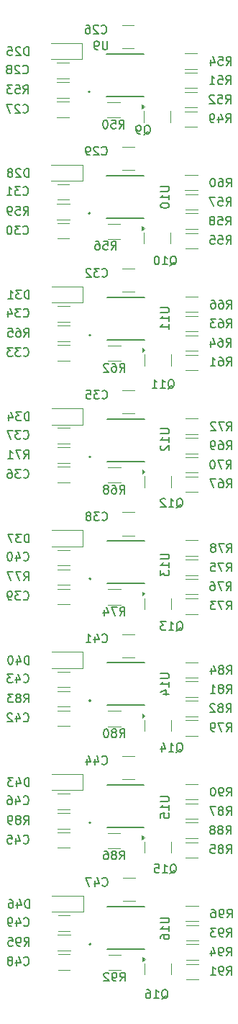
<source format=gbr>
G04 #@! TF.GenerationSoftware,KiCad,Pcbnew,8.0.1*
G04 #@! TF.CreationDate,2024-09-07T13:53:51-04:00*
G04 #@! TF.ProjectId,16ch-driver-v1,31366368-2d64-4726-9976-65722d76312e,rev?*
G04 #@! TF.SameCoordinates,Original*
G04 #@! TF.FileFunction,Legend,Bot*
G04 #@! TF.FilePolarity,Positive*
%FSLAX46Y46*%
G04 Gerber Fmt 4.6, Leading zero omitted, Abs format (unit mm)*
G04 Created by KiCad (PCBNEW 8.0.1) date 2024-09-07 13:53:51*
%MOMM*%
%LPD*%
G01*
G04 APERTURE LIST*
%ADD10C,0.150000*%
%ADD11C,0.120000*%
%ADD12C,0.127000*%
%ADD13C,0.200000*%
G04 APERTURE END LIST*
D10*
X138510359Y-106089818D02*
X138843692Y-105613627D01*
X139081787Y-106089818D02*
X139081787Y-105089818D01*
X139081787Y-105089818D02*
X138700835Y-105089818D01*
X138700835Y-105089818D02*
X138605597Y-105137437D01*
X138605597Y-105137437D02*
X138557978Y-105185056D01*
X138557978Y-105185056D02*
X138510359Y-105280294D01*
X138510359Y-105280294D02*
X138510359Y-105423151D01*
X138510359Y-105423151D02*
X138557978Y-105518389D01*
X138557978Y-105518389D02*
X138605597Y-105566008D01*
X138605597Y-105566008D02*
X138700835Y-105613627D01*
X138700835Y-105613627D02*
X139081787Y-105613627D01*
X138177025Y-105089818D02*
X137510359Y-105089818D01*
X137510359Y-105089818D02*
X137938930Y-106089818D01*
X136986549Y-105518389D02*
X137081787Y-105470770D01*
X137081787Y-105470770D02*
X137129406Y-105423151D01*
X137129406Y-105423151D02*
X137177025Y-105327913D01*
X137177025Y-105327913D02*
X137177025Y-105280294D01*
X137177025Y-105280294D02*
X137129406Y-105185056D01*
X137129406Y-105185056D02*
X137081787Y-105137437D01*
X137081787Y-105137437D02*
X136986549Y-105089818D01*
X136986549Y-105089818D02*
X136796073Y-105089818D01*
X136796073Y-105089818D02*
X136700835Y-105137437D01*
X136700835Y-105137437D02*
X136653216Y-105185056D01*
X136653216Y-105185056D02*
X136605597Y-105280294D01*
X136605597Y-105280294D02*
X136605597Y-105327913D01*
X136605597Y-105327913D02*
X136653216Y-105423151D01*
X136653216Y-105423151D02*
X136700835Y-105470770D01*
X136700835Y-105470770D02*
X136796073Y-105518389D01*
X136796073Y-105518389D02*
X136986549Y-105518389D01*
X136986549Y-105518389D02*
X137081787Y-105566008D01*
X137081787Y-105566008D02*
X137129406Y-105613627D01*
X137129406Y-105613627D02*
X137177025Y-105708865D01*
X137177025Y-105708865D02*
X137177025Y-105899341D01*
X137177025Y-105899341D02*
X137129406Y-105994579D01*
X137129406Y-105994579D02*
X137081787Y-106042199D01*
X137081787Y-106042199D02*
X136986549Y-106089818D01*
X136986549Y-106089818D02*
X136796073Y-106089818D01*
X136796073Y-106089818D02*
X136700835Y-106042199D01*
X136700835Y-106042199D02*
X136653216Y-105994579D01*
X136653216Y-105994579D02*
X136605597Y-105899341D01*
X136605597Y-105899341D02*
X136605597Y-105708865D01*
X136605597Y-105708865D02*
X136653216Y-105613627D01*
X136653216Y-105613627D02*
X136700835Y-105566008D01*
X136700835Y-105566008D02*
X136796073Y-105518389D01*
X138430359Y-69844819D02*
X138763692Y-69368628D01*
X139001787Y-69844819D02*
X139001787Y-68844819D01*
X139001787Y-68844819D02*
X138620835Y-68844819D01*
X138620835Y-68844819D02*
X138525597Y-68892438D01*
X138525597Y-68892438D02*
X138477978Y-68940057D01*
X138477978Y-68940057D02*
X138430359Y-69035295D01*
X138430359Y-69035295D02*
X138430359Y-69178152D01*
X138430359Y-69178152D02*
X138477978Y-69273390D01*
X138477978Y-69273390D02*
X138525597Y-69321009D01*
X138525597Y-69321009D02*
X138620835Y-69368628D01*
X138620835Y-69368628D02*
X139001787Y-69368628D01*
X137525597Y-68844819D02*
X138001787Y-68844819D01*
X138001787Y-68844819D02*
X138049406Y-69321009D01*
X138049406Y-69321009D02*
X138001787Y-69273390D01*
X138001787Y-69273390D02*
X137906549Y-69225771D01*
X137906549Y-69225771D02*
X137668454Y-69225771D01*
X137668454Y-69225771D02*
X137573216Y-69273390D01*
X137573216Y-69273390D02*
X137525597Y-69321009D01*
X137525597Y-69321009D02*
X137477978Y-69416247D01*
X137477978Y-69416247D02*
X137477978Y-69654342D01*
X137477978Y-69654342D02*
X137525597Y-69749580D01*
X137525597Y-69749580D02*
X137573216Y-69797200D01*
X137573216Y-69797200D02*
X137668454Y-69844819D01*
X137668454Y-69844819D02*
X137906549Y-69844819D01*
X137906549Y-69844819D02*
X138001787Y-69797200D01*
X138001787Y-69797200D02*
X138049406Y-69749580D01*
X136573216Y-68844819D02*
X137049406Y-68844819D01*
X137049406Y-68844819D02*
X137097025Y-69321009D01*
X137097025Y-69321009D02*
X137049406Y-69273390D01*
X137049406Y-69273390D02*
X136954168Y-69225771D01*
X136954168Y-69225771D02*
X136716073Y-69225771D01*
X136716073Y-69225771D02*
X136620835Y-69273390D01*
X136620835Y-69273390D02*
X136573216Y-69321009D01*
X136573216Y-69321009D02*
X136525597Y-69416247D01*
X136525597Y-69416247D02*
X136525597Y-69654342D01*
X136525597Y-69654342D02*
X136573216Y-69749580D01*
X136573216Y-69749580D02*
X136620835Y-69797200D01*
X136620835Y-69797200D02*
X136716073Y-69844819D01*
X136716073Y-69844819D02*
X136954168Y-69844819D01*
X136954168Y-69844819D02*
X137049406Y-69797200D01*
X137049406Y-69797200D02*
X137097025Y-69749580D01*
X138480359Y-98494819D02*
X138813692Y-98018628D01*
X139051787Y-98494819D02*
X139051787Y-97494819D01*
X139051787Y-97494819D02*
X138670835Y-97494819D01*
X138670835Y-97494819D02*
X138575597Y-97542438D01*
X138575597Y-97542438D02*
X138527978Y-97590057D01*
X138527978Y-97590057D02*
X138480359Y-97685295D01*
X138480359Y-97685295D02*
X138480359Y-97828152D01*
X138480359Y-97828152D02*
X138527978Y-97923390D01*
X138527978Y-97923390D02*
X138575597Y-97971009D01*
X138575597Y-97971009D02*
X138670835Y-98018628D01*
X138670835Y-98018628D02*
X139051787Y-98018628D01*
X137623216Y-97494819D02*
X137813692Y-97494819D01*
X137813692Y-97494819D02*
X137908930Y-97542438D01*
X137908930Y-97542438D02*
X137956549Y-97590057D01*
X137956549Y-97590057D02*
X138051787Y-97732914D01*
X138051787Y-97732914D02*
X138099406Y-97923390D01*
X138099406Y-97923390D02*
X138099406Y-98304342D01*
X138099406Y-98304342D02*
X138051787Y-98399580D01*
X138051787Y-98399580D02*
X138004168Y-98447200D01*
X138004168Y-98447200D02*
X137908930Y-98494819D01*
X137908930Y-98494819D02*
X137718454Y-98494819D01*
X137718454Y-98494819D02*
X137623216Y-98447200D01*
X137623216Y-98447200D02*
X137575597Y-98399580D01*
X137575597Y-98399580D02*
X137527978Y-98304342D01*
X137527978Y-98304342D02*
X137527978Y-98066247D01*
X137527978Y-98066247D02*
X137575597Y-97971009D01*
X137575597Y-97971009D02*
X137623216Y-97923390D01*
X137623216Y-97923390D02*
X137718454Y-97875771D01*
X137718454Y-97875771D02*
X137908930Y-97875771D01*
X137908930Y-97875771D02*
X138004168Y-97923390D01*
X138004168Y-97923390D02*
X138051787Y-97971009D01*
X138051787Y-97971009D02*
X138099406Y-98066247D01*
X137194644Y-97494819D02*
X136527978Y-97494819D01*
X136527978Y-97494819D02*
X136956549Y-98494819D01*
X128747740Y-57002555D02*
X128842978Y-56954936D01*
X128842978Y-56954936D02*
X128938216Y-56859698D01*
X128938216Y-56859698D02*
X129081073Y-56716840D01*
X129081073Y-56716840D02*
X129176311Y-56669221D01*
X129176311Y-56669221D02*
X129271549Y-56669221D01*
X129223930Y-56907317D02*
X129319168Y-56859698D01*
X129319168Y-56859698D02*
X129414406Y-56764459D01*
X129414406Y-56764459D02*
X129462025Y-56573983D01*
X129462025Y-56573983D02*
X129462025Y-56240650D01*
X129462025Y-56240650D02*
X129414406Y-56050174D01*
X129414406Y-56050174D02*
X129319168Y-55954936D01*
X129319168Y-55954936D02*
X129223930Y-55907317D01*
X129223930Y-55907317D02*
X129033454Y-55907317D01*
X129033454Y-55907317D02*
X128938216Y-55954936D01*
X128938216Y-55954936D02*
X128842978Y-56050174D01*
X128842978Y-56050174D02*
X128795359Y-56240650D01*
X128795359Y-56240650D02*
X128795359Y-56573983D01*
X128795359Y-56573983D02*
X128842978Y-56764459D01*
X128842978Y-56764459D02*
X128938216Y-56859698D01*
X128938216Y-56859698D02*
X129033454Y-56907317D01*
X129033454Y-56907317D02*
X129223930Y-56907317D01*
X128319168Y-56907317D02*
X128128692Y-56907317D01*
X128128692Y-56907317D02*
X128033454Y-56859698D01*
X128033454Y-56859698D02*
X127985835Y-56812078D01*
X127985835Y-56812078D02*
X127890597Y-56669221D01*
X127890597Y-56669221D02*
X127842978Y-56478745D01*
X127842978Y-56478745D02*
X127842978Y-56097793D01*
X127842978Y-56097793D02*
X127890597Y-56002555D01*
X127890597Y-56002555D02*
X127938216Y-55954936D01*
X127938216Y-55954936D02*
X128033454Y-55907317D01*
X128033454Y-55907317D02*
X128223930Y-55907317D01*
X128223930Y-55907317D02*
X128319168Y-55954936D01*
X128319168Y-55954936D02*
X128366787Y-56002555D01*
X128366787Y-56002555D02*
X128414406Y-56097793D01*
X128414406Y-56097793D02*
X128414406Y-56335888D01*
X128414406Y-56335888D02*
X128366787Y-56431126D01*
X128366787Y-56431126D02*
X128319168Y-56478745D01*
X128319168Y-56478745D02*
X128223930Y-56526364D01*
X128223930Y-56526364D02*
X128033454Y-56526364D01*
X128033454Y-56526364D02*
X127938216Y-56478745D01*
X127938216Y-56478745D02*
X127890597Y-56431126D01*
X127890597Y-56431126D02*
X127842978Y-56335888D01*
X138460359Y-63114818D02*
X138793692Y-62638627D01*
X139031787Y-63114818D02*
X139031787Y-62114818D01*
X139031787Y-62114818D02*
X138650835Y-62114818D01*
X138650835Y-62114818D02*
X138555597Y-62162437D01*
X138555597Y-62162437D02*
X138507978Y-62210056D01*
X138507978Y-62210056D02*
X138460359Y-62305294D01*
X138460359Y-62305294D02*
X138460359Y-62448151D01*
X138460359Y-62448151D02*
X138507978Y-62543389D01*
X138507978Y-62543389D02*
X138555597Y-62591008D01*
X138555597Y-62591008D02*
X138650835Y-62638627D01*
X138650835Y-62638627D02*
X139031787Y-62638627D01*
X137603216Y-62114818D02*
X137793692Y-62114818D01*
X137793692Y-62114818D02*
X137888930Y-62162437D01*
X137888930Y-62162437D02*
X137936549Y-62210056D01*
X137936549Y-62210056D02*
X138031787Y-62352913D01*
X138031787Y-62352913D02*
X138079406Y-62543389D01*
X138079406Y-62543389D02*
X138079406Y-62924341D01*
X138079406Y-62924341D02*
X138031787Y-63019579D01*
X138031787Y-63019579D02*
X137984168Y-63067199D01*
X137984168Y-63067199D02*
X137888930Y-63114818D01*
X137888930Y-63114818D02*
X137698454Y-63114818D01*
X137698454Y-63114818D02*
X137603216Y-63067199D01*
X137603216Y-63067199D02*
X137555597Y-63019579D01*
X137555597Y-63019579D02*
X137507978Y-62924341D01*
X137507978Y-62924341D02*
X137507978Y-62686246D01*
X137507978Y-62686246D02*
X137555597Y-62591008D01*
X137555597Y-62591008D02*
X137603216Y-62543389D01*
X137603216Y-62543389D02*
X137698454Y-62495770D01*
X137698454Y-62495770D02*
X137888930Y-62495770D01*
X137888930Y-62495770D02*
X137984168Y-62543389D01*
X137984168Y-62543389D02*
X138031787Y-62591008D01*
X138031787Y-62591008D02*
X138079406Y-62686246D01*
X136888930Y-62114818D02*
X136793692Y-62114818D01*
X136793692Y-62114818D02*
X136698454Y-62162437D01*
X136698454Y-62162437D02*
X136650835Y-62210056D01*
X136650835Y-62210056D02*
X136603216Y-62305294D01*
X136603216Y-62305294D02*
X136555597Y-62495770D01*
X136555597Y-62495770D02*
X136555597Y-62733865D01*
X136555597Y-62733865D02*
X136603216Y-62924341D01*
X136603216Y-62924341D02*
X136650835Y-63019579D01*
X136650835Y-63019579D02*
X136698454Y-63067199D01*
X136698454Y-63067199D02*
X136793692Y-63114818D01*
X136793692Y-63114818D02*
X136888930Y-63114818D01*
X136888930Y-63114818D02*
X136984168Y-63067199D01*
X136984168Y-63067199D02*
X137031787Y-63019579D01*
X137031787Y-63019579D02*
X137079406Y-62924341D01*
X137079406Y-62924341D02*
X137127025Y-62733865D01*
X137127025Y-62733865D02*
X137127025Y-62495770D01*
X137127025Y-62495770D02*
X137079406Y-62305294D01*
X137079406Y-62305294D02*
X137031787Y-62210056D01*
X137031787Y-62210056D02*
X136984168Y-62162437D01*
X136984168Y-62162437D02*
X136888930Y-62114818D01*
X123825359Y-102279579D02*
X123872978Y-102327199D01*
X123872978Y-102327199D02*
X124015835Y-102374818D01*
X124015835Y-102374818D02*
X124111073Y-102374818D01*
X124111073Y-102374818D02*
X124253930Y-102327199D01*
X124253930Y-102327199D02*
X124349168Y-102231960D01*
X124349168Y-102231960D02*
X124396787Y-102136722D01*
X124396787Y-102136722D02*
X124444406Y-101946246D01*
X124444406Y-101946246D02*
X124444406Y-101803389D01*
X124444406Y-101803389D02*
X124396787Y-101612913D01*
X124396787Y-101612913D02*
X124349168Y-101517675D01*
X124349168Y-101517675D02*
X124253930Y-101422437D01*
X124253930Y-101422437D02*
X124111073Y-101374818D01*
X124111073Y-101374818D02*
X124015835Y-101374818D01*
X124015835Y-101374818D02*
X123872978Y-101422437D01*
X123872978Y-101422437D02*
X123825359Y-101470056D01*
X123492025Y-101374818D02*
X122872978Y-101374818D01*
X122872978Y-101374818D02*
X123206311Y-101755770D01*
X123206311Y-101755770D02*
X123063454Y-101755770D01*
X123063454Y-101755770D02*
X122968216Y-101803389D01*
X122968216Y-101803389D02*
X122920597Y-101851008D01*
X122920597Y-101851008D02*
X122872978Y-101946246D01*
X122872978Y-101946246D02*
X122872978Y-102184341D01*
X122872978Y-102184341D02*
X122920597Y-102279579D01*
X122920597Y-102279579D02*
X122968216Y-102327199D01*
X122968216Y-102327199D02*
X123063454Y-102374818D01*
X123063454Y-102374818D02*
X123349168Y-102374818D01*
X123349168Y-102374818D02*
X123444406Y-102327199D01*
X123444406Y-102327199D02*
X123492025Y-102279579D01*
X122301549Y-101803389D02*
X122396787Y-101755770D01*
X122396787Y-101755770D02*
X122444406Y-101708151D01*
X122444406Y-101708151D02*
X122492025Y-101612913D01*
X122492025Y-101612913D02*
X122492025Y-101565294D01*
X122492025Y-101565294D02*
X122444406Y-101470056D01*
X122444406Y-101470056D02*
X122396787Y-101422437D01*
X122396787Y-101422437D02*
X122301549Y-101374818D01*
X122301549Y-101374818D02*
X122111073Y-101374818D01*
X122111073Y-101374818D02*
X122015835Y-101422437D01*
X122015835Y-101422437D02*
X121968216Y-101470056D01*
X121968216Y-101470056D02*
X121920597Y-101565294D01*
X121920597Y-101565294D02*
X121920597Y-101612913D01*
X121920597Y-101612913D02*
X121968216Y-101708151D01*
X121968216Y-101708151D02*
X122015835Y-101755770D01*
X122015835Y-101755770D02*
X122111073Y-101803389D01*
X122111073Y-101803389D02*
X122301549Y-101803389D01*
X122301549Y-101803389D02*
X122396787Y-101851008D01*
X122396787Y-101851008D02*
X122444406Y-101898627D01*
X122444406Y-101898627D02*
X122492025Y-101993865D01*
X122492025Y-101993865D02*
X122492025Y-102184341D01*
X122492025Y-102184341D02*
X122444406Y-102279579D01*
X122444406Y-102279579D02*
X122396787Y-102327199D01*
X122396787Y-102327199D02*
X122301549Y-102374818D01*
X122301549Y-102374818D02*
X122111073Y-102374818D01*
X122111073Y-102374818D02*
X122015835Y-102327199D01*
X122015835Y-102327199D02*
X121968216Y-102279579D01*
X121968216Y-102279579D02*
X121920597Y-102184341D01*
X121920597Y-102184341D02*
X121920597Y-101993865D01*
X121920597Y-101993865D02*
X121968216Y-101898627D01*
X121968216Y-101898627D02*
X122015835Y-101851008D01*
X122015835Y-101851008D02*
X122111073Y-101803389D01*
X123825359Y-73629579D02*
X123872978Y-73677199D01*
X123872978Y-73677199D02*
X124015835Y-73724818D01*
X124015835Y-73724818D02*
X124111073Y-73724818D01*
X124111073Y-73724818D02*
X124253930Y-73677199D01*
X124253930Y-73677199D02*
X124349168Y-73581960D01*
X124349168Y-73581960D02*
X124396787Y-73486722D01*
X124396787Y-73486722D02*
X124444406Y-73296246D01*
X124444406Y-73296246D02*
X124444406Y-73153389D01*
X124444406Y-73153389D02*
X124396787Y-72962913D01*
X124396787Y-72962913D02*
X124349168Y-72867675D01*
X124349168Y-72867675D02*
X124253930Y-72772437D01*
X124253930Y-72772437D02*
X124111073Y-72724818D01*
X124111073Y-72724818D02*
X124015835Y-72724818D01*
X124015835Y-72724818D02*
X123872978Y-72772437D01*
X123872978Y-72772437D02*
X123825359Y-72820056D01*
X123492025Y-72724818D02*
X122872978Y-72724818D01*
X122872978Y-72724818D02*
X123206311Y-73105770D01*
X123206311Y-73105770D02*
X123063454Y-73105770D01*
X123063454Y-73105770D02*
X122968216Y-73153389D01*
X122968216Y-73153389D02*
X122920597Y-73201008D01*
X122920597Y-73201008D02*
X122872978Y-73296246D01*
X122872978Y-73296246D02*
X122872978Y-73534341D01*
X122872978Y-73534341D02*
X122920597Y-73629579D01*
X122920597Y-73629579D02*
X122968216Y-73677199D01*
X122968216Y-73677199D02*
X123063454Y-73724818D01*
X123063454Y-73724818D02*
X123349168Y-73724818D01*
X123349168Y-73724818D02*
X123444406Y-73677199D01*
X123444406Y-73677199D02*
X123492025Y-73629579D01*
X122492025Y-72820056D02*
X122444406Y-72772437D01*
X122444406Y-72772437D02*
X122349168Y-72724818D01*
X122349168Y-72724818D02*
X122111073Y-72724818D01*
X122111073Y-72724818D02*
X122015835Y-72772437D01*
X122015835Y-72772437D02*
X121968216Y-72820056D01*
X121968216Y-72820056D02*
X121920597Y-72915294D01*
X121920597Y-72915294D02*
X121920597Y-73010532D01*
X121920597Y-73010532D02*
X121968216Y-73153389D01*
X121968216Y-73153389D02*
X122539644Y-73724818D01*
X122539644Y-73724818D02*
X121920597Y-73724818D01*
X114495359Y-54332079D02*
X114542978Y-54379699D01*
X114542978Y-54379699D02*
X114685835Y-54427318D01*
X114685835Y-54427318D02*
X114781073Y-54427318D01*
X114781073Y-54427318D02*
X114923930Y-54379699D01*
X114923930Y-54379699D02*
X115019168Y-54284460D01*
X115019168Y-54284460D02*
X115066787Y-54189222D01*
X115066787Y-54189222D02*
X115114406Y-53998746D01*
X115114406Y-53998746D02*
X115114406Y-53855889D01*
X115114406Y-53855889D02*
X115066787Y-53665413D01*
X115066787Y-53665413D02*
X115019168Y-53570175D01*
X115019168Y-53570175D02*
X114923930Y-53474937D01*
X114923930Y-53474937D02*
X114781073Y-53427318D01*
X114781073Y-53427318D02*
X114685835Y-53427318D01*
X114685835Y-53427318D02*
X114542978Y-53474937D01*
X114542978Y-53474937D02*
X114495359Y-53522556D01*
X114114406Y-53522556D02*
X114066787Y-53474937D01*
X114066787Y-53474937D02*
X113971549Y-53427318D01*
X113971549Y-53427318D02*
X113733454Y-53427318D01*
X113733454Y-53427318D02*
X113638216Y-53474937D01*
X113638216Y-53474937D02*
X113590597Y-53522556D01*
X113590597Y-53522556D02*
X113542978Y-53617794D01*
X113542978Y-53617794D02*
X113542978Y-53713032D01*
X113542978Y-53713032D02*
X113590597Y-53855889D01*
X113590597Y-53855889D02*
X114162025Y-54427318D01*
X114162025Y-54427318D02*
X113542978Y-54427318D01*
X113209644Y-53427318D02*
X112542978Y-53427318D01*
X112542978Y-53427318D02*
X112971549Y-54427318D01*
X130821428Y-158610057D02*
X130916666Y-158562438D01*
X130916666Y-158562438D02*
X131011904Y-158467200D01*
X131011904Y-158467200D02*
X131154761Y-158324342D01*
X131154761Y-158324342D02*
X131249999Y-158276723D01*
X131249999Y-158276723D02*
X131345237Y-158276723D01*
X131297618Y-158514819D02*
X131392856Y-158467200D01*
X131392856Y-158467200D02*
X131488094Y-158371961D01*
X131488094Y-158371961D02*
X131535713Y-158181485D01*
X131535713Y-158181485D02*
X131535713Y-157848152D01*
X131535713Y-157848152D02*
X131488094Y-157657676D01*
X131488094Y-157657676D02*
X131392856Y-157562438D01*
X131392856Y-157562438D02*
X131297618Y-157514819D01*
X131297618Y-157514819D02*
X131107142Y-157514819D01*
X131107142Y-157514819D02*
X131011904Y-157562438D01*
X131011904Y-157562438D02*
X130916666Y-157657676D01*
X130916666Y-157657676D02*
X130869047Y-157848152D01*
X130869047Y-157848152D02*
X130869047Y-158181485D01*
X130869047Y-158181485D02*
X130916666Y-158371961D01*
X130916666Y-158371961D02*
X131011904Y-158467200D01*
X131011904Y-158467200D02*
X131107142Y-158514819D01*
X131107142Y-158514819D02*
X131297618Y-158514819D01*
X129916666Y-158514819D02*
X130488094Y-158514819D01*
X130202380Y-158514819D02*
X130202380Y-157514819D01*
X130202380Y-157514819D02*
X130297618Y-157657676D01*
X130297618Y-157657676D02*
X130392856Y-157752914D01*
X130392856Y-157752914D02*
X130488094Y-157800533D01*
X129059523Y-157514819D02*
X129249999Y-157514819D01*
X129249999Y-157514819D02*
X129345237Y-157562438D01*
X129345237Y-157562438D02*
X129392856Y-157610057D01*
X129392856Y-157610057D02*
X129488094Y-157752914D01*
X129488094Y-157752914D02*
X129535713Y-157943390D01*
X129535713Y-157943390D02*
X129535713Y-158324342D01*
X129535713Y-158324342D02*
X129488094Y-158419580D01*
X129488094Y-158419580D02*
X129440475Y-158467200D01*
X129440475Y-158467200D02*
X129345237Y-158514819D01*
X129345237Y-158514819D02*
X129154761Y-158514819D01*
X129154761Y-158514819D02*
X129059523Y-158467200D01*
X129059523Y-158467200D02*
X129011904Y-158419580D01*
X129011904Y-158419580D02*
X128964285Y-158324342D01*
X128964285Y-158324342D02*
X128964285Y-158086247D01*
X128964285Y-158086247D02*
X129011904Y-157991009D01*
X129011904Y-157991009D02*
X129059523Y-157943390D01*
X129059523Y-157943390D02*
X129154761Y-157895771D01*
X129154761Y-157895771D02*
X129345237Y-157895771D01*
X129345237Y-157895771D02*
X129440475Y-157943390D01*
X129440475Y-157943390D02*
X129488094Y-157991009D01*
X129488094Y-157991009D02*
X129535713Y-158086247D01*
X138440359Y-96254819D02*
X138773692Y-95778628D01*
X139011787Y-96254819D02*
X139011787Y-95254819D01*
X139011787Y-95254819D02*
X138630835Y-95254819D01*
X138630835Y-95254819D02*
X138535597Y-95302438D01*
X138535597Y-95302438D02*
X138487978Y-95350057D01*
X138487978Y-95350057D02*
X138440359Y-95445295D01*
X138440359Y-95445295D02*
X138440359Y-95588152D01*
X138440359Y-95588152D02*
X138487978Y-95683390D01*
X138487978Y-95683390D02*
X138535597Y-95731009D01*
X138535597Y-95731009D02*
X138630835Y-95778628D01*
X138630835Y-95778628D02*
X139011787Y-95778628D01*
X138107025Y-95254819D02*
X137440359Y-95254819D01*
X137440359Y-95254819D02*
X137868930Y-96254819D01*
X136868930Y-95254819D02*
X136773692Y-95254819D01*
X136773692Y-95254819D02*
X136678454Y-95302438D01*
X136678454Y-95302438D02*
X136630835Y-95350057D01*
X136630835Y-95350057D02*
X136583216Y-95445295D01*
X136583216Y-95445295D02*
X136535597Y-95635771D01*
X136535597Y-95635771D02*
X136535597Y-95873866D01*
X136535597Y-95873866D02*
X136583216Y-96064342D01*
X136583216Y-96064342D02*
X136630835Y-96159580D01*
X136630835Y-96159580D02*
X136678454Y-96207200D01*
X136678454Y-96207200D02*
X136773692Y-96254819D01*
X136773692Y-96254819D02*
X136868930Y-96254819D01*
X136868930Y-96254819D02*
X136964168Y-96207200D01*
X136964168Y-96207200D02*
X137011787Y-96159580D01*
X137011787Y-96159580D02*
X137059406Y-96064342D01*
X137059406Y-96064342D02*
X137107025Y-95873866D01*
X137107025Y-95873866D02*
X137107025Y-95635771D01*
X137107025Y-95635771D02*
X137059406Y-95445295D01*
X137059406Y-95445295D02*
X137011787Y-95350057D01*
X137011787Y-95350057D02*
X136964168Y-95302438D01*
X136964168Y-95302438D02*
X136868930Y-95254819D01*
X123825359Y-87954579D02*
X123872978Y-88002199D01*
X123872978Y-88002199D02*
X124015835Y-88049818D01*
X124015835Y-88049818D02*
X124111073Y-88049818D01*
X124111073Y-88049818D02*
X124253930Y-88002199D01*
X124253930Y-88002199D02*
X124349168Y-87906960D01*
X124349168Y-87906960D02*
X124396787Y-87811722D01*
X124396787Y-87811722D02*
X124444406Y-87621246D01*
X124444406Y-87621246D02*
X124444406Y-87478389D01*
X124444406Y-87478389D02*
X124396787Y-87287913D01*
X124396787Y-87287913D02*
X124349168Y-87192675D01*
X124349168Y-87192675D02*
X124253930Y-87097437D01*
X124253930Y-87097437D02*
X124111073Y-87049818D01*
X124111073Y-87049818D02*
X124015835Y-87049818D01*
X124015835Y-87049818D02*
X123872978Y-87097437D01*
X123872978Y-87097437D02*
X123825359Y-87145056D01*
X123492025Y-87049818D02*
X122872978Y-87049818D01*
X122872978Y-87049818D02*
X123206311Y-87430770D01*
X123206311Y-87430770D02*
X123063454Y-87430770D01*
X123063454Y-87430770D02*
X122968216Y-87478389D01*
X122968216Y-87478389D02*
X122920597Y-87526008D01*
X122920597Y-87526008D02*
X122872978Y-87621246D01*
X122872978Y-87621246D02*
X122872978Y-87859341D01*
X122872978Y-87859341D02*
X122920597Y-87954579D01*
X122920597Y-87954579D02*
X122968216Y-88002199D01*
X122968216Y-88002199D02*
X123063454Y-88049818D01*
X123063454Y-88049818D02*
X123349168Y-88049818D01*
X123349168Y-88049818D02*
X123444406Y-88002199D01*
X123444406Y-88002199D02*
X123492025Y-87954579D01*
X121968216Y-87049818D02*
X122444406Y-87049818D01*
X122444406Y-87049818D02*
X122492025Y-87526008D01*
X122492025Y-87526008D02*
X122444406Y-87478389D01*
X122444406Y-87478389D02*
X122349168Y-87430770D01*
X122349168Y-87430770D02*
X122111073Y-87430770D01*
X122111073Y-87430770D02*
X122015835Y-87478389D01*
X122015835Y-87478389D02*
X121968216Y-87526008D01*
X121968216Y-87526008D02*
X121920597Y-87621246D01*
X121920597Y-87621246D02*
X121920597Y-87859341D01*
X121920597Y-87859341D02*
X121968216Y-87954579D01*
X121968216Y-87954579D02*
X122015835Y-88002199D01*
X122015835Y-88002199D02*
X122111073Y-88049818D01*
X122111073Y-88049818D02*
X122349168Y-88049818D01*
X122349168Y-88049818D02*
X122444406Y-88002199D01*
X122444406Y-88002199D02*
X122492025Y-87954579D01*
X138430359Y-65354818D02*
X138763692Y-64878627D01*
X139001787Y-65354818D02*
X139001787Y-64354818D01*
X139001787Y-64354818D02*
X138620835Y-64354818D01*
X138620835Y-64354818D02*
X138525597Y-64402437D01*
X138525597Y-64402437D02*
X138477978Y-64450056D01*
X138477978Y-64450056D02*
X138430359Y-64545294D01*
X138430359Y-64545294D02*
X138430359Y-64688151D01*
X138430359Y-64688151D02*
X138477978Y-64783389D01*
X138477978Y-64783389D02*
X138525597Y-64831008D01*
X138525597Y-64831008D02*
X138620835Y-64878627D01*
X138620835Y-64878627D02*
X139001787Y-64878627D01*
X137525597Y-64354818D02*
X138001787Y-64354818D01*
X138001787Y-64354818D02*
X138049406Y-64831008D01*
X138049406Y-64831008D02*
X138001787Y-64783389D01*
X138001787Y-64783389D02*
X137906549Y-64735770D01*
X137906549Y-64735770D02*
X137668454Y-64735770D01*
X137668454Y-64735770D02*
X137573216Y-64783389D01*
X137573216Y-64783389D02*
X137525597Y-64831008D01*
X137525597Y-64831008D02*
X137477978Y-64926246D01*
X137477978Y-64926246D02*
X137477978Y-65164341D01*
X137477978Y-65164341D02*
X137525597Y-65259579D01*
X137525597Y-65259579D02*
X137573216Y-65307199D01*
X137573216Y-65307199D02*
X137668454Y-65354818D01*
X137668454Y-65354818D02*
X137906549Y-65354818D01*
X137906549Y-65354818D02*
X138001787Y-65307199D01*
X138001787Y-65307199D02*
X138049406Y-65259579D01*
X137144644Y-64354818D02*
X136477978Y-64354818D01*
X136477978Y-64354818D02*
X136906549Y-65354818D01*
X130704819Y-91571905D02*
X131514342Y-91571905D01*
X131514342Y-91571905D02*
X131609580Y-91619524D01*
X131609580Y-91619524D02*
X131657200Y-91667143D01*
X131657200Y-91667143D02*
X131704819Y-91762381D01*
X131704819Y-91762381D02*
X131704819Y-91952857D01*
X131704819Y-91952857D02*
X131657200Y-92048095D01*
X131657200Y-92048095D02*
X131609580Y-92095714D01*
X131609580Y-92095714D02*
X131514342Y-92143333D01*
X131514342Y-92143333D02*
X130704819Y-92143333D01*
X131704819Y-93143333D02*
X131704819Y-92571905D01*
X131704819Y-92857619D02*
X130704819Y-92857619D01*
X130704819Y-92857619D02*
X130847676Y-92762381D01*
X130847676Y-92762381D02*
X130942914Y-92667143D01*
X130942914Y-92667143D02*
X130990533Y-92571905D01*
X130800057Y-93524286D02*
X130752438Y-93571905D01*
X130752438Y-93571905D02*
X130704819Y-93667143D01*
X130704819Y-93667143D02*
X130704819Y-93905238D01*
X130704819Y-93905238D02*
X130752438Y-94000476D01*
X130752438Y-94000476D02*
X130800057Y-94048095D01*
X130800057Y-94048095D02*
X130895295Y-94095714D01*
X130895295Y-94095714D02*
X130990533Y-94095714D01*
X130990533Y-94095714D02*
X131133390Y-94048095D01*
X131133390Y-94048095D02*
X131704819Y-93476667D01*
X131704819Y-93476667D02*
X131704819Y-94095714D01*
X125931358Y-156509818D02*
X126264691Y-156033627D01*
X126502786Y-156509818D02*
X126502786Y-155509818D01*
X126502786Y-155509818D02*
X126121834Y-155509818D01*
X126121834Y-155509818D02*
X126026596Y-155557437D01*
X126026596Y-155557437D02*
X125978977Y-155605056D01*
X125978977Y-155605056D02*
X125931358Y-155700294D01*
X125931358Y-155700294D02*
X125931358Y-155843151D01*
X125931358Y-155843151D02*
X125978977Y-155938389D01*
X125978977Y-155938389D02*
X126026596Y-155986008D01*
X126026596Y-155986008D02*
X126121834Y-156033627D01*
X126121834Y-156033627D02*
X126502786Y-156033627D01*
X125455167Y-156509818D02*
X125264691Y-156509818D01*
X125264691Y-156509818D02*
X125169453Y-156462199D01*
X125169453Y-156462199D02*
X125121834Y-156414579D01*
X125121834Y-156414579D02*
X125026596Y-156271722D01*
X125026596Y-156271722D02*
X124978977Y-156081246D01*
X124978977Y-156081246D02*
X124978977Y-155700294D01*
X124978977Y-155700294D02*
X125026596Y-155605056D01*
X125026596Y-155605056D02*
X125074215Y-155557437D01*
X125074215Y-155557437D02*
X125169453Y-155509818D01*
X125169453Y-155509818D02*
X125359929Y-155509818D01*
X125359929Y-155509818D02*
X125455167Y-155557437D01*
X125455167Y-155557437D02*
X125502786Y-155605056D01*
X125502786Y-155605056D02*
X125550405Y-155700294D01*
X125550405Y-155700294D02*
X125550405Y-155938389D01*
X125550405Y-155938389D02*
X125502786Y-156033627D01*
X125502786Y-156033627D02*
X125455167Y-156081246D01*
X125455167Y-156081246D02*
X125359929Y-156128865D01*
X125359929Y-156128865D02*
X125169453Y-156128865D01*
X125169453Y-156128865D02*
X125074215Y-156081246D01*
X125074215Y-156081246D02*
X125026596Y-156033627D01*
X125026596Y-156033627D02*
X124978977Y-155938389D01*
X124598024Y-155605056D02*
X124550405Y-155557437D01*
X124550405Y-155557437D02*
X124455167Y-155509818D01*
X124455167Y-155509818D02*
X124217072Y-155509818D01*
X124217072Y-155509818D02*
X124121834Y-155557437D01*
X124121834Y-155557437D02*
X124074215Y-155605056D01*
X124074215Y-155605056D02*
X124026596Y-155700294D01*
X124026596Y-155700294D02*
X124026596Y-155795532D01*
X124026596Y-155795532D02*
X124074215Y-155938389D01*
X124074215Y-155938389D02*
X124645643Y-156509818D01*
X124645643Y-156509818D02*
X124026596Y-156509818D01*
X138440359Y-110579819D02*
X138773692Y-110103628D01*
X139011787Y-110579819D02*
X139011787Y-109579819D01*
X139011787Y-109579819D02*
X138630835Y-109579819D01*
X138630835Y-109579819D02*
X138535597Y-109627438D01*
X138535597Y-109627438D02*
X138487978Y-109675057D01*
X138487978Y-109675057D02*
X138440359Y-109770295D01*
X138440359Y-109770295D02*
X138440359Y-109913152D01*
X138440359Y-109913152D02*
X138487978Y-110008390D01*
X138487978Y-110008390D02*
X138535597Y-110056009D01*
X138535597Y-110056009D02*
X138630835Y-110103628D01*
X138630835Y-110103628D02*
X139011787Y-110103628D01*
X138107025Y-109579819D02*
X137440359Y-109579819D01*
X137440359Y-109579819D02*
X137868930Y-110579819D01*
X136630835Y-109579819D02*
X136821311Y-109579819D01*
X136821311Y-109579819D02*
X136916549Y-109627438D01*
X136916549Y-109627438D02*
X136964168Y-109675057D01*
X136964168Y-109675057D02*
X137059406Y-109817914D01*
X137059406Y-109817914D02*
X137107025Y-110008390D01*
X137107025Y-110008390D02*
X137107025Y-110389342D01*
X137107025Y-110389342D02*
X137059406Y-110484580D01*
X137059406Y-110484580D02*
X137011787Y-110532200D01*
X137011787Y-110532200D02*
X136916549Y-110579819D01*
X136916549Y-110579819D02*
X136726073Y-110579819D01*
X136726073Y-110579819D02*
X136630835Y-110532200D01*
X136630835Y-110532200D02*
X136583216Y-110484580D01*
X136583216Y-110484580D02*
X136535597Y-110389342D01*
X136535597Y-110389342D02*
X136535597Y-110151247D01*
X136535597Y-110151247D02*
X136583216Y-110056009D01*
X136583216Y-110056009D02*
X136630835Y-110008390D01*
X136630835Y-110008390D02*
X136726073Y-109960771D01*
X136726073Y-109960771D02*
X136916549Y-109960771D01*
X136916549Y-109960771D02*
X137011787Y-110008390D01*
X137011787Y-110008390D02*
X137059406Y-110056009D01*
X137059406Y-110056009D02*
X137107025Y-110151247D01*
X138498856Y-134744819D02*
X138832189Y-134268628D01*
X139070284Y-134744819D02*
X139070284Y-133744819D01*
X139070284Y-133744819D02*
X138689332Y-133744819D01*
X138689332Y-133744819D02*
X138594094Y-133792438D01*
X138594094Y-133792438D02*
X138546475Y-133840057D01*
X138546475Y-133840057D02*
X138498856Y-133935295D01*
X138498856Y-133935295D02*
X138498856Y-134078152D01*
X138498856Y-134078152D02*
X138546475Y-134173390D01*
X138546475Y-134173390D02*
X138594094Y-134221009D01*
X138594094Y-134221009D02*
X138689332Y-134268628D01*
X138689332Y-134268628D02*
X139070284Y-134268628D01*
X138022665Y-134744819D02*
X137832189Y-134744819D01*
X137832189Y-134744819D02*
X137736951Y-134697200D01*
X137736951Y-134697200D02*
X137689332Y-134649580D01*
X137689332Y-134649580D02*
X137594094Y-134506723D01*
X137594094Y-134506723D02*
X137546475Y-134316247D01*
X137546475Y-134316247D02*
X137546475Y-133935295D01*
X137546475Y-133935295D02*
X137594094Y-133840057D01*
X137594094Y-133840057D02*
X137641713Y-133792438D01*
X137641713Y-133792438D02*
X137736951Y-133744819D01*
X137736951Y-133744819D02*
X137927427Y-133744819D01*
X137927427Y-133744819D02*
X138022665Y-133792438D01*
X138022665Y-133792438D02*
X138070284Y-133840057D01*
X138070284Y-133840057D02*
X138117903Y-133935295D01*
X138117903Y-133935295D02*
X138117903Y-134173390D01*
X138117903Y-134173390D02*
X138070284Y-134268628D01*
X138070284Y-134268628D02*
X138022665Y-134316247D01*
X138022665Y-134316247D02*
X137927427Y-134363866D01*
X137927427Y-134363866D02*
X137736951Y-134363866D01*
X137736951Y-134363866D02*
X137641713Y-134316247D01*
X137641713Y-134316247D02*
X137594094Y-134268628D01*
X137594094Y-134268628D02*
X137546475Y-134173390D01*
X136927427Y-133744819D02*
X136832189Y-133744819D01*
X136832189Y-133744819D02*
X136736951Y-133792438D01*
X136736951Y-133792438D02*
X136689332Y-133840057D01*
X136689332Y-133840057D02*
X136641713Y-133935295D01*
X136641713Y-133935295D02*
X136594094Y-134125771D01*
X136594094Y-134125771D02*
X136594094Y-134363866D01*
X136594094Y-134363866D02*
X136641713Y-134554342D01*
X136641713Y-134554342D02*
X136689332Y-134649580D01*
X136689332Y-134649580D02*
X136736951Y-134697200D01*
X136736951Y-134697200D02*
X136832189Y-134744819D01*
X136832189Y-134744819D02*
X136927427Y-134744819D01*
X136927427Y-134744819D02*
X137022665Y-134697200D01*
X137022665Y-134697200D02*
X137070284Y-134649580D01*
X137070284Y-134649580D02*
X137117903Y-134554342D01*
X137117903Y-134554342D02*
X137165522Y-134363866D01*
X137165522Y-134363866D02*
X137165522Y-134125771D01*
X137165522Y-134125771D02*
X137117903Y-133935295D01*
X137117903Y-133935295D02*
X137070284Y-133840057D01*
X137070284Y-133840057D02*
X137022665Y-133792438D01*
X137022665Y-133792438D02*
X136927427Y-133744819D01*
X114601358Y-149964579D02*
X114648977Y-150012199D01*
X114648977Y-150012199D02*
X114791834Y-150059818D01*
X114791834Y-150059818D02*
X114887072Y-150059818D01*
X114887072Y-150059818D02*
X115029929Y-150012199D01*
X115029929Y-150012199D02*
X115125167Y-149916960D01*
X115125167Y-149916960D02*
X115172786Y-149821722D01*
X115172786Y-149821722D02*
X115220405Y-149631246D01*
X115220405Y-149631246D02*
X115220405Y-149488389D01*
X115220405Y-149488389D02*
X115172786Y-149297913D01*
X115172786Y-149297913D02*
X115125167Y-149202675D01*
X115125167Y-149202675D02*
X115029929Y-149107437D01*
X115029929Y-149107437D02*
X114887072Y-149059818D01*
X114887072Y-149059818D02*
X114791834Y-149059818D01*
X114791834Y-149059818D02*
X114648977Y-149107437D01*
X114648977Y-149107437D02*
X114601358Y-149155056D01*
X113744215Y-149393151D02*
X113744215Y-150059818D01*
X113982310Y-149012199D02*
X114220405Y-149726484D01*
X114220405Y-149726484D02*
X113601358Y-149726484D01*
X113172786Y-150059818D02*
X112982310Y-150059818D01*
X112982310Y-150059818D02*
X112887072Y-150012199D01*
X112887072Y-150012199D02*
X112839453Y-149964579D01*
X112839453Y-149964579D02*
X112744215Y-149821722D01*
X112744215Y-149821722D02*
X112696596Y-149631246D01*
X112696596Y-149631246D02*
X112696596Y-149250294D01*
X112696596Y-149250294D02*
X112744215Y-149155056D01*
X112744215Y-149155056D02*
X112791834Y-149107437D01*
X112791834Y-149107437D02*
X112887072Y-149059818D01*
X112887072Y-149059818D02*
X113077548Y-149059818D01*
X113077548Y-149059818D02*
X113172786Y-149107437D01*
X113172786Y-149107437D02*
X113220405Y-149155056D01*
X113220405Y-149155056D02*
X113268024Y-149250294D01*
X113268024Y-149250294D02*
X113268024Y-149488389D01*
X113268024Y-149488389D02*
X113220405Y-149583627D01*
X113220405Y-149583627D02*
X113172786Y-149631246D01*
X113172786Y-149631246D02*
X113077548Y-149678865D01*
X113077548Y-149678865D02*
X112887072Y-149678865D01*
X112887072Y-149678865D02*
X112791834Y-149631246D01*
X112791834Y-149631246D02*
X112744215Y-149583627D01*
X112744215Y-149583627D02*
X112696596Y-149488389D01*
X114570359Y-111594579D02*
X114617978Y-111642199D01*
X114617978Y-111642199D02*
X114760835Y-111689818D01*
X114760835Y-111689818D02*
X114856073Y-111689818D01*
X114856073Y-111689818D02*
X114998930Y-111642199D01*
X114998930Y-111642199D02*
X115094168Y-111546960D01*
X115094168Y-111546960D02*
X115141787Y-111451722D01*
X115141787Y-111451722D02*
X115189406Y-111261246D01*
X115189406Y-111261246D02*
X115189406Y-111118389D01*
X115189406Y-111118389D02*
X115141787Y-110927913D01*
X115141787Y-110927913D02*
X115094168Y-110832675D01*
X115094168Y-110832675D02*
X114998930Y-110737437D01*
X114998930Y-110737437D02*
X114856073Y-110689818D01*
X114856073Y-110689818D02*
X114760835Y-110689818D01*
X114760835Y-110689818D02*
X114617978Y-110737437D01*
X114617978Y-110737437D02*
X114570359Y-110785056D01*
X114237025Y-110689818D02*
X113617978Y-110689818D01*
X113617978Y-110689818D02*
X113951311Y-111070770D01*
X113951311Y-111070770D02*
X113808454Y-111070770D01*
X113808454Y-111070770D02*
X113713216Y-111118389D01*
X113713216Y-111118389D02*
X113665597Y-111166008D01*
X113665597Y-111166008D02*
X113617978Y-111261246D01*
X113617978Y-111261246D02*
X113617978Y-111499341D01*
X113617978Y-111499341D02*
X113665597Y-111594579D01*
X113665597Y-111594579D02*
X113713216Y-111642199D01*
X113713216Y-111642199D02*
X113808454Y-111689818D01*
X113808454Y-111689818D02*
X114094168Y-111689818D01*
X114094168Y-111689818D02*
X114189406Y-111642199D01*
X114189406Y-111642199D02*
X114237025Y-111594579D01*
X113141787Y-111689818D02*
X112951311Y-111689818D01*
X112951311Y-111689818D02*
X112856073Y-111642199D01*
X112856073Y-111642199D02*
X112808454Y-111594579D01*
X112808454Y-111594579D02*
X112713216Y-111451722D01*
X112713216Y-111451722D02*
X112665597Y-111261246D01*
X112665597Y-111261246D02*
X112665597Y-110880294D01*
X112665597Y-110880294D02*
X112713216Y-110785056D01*
X112713216Y-110785056D02*
X112760835Y-110737437D01*
X112760835Y-110737437D02*
X112856073Y-110689818D01*
X112856073Y-110689818D02*
X113046549Y-110689818D01*
X113046549Y-110689818D02*
X113141787Y-110737437D01*
X113141787Y-110737437D02*
X113189406Y-110785056D01*
X113189406Y-110785056D02*
X113237025Y-110880294D01*
X113237025Y-110880294D02*
X113237025Y-111118389D01*
X113237025Y-111118389D02*
X113189406Y-111213627D01*
X113189406Y-111213627D02*
X113141787Y-111261246D01*
X113141787Y-111261246D02*
X113046549Y-111308865D01*
X113046549Y-111308865D02*
X112856073Y-111308865D01*
X112856073Y-111308865D02*
X112760835Y-111261246D01*
X112760835Y-111261246D02*
X112713216Y-111213627D01*
X112713216Y-111213627D02*
X112665597Y-111118389D01*
X125900359Y-113539818D02*
X126233692Y-113063627D01*
X126471787Y-113539818D02*
X126471787Y-112539818D01*
X126471787Y-112539818D02*
X126090835Y-112539818D01*
X126090835Y-112539818D02*
X125995597Y-112587437D01*
X125995597Y-112587437D02*
X125947978Y-112635056D01*
X125947978Y-112635056D02*
X125900359Y-112730294D01*
X125900359Y-112730294D02*
X125900359Y-112873151D01*
X125900359Y-112873151D02*
X125947978Y-112968389D01*
X125947978Y-112968389D02*
X125995597Y-113016008D01*
X125995597Y-113016008D02*
X126090835Y-113063627D01*
X126090835Y-113063627D02*
X126471787Y-113063627D01*
X125567025Y-112539818D02*
X124900359Y-112539818D01*
X124900359Y-112539818D02*
X125328930Y-113539818D01*
X124090835Y-112873151D02*
X124090835Y-113539818D01*
X124328930Y-112492199D02*
X124567025Y-113206484D01*
X124567025Y-113206484D02*
X123947978Y-113206484D01*
X138480359Y-79679818D02*
X138813692Y-79203627D01*
X139051787Y-79679818D02*
X139051787Y-78679818D01*
X139051787Y-78679818D02*
X138670835Y-78679818D01*
X138670835Y-78679818D02*
X138575597Y-78727437D01*
X138575597Y-78727437D02*
X138527978Y-78775056D01*
X138527978Y-78775056D02*
X138480359Y-78870294D01*
X138480359Y-78870294D02*
X138480359Y-79013151D01*
X138480359Y-79013151D02*
X138527978Y-79108389D01*
X138527978Y-79108389D02*
X138575597Y-79156008D01*
X138575597Y-79156008D02*
X138670835Y-79203627D01*
X138670835Y-79203627D02*
X139051787Y-79203627D01*
X137623216Y-78679818D02*
X137813692Y-78679818D01*
X137813692Y-78679818D02*
X137908930Y-78727437D01*
X137908930Y-78727437D02*
X137956549Y-78775056D01*
X137956549Y-78775056D02*
X138051787Y-78917913D01*
X138051787Y-78917913D02*
X138099406Y-79108389D01*
X138099406Y-79108389D02*
X138099406Y-79489341D01*
X138099406Y-79489341D02*
X138051787Y-79584579D01*
X138051787Y-79584579D02*
X138004168Y-79632199D01*
X138004168Y-79632199D02*
X137908930Y-79679818D01*
X137908930Y-79679818D02*
X137718454Y-79679818D01*
X137718454Y-79679818D02*
X137623216Y-79632199D01*
X137623216Y-79632199D02*
X137575597Y-79584579D01*
X137575597Y-79584579D02*
X137527978Y-79489341D01*
X137527978Y-79489341D02*
X137527978Y-79251246D01*
X137527978Y-79251246D02*
X137575597Y-79156008D01*
X137575597Y-79156008D02*
X137623216Y-79108389D01*
X137623216Y-79108389D02*
X137718454Y-79060770D01*
X137718454Y-79060770D02*
X137908930Y-79060770D01*
X137908930Y-79060770D02*
X138004168Y-79108389D01*
X138004168Y-79108389D02*
X138051787Y-79156008D01*
X138051787Y-79156008D02*
X138099406Y-79251246D01*
X137194644Y-78679818D02*
X136575597Y-78679818D01*
X136575597Y-78679818D02*
X136908930Y-79060770D01*
X136908930Y-79060770D02*
X136766073Y-79060770D01*
X136766073Y-79060770D02*
X136670835Y-79108389D01*
X136670835Y-79108389D02*
X136623216Y-79156008D01*
X136623216Y-79156008D02*
X136575597Y-79251246D01*
X136575597Y-79251246D02*
X136575597Y-79489341D01*
X136575597Y-79489341D02*
X136623216Y-79584579D01*
X136623216Y-79584579D02*
X136670835Y-79632199D01*
X136670835Y-79632199D02*
X136766073Y-79679818D01*
X136766073Y-79679818D02*
X137051787Y-79679818D01*
X137051787Y-79679818D02*
X137147025Y-79632199D01*
X137147025Y-79632199D02*
X137194644Y-79584579D01*
X131821428Y-143860057D02*
X131916666Y-143812438D01*
X131916666Y-143812438D02*
X132011904Y-143717200D01*
X132011904Y-143717200D02*
X132154761Y-143574342D01*
X132154761Y-143574342D02*
X132249999Y-143526723D01*
X132249999Y-143526723D02*
X132345237Y-143526723D01*
X132297618Y-143764819D02*
X132392856Y-143717200D01*
X132392856Y-143717200D02*
X132488094Y-143621961D01*
X132488094Y-143621961D02*
X132535713Y-143431485D01*
X132535713Y-143431485D02*
X132535713Y-143098152D01*
X132535713Y-143098152D02*
X132488094Y-142907676D01*
X132488094Y-142907676D02*
X132392856Y-142812438D01*
X132392856Y-142812438D02*
X132297618Y-142764819D01*
X132297618Y-142764819D02*
X132107142Y-142764819D01*
X132107142Y-142764819D02*
X132011904Y-142812438D01*
X132011904Y-142812438D02*
X131916666Y-142907676D01*
X131916666Y-142907676D02*
X131869047Y-143098152D01*
X131869047Y-143098152D02*
X131869047Y-143431485D01*
X131869047Y-143431485D02*
X131916666Y-143621961D01*
X131916666Y-143621961D02*
X132011904Y-143717200D01*
X132011904Y-143717200D02*
X132107142Y-143764819D01*
X132107142Y-143764819D02*
X132297618Y-143764819D01*
X130916666Y-143764819D02*
X131488094Y-143764819D01*
X131202380Y-143764819D02*
X131202380Y-142764819D01*
X131202380Y-142764819D02*
X131297618Y-142907676D01*
X131297618Y-142907676D02*
X131392856Y-143002914D01*
X131392856Y-143002914D02*
X131488094Y-143050533D01*
X130011904Y-142764819D02*
X130488094Y-142764819D01*
X130488094Y-142764819D02*
X130535713Y-143241009D01*
X130535713Y-143241009D02*
X130488094Y-143193390D01*
X130488094Y-143193390D02*
X130392856Y-143145771D01*
X130392856Y-143145771D02*
X130154761Y-143145771D01*
X130154761Y-143145771D02*
X130059523Y-143193390D01*
X130059523Y-143193390D02*
X130011904Y-143241009D01*
X130011904Y-143241009D02*
X129964285Y-143336247D01*
X129964285Y-143336247D02*
X129964285Y-143574342D01*
X129964285Y-143574342D02*
X130011904Y-143669580D01*
X130011904Y-143669580D02*
X130059523Y-143717200D01*
X130059523Y-143717200D02*
X130154761Y-143764819D01*
X130154761Y-143764819D02*
X130392856Y-143764819D01*
X130392856Y-143764819D02*
X130488094Y-143717200D01*
X130488094Y-143717200D02*
X130535713Y-143669580D01*
X125900359Y-84889818D02*
X126233692Y-84413627D01*
X126471787Y-84889818D02*
X126471787Y-83889818D01*
X126471787Y-83889818D02*
X126090835Y-83889818D01*
X126090835Y-83889818D02*
X125995597Y-83937437D01*
X125995597Y-83937437D02*
X125947978Y-83985056D01*
X125947978Y-83985056D02*
X125900359Y-84080294D01*
X125900359Y-84080294D02*
X125900359Y-84223151D01*
X125900359Y-84223151D02*
X125947978Y-84318389D01*
X125947978Y-84318389D02*
X125995597Y-84366008D01*
X125995597Y-84366008D02*
X126090835Y-84413627D01*
X126090835Y-84413627D02*
X126471787Y-84413627D01*
X125043216Y-83889818D02*
X125233692Y-83889818D01*
X125233692Y-83889818D02*
X125328930Y-83937437D01*
X125328930Y-83937437D02*
X125376549Y-83985056D01*
X125376549Y-83985056D02*
X125471787Y-84127913D01*
X125471787Y-84127913D02*
X125519406Y-84318389D01*
X125519406Y-84318389D02*
X125519406Y-84699341D01*
X125519406Y-84699341D02*
X125471787Y-84794579D01*
X125471787Y-84794579D02*
X125424168Y-84842199D01*
X125424168Y-84842199D02*
X125328930Y-84889818D01*
X125328930Y-84889818D02*
X125138454Y-84889818D01*
X125138454Y-84889818D02*
X125043216Y-84842199D01*
X125043216Y-84842199D02*
X124995597Y-84794579D01*
X124995597Y-84794579D02*
X124947978Y-84699341D01*
X124947978Y-84699341D02*
X124947978Y-84461246D01*
X124947978Y-84461246D02*
X124995597Y-84366008D01*
X124995597Y-84366008D02*
X125043216Y-84318389D01*
X125043216Y-84318389D02*
X125138454Y-84270770D01*
X125138454Y-84270770D02*
X125328930Y-84270770D01*
X125328930Y-84270770D02*
X125424168Y-84318389D01*
X125424168Y-84318389D02*
X125471787Y-84366008D01*
X125471787Y-84366008D02*
X125519406Y-84461246D01*
X124567025Y-83985056D02*
X124519406Y-83937437D01*
X124519406Y-83937437D02*
X124424168Y-83889818D01*
X124424168Y-83889818D02*
X124186073Y-83889818D01*
X124186073Y-83889818D02*
X124090835Y-83937437D01*
X124090835Y-83937437D02*
X124043216Y-83985056D01*
X124043216Y-83985056D02*
X123995597Y-84080294D01*
X123995597Y-84080294D02*
X123995597Y-84175532D01*
X123995597Y-84175532D02*
X124043216Y-84318389D01*
X124043216Y-84318389D02*
X124614644Y-84889818D01*
X124614644Y-84889818D02*
X123995597Y-84889818D01*
X115171787Y-61964817D02*
X115171787Y-60964817D01*
X115171787Y-60964817D02*
X114933692Y-60964817D01*
X114933692Y-60964817D02*
X114790835Y-61012436D01*
X114790835Y-61012436D02*
X114695597Y-61107674D01*
X114695597Y-61107674D02*
X114647978Y-61202912D01*
X114647978Y-61202912D02*
X114600359Y-61393388D01*
X114600359Y-61393388D02*
X114600359Y-61536245D01*
X114600359Y-61536245D02*
X114647978Y-61726721D01*
X114647978Y-61726721D02*
X114695597Y-61821959D01*
X114695597Y-61821959D02*
X114790835Y-61917198D01*
X114790835Y-61917198D02*
X114933692Y-61964817D01*
X114933692Y-61964817D02*
X115171787Y-61964817D01*
X114219406Y-61060055D02*
X114171787Y-61012436D01*
X114171787Y-61012436D02*
X114076549Y-60964817D01*
X114076549Y-60964817D02*
X113838454Y-60964817D01*
X113838454Y-60964817D02*
X113743216Y-61012436D01*
X113743216Y-61012436D02*
X113695597Y-61060055D01*
X113695597Y-61060055D02*
X113647978Y-61155293D01*
X113647978Y-61155293D02*
X113647978Y-61250531D01*
X113647978Y-61250531D02*
X113695597Y-61393388D01*
X113695597Y-61393388D02*
X114267025Y-61964817D01*
X114267025Y-61964817D02*
X113647978Y-61964817D01*
X113076549Y-61393388D02*
X113171787Y-61345769D01*
X113171787Y-61345769D02*
X113219406Y-61298150D01*
X113219406Y-61298150D02*
X113267025Y-61202912D01*
X113267025Y-61202912D02*
X113267025Y-61155293D01*
X113267025Y-61155293D02*
X113219406Y-61060055D01*
X113219406Y-61060055D02*
X113171787Y-61012436D01*
X113171787Y-61012436D02*
X113076549Y-60964817D01*
X113076549Y-60964817D02*
X112886073Y-60964817D01*
X112886073Y-60964817D02*
X112790835Y-61012436D01*
X112790835Y-61012436D02*
X112743216Y-61060055D01*
X112743216Y-61060055D02*
X112695597Y-61155293D01*
X112695597Y-61155293D02*
X112695597Y-61202912D01*
X112695597Y-61202912D02*
X112743216Y-61298150D01*
X112743216Y-61298150D02*
X112790835Y-61345769D01*
X112790835Y-61345769D02*
X112886073Y-61393388D01*
X112886073Y-61393388D02*
X113076549Y-61393388D01*
X113076549Y-61393388D02*
X113171787Y-61441007D01*
X113171787Y-61441007D02*
X113219406Y-61488626D01*
X113219406Y-61488626D02*
X113267025Y-61583864D01*
X113267025Y-61583864D02*
X113267025Y-61774340D01*
X113267025Y-61774340D02*
X113219406Y-61869578D01*
X113219406Y-61869578D02*
X113171787Y-61917198D01*
X113171787Y-61917198D02*
X113076549Y-61964817D01*
X113076549Y-61964817D02*
X112886073Y-61964817D01*
X112886073Y-61964817D02*
X112790835Y-61917198D01*
X112790835Y-61917198D02*
X112743216Y-61869578D01*
X112743216Y-61869578D02*
X112695597Y-61774340D01*
X112695597Y-61774340D02*
X112695597Y-61583864D01*
X112695597Y-61583864D02*
X112743216Y-61488626D01*
X112743216Y-61488626D02*
X112790835Y-61441007D01*
X112790835Y-61441007D02*
X112886073Y-61393388D01*
X130704819Y-106321905D02*
X131514342Y-106321905D01*
X131514342Y-106321905D02*
X131609580Y-106369524D01*
X131609580Y-106369524D02*
X131657200Y-106417143D01*
X131657200Y-106417143D02*
X131704819Y-106512381D01*
X131704819Y-106512381D02*
X131704819Y-106702857D01*
X131704819Y-106702857D02*
X131657200Y-106798095D01*
X131657200Y-106798095D02*
X131609580Y-106845714D01*
X131609580Y-106845714D02*
X131514342Y-106893333D01*
X131514342Y-106893333D02*
X130704819Y-106893333D01*
X131704819Y-107893333D02*
X131704819Y-107321905D01*
X131704819Y-107607619D02*
X130704819Y-107607619D01*
X130704819Y-107607619D02*
X130847676Y-107512381D01*
X130847676Y-107512381D02*
X130942914Y-107417143D01*
X130942914Y-107417143D02*
X130990533Y-107321905D01*
X130704819Y-108226667D02*
X130704819Y-108845714D01*
X130704819Y-108845714D02*
X131085771Y-108512381D01*
X131085771Y-108512381D02*
X131085771Y-108655238D01*
X131085771Y-108655238D02*
X131133390Y-108750476D01*
X131133390Y-108750476D02*
X131181009Y-108798095D01*
X131181009Y-108798095D02*
X131276247Y-108845714D01*
X131276247Y-108845714D02*
X131514342Y-108845714D01*
X131514342Y-108845714D02*
X131609580Y-108798095D01*
X131609580Y-108798095D02*
X131657200Y-108750476D01*
X131657200Y-108750476D02*
X131704819Y-108655238D01*
X131704819Y-108655238D02*
X131704819Y-108369524D01*
X131704819Y-108369524D02*
X131657200Y-108274286D01*
X131657200Y-108274286D02*
X131609580Y-108226667D01*
X114520359Y-68619579D02*
X114567978Y-68667199D01*
X114567978Y-68667199D02*
X114710835Y-68714818D01*
X114710835Y-68714818D02*
X114806073Y-68714818D01*
X114806073Y-68714818D02*
X114948930Y-68667199D01*
X114948930Y-68667199D02*
X115044168Y-68571960D01*
X115044168Y-68571960D02*
X115091787Y-68476722D01*
X115091787Y-68476722D02*
X115139406Y-68286246D01*
X115139406Y-68286246D02*
X115139406Y-68143389D01*
X115139406Y-68143389D02*
X115091787Y-67952913D01*
X115091787Y-67952913D02*
X115044168Y-67857675D01*
X115044168Y-67857675D02*
X114948930Y-67762437D01*
X114948930Y-67762437D02*
X114806073Y-67714818D01*
X114806073Y-67714818D02*
X114710835Y-67714818D01*
X114710835Y-67714818D02*
X114567978Y-67762437D01*
X114567978Y-67762437D02*
X114520359Y-67810056D01*
X114187025Y-67714818D02*
X113567978Y-67714818D01*
X113567978Y-67714818D02*
X113901311Y-68095770D01*
X113901311Y-68095770D02*
X113758454Y-68095770D01*
X113758454Y-68095770D02*
X113663216Y-68143389D01*
X113663216Y-68143389D02*
X113615597Y-68191008D01*
X113615597Y-68191008D02*
X113567978Y-68286246D01*
X113567978Y-68286246D02*
X113567978Y-68524341D01*
X113567978Y-68524341D02*
X113615597Y-68619579D01*
X113615597Y-68619579D02*
X113663216Y-68667199D01*
X113663216Y-68667199D02*
X113758454Y-68714818D01*
X113758454Y-68714818D02*
X114044168Y-68714818D01*
X114044168Y-68714818D02*
X114139406Y-68667199D01*
X114139406Y-68667199D02*
X114187025Y-68619579D01*
X112948930Y-67714818D02*
X112853692Y-67714818D01*
X112853692Y-67714818D02*
X112758454Y-67762437D01*
X112758454Y-67762437D02*
X112710835Y-67810056D01*
X112710835Y-67810056D02*
X112663216Y-67905294D01*
X112663216Y-67905294D02*
X112615597Y-68095770D01*
X112615597Y-68095770D02*
X112615597Y-68333865D01*
X112615597Y-68333865D02*
X112663216Y-68524341D01*
X112663216Y-68524341D02*
X112710835Y-68619579D01*
X112710835Y-68619579D02*
X112758454Y-68667199D01*
X112758454Y-68667199D02*
X112853692Y-68714818D01*
X112853692Y-68714818D02*
X112948930Y-68714818D01*
X112948930Y-68714818D02*
X113044168Y-68667199D01*
X113044168Y-68667199D02*
X113091787Y-68619579D01*
X113091787Y-68619579D02*
X113139406Y-68524341D01*
X113139406Y-68524341D02*
X113187025Y-68333865D01*
X113187025Y-68333865D02*
X113187025Y-68095770D01*
X113187025Y-68095770D02*
X113139406Y-67905294D01*
X113139406Y-67905294D02*
X113091787Y-67810056D01*
X113091787Y-67810056D02*
X113044168Y-67762437D01*
X113044168Y-67762437D02*
X112948930Y-67714818D01*
X115146787Y-47677317D02*
X115146787Y-46677317D01*
X115146787Y-46677317D02*
X114908692Y-46677317D01*
X114908692Y-46677317D02*
X114765835Y-46724936D01*
X114765835Y-46724936D02*
X114670597Y-46820174D01*
X114670597Y-46820174D02*
X114622978Y-46915412D01*
X114622978Y-46915412D02*
X114575359Y-47105888D01*
X114575359Y-47105888D02*
X114575359Y-47248745D01*
X114575359Y-47248745D02*
X114622978Y-47439221D01*
X114622978Y-47439221D02*
X114670597Y-47534459D01*
X114670597Y-47534459D02*
X114765835Y-47629698D01*
X114765835Y-47629698D02*
X114908692Y-47677317D01*
X114908692Y-47677317D02*
X115146787Y-47677317D01*
X114194406Y-46772555D02*
X114146787Y-46724936D01*
X114146787Y-46724936D02*
X114051549Y-46677317D01*
X114051549Y-46677317D02*
X113813454Y-46677317D01*
X113813454Y-46677317D02*
X113718216Y-46724936D01*
X113718216Y-46724936D02*
X113670597Y-46772555D01*
X113670597Y-46772555D02*
X113622978Y-46867793D01*
X113622978Y-46867793D02*
X113622978Y-46963031D01*
X113622978Y-46963031D02*
X113670597Y-47105888D01*
X113670597Y-47105888D02*
X114242025Y-47677317D01*
X114242025Y-47677317D02*
X113622978Y-47677317D01*
X112718216Y-46677317D02*
X113194406Y-46677317D01*
X113194406Y-46677317D02*
X113242025Y-47153507D01*
X113242025Y-47153507D02*
X113194406Y-47105888D01*
X113194406Y-47105888D02*
X113099168Y-47058269D01*
X113099168Y-47058269D02*
X112861073Y-47058269D01*
X112861073Y-47058269D02*
X112765835Y-47105888D01*
X112765835Y-47105888D02*
X112718216Y-47153507D01*
X112718216Y-47153507D02*
X112670597Y-47248745D01*
X112670597Y-47248745D02*
X112670597Y-47486840D01*
X112670597Y-47486840D02*
X112718216Y-47582078D01*
X112718216Y-47582078D02*
X112765835Y-47629698D01*
X112765835Y-47629698D02*
X112861073Y-47677317D01*
X112861073Y-47677317D02*
X113099168Y-47677317D01*
X113099168Y-47677317D02*
X113194406Y-47629698D01*
X113194406Y-47629698D02*
X113242025Y-47582078D01*
X138480359Y-94004818D02*
X138813692Y-93528627D01*
X139051787Y-94004818D02*
X139051787Y-93004818D01*
X139051787Y-93004818D02*
X138670835Y-93004818D01*
X138670835Y-93004818D02*
X138575597Y-93052437D01*
X138575597Y-93052437D02*
X138527978Y-93100056D01*
X138527978Y-93100056D02*
X138480359Y-93195294D01*
X138480359Y-93195294D02*
X138480359Y-93338151D01*
X138480359Y-93338151D02*
X138527978Y-93433389D01*
X138527978Y-93433389D02*
X138575597Y-93481008D01*
X138575597Y-93481008D02*
X138670835Y-93528627D01*
X138670835Y-93528627D02*
X139051787Y-93528627D01*
X137623216Y-93004818D02*
X137813692Y-93004818D01*
X137813692Y-93004818D02*
X137908930Y-93052437D01*
X137908930Y-93052437D02*
X137956549Y-93100056D01*
X137956549Y-93100056D02*
X138051787Y-93242913D01*
X138051787Y-93242913D02*
X138099406Y-93433389D01*
X138099406Y-93433389D02*
X138099406Y-93814341D01*
X138099406Y-93814341D02*
X138051787Y-93909579D01*
X138051787Y-93909579D02*
X138004168Y-93957199D01*
X138004168Y-93957199D02*
X137908930Y-94004818D01*
X137908930Y-94004818D02*
X137718454Y-94004818D01*
X137718454Y-94004818D02*
X137623216Y-93957199D01*
X137623216Y-93957199D02*
X137575597Y-93909579D01*
X137575597Y-93909579D02*
X137527978Y-93814341D01*
X137527978Y-93814341D02*
X137527978Y-93576246D01*
X137527978Y-93576246D02*
X137575597Y-93481008D01*
X137575597Y-93481008D02*
X137623216Y-93433389D01*
X137623216Y-93433389D02*
X137718454Y-93385770D01*
X137718454Y-93385770D02*
X137908930Y-93385770D01*
X137908930Y-93385770D02*
X138004168Y-93433389D01*
X138004168Y-93433389D02*
X138051787Y-93481008D01*
X138051787Y-93481008D02*
X138099406Y-93576246D01*
X137051787Y-94004818D02*
X136861311Y-94004818D01*
X136861311Y-94004818D02*
X136766073Y-93957199D01*
X136766073Y-93957199D02*
X136718454Y-93909579D01*
X136718454Y-93909579D02*
X136623216Y-93766722D01*
X136623216Y-93766722D02*
X136575597Y-93576246D01*
X136575597Y-93576246D02*
X136575597Y-93195294D01*
X136575597Y-93195294D02*
X136623216Y-93100056D01*
X136623216Y-93100056D02*
X136670835Y-93052437D01*
X136670835Y-93052437D02*
X136766073Y-93004818D01*
X136766073Y-93004818D02*
X136956549Y-93004818D01*
X136956549Y-93004818D02*
X137051787Y-93052437D01*
X137051787Y-93052437D02*
X137099406Y-93100056D01*
X137099406Y-93100056D02*
X137147025Y-93195294D01*
X137147025Y-93195294D02*
X137147025Y-93433389D01*
X137147025Y-93433389D02*
X137099406Y-93528627D01*
X137099406Y-93528627D02*
X137051787Y-93576246D01*
X137051787Y-93576246D02*
X136956549Y-93623865D01*
X136956549Y-93623865D02*
X136766073Y-93623865D01*
X136766073Y-93623865D02*
X136670835Y-93576246D01*
X136670835Y-93576246D02*
X136623216Y-93528627D01*
X136623216Y-93528627D02*
X136575597Y-93433389D01*
X138480359Y-84169819D02*
X138813692Y-83693628D01*
X139051787Y-84169819D02*
X139051787Y-83169819D01*
X139051787Y-83169819D02*
X138670835Y-83169819D01*
X138670835Y-83169819D02*
X138575597Y-83217438D01*
X138575597Y-83217438D02*
X138527978Y-83265057D01*
X138527978Y-83265057D02*
X138480359Y-83360295D01*
X138480359Y-83360295D02*
X138480359Y-83503152D01*
X138480359Y-83503152D02*
X138527978Y-83598390D01*
X138527978Y-83598390D02*
X138575597Y-83646009D01*
X138575597Y-83646009D02*
X138670835Y-83693628D01*
X138670835Y-83693628D02*
X139051787Y-83693628D01*
X137623216Y-83169819D02*
X137813692Y-83169819D01*
X137813692Y-83169819D02*
X137908930Y-83217438D01*
X137908930Y-83217438D02*
X137956549Y-83265057D01*
X137956549Y-83265057D02*
X138051787Y-83407914D01*
X138051787Y-83407914D02*
X138099406Y-83598390D01*
X138099406Y-83598390D02*
X138099406Y-83979342D01*
X138099406Y-83979342D02*
X138051787Y-84074580D01*
X138051787Y-84074580D02*
X138004168Y-84122200D01*
X138004168Y-84122200D02*
X137908930Y-84169819D01*
X137908930Y-84169819D02*
X137718454Y-84169819D01*
X137718454Y-84169819D02*
X137623216Y-84122200D01*
X137623216Y-84122200D02*
X137575597Y-84074580D01*
X137575597Y-84074580D02*
X137527978Y-83979342D01*
X137527978Y-83979342D02*
X137527978Y-83741247D01*
X137527978Y-83741247D02*
X137575597Y-83646009D01*
X137575597Y-83646009D02*
X137623216Y-83598390D01*
X137623216Y-83598390D02*
X137718454Y-83550771D01*
X137718454Y-83550771D02*
X137908930Y-83550771D01*
X137908930Y-83550771D02*
X138004168Y-83598390D01*
X138004168Y-83598390D02*
X138051787Y-83646009D01*
X138051787Y-83646009D02*
X138099406Y-83741247D01*
X136575597Y-84169819D02*
X137147025Y-84169819D01*
X136861311Y-84169819D02*
X136861311Y-83169819D01*
X136861311Y-83169819D02*
X136956549Y-83312676D01*
X136956549Y-83312676D02*
X137051787Y-83407914D01*
X137051787Y-83407914D02*
X137147025Y-83455533D01*
X125900359Y-99214818D02*
X126233692Y-98738627D01*
X126471787Y-99214818D02*
X126471787Y-98214818D01*
X126471787Y-98214818D02*
X126090835Y-98214818D01*
X126090835Y-98214818D02*
X125995597Y-98262437D01*
X125995597Y-98262437D02*
X125947978Y-98310056D01*
X125947978Y-98310056D02*
X125900359Y-98405294D01*
X125900359Y-98405294D02*
X125900359Y-98548151D01*
X125900359Y-98548151D02*
X125947978Y-98643389D01*
X125947978Y-98643389D02*
X125995597Y-98691008D01*
X125995597Y-98691008D02*
X126090835Y-98738627D01*
X126090835Y-98738627D02*
X126471787Y-98738627D01*
X125043216Y-98214818D02*
X125233692Y-98214818D01*
X125233692Y-98214818D02*
X125328930Y-98262437D01*
X125328930Y-98262437D02*
X125376549Y-98310056D01*
X125376549Y-98310056D02*
X125471787Y-98452913D01*
X125471787Y-98452913D02*
X125519406Y-98643389D01*
X125519406Y-98643389D02*
X125519406Y-99024341D01*
X125519406Y-99024341D02*
X125471787Y-99119579D01*
X125471787Y-99119579D02*
X125424168Y-99167199D01*
X125424168Y-99167199D02*
X125328930Y-99214818D01*
X125328930Y-99214818D02*
X125138454Y-99214818D01*
X125138454Y-99214818D02*
X125043216Y-99167199D01*
X125043216Y-99167199D02*
X124995597Y-99119579D01*
X124995597Y-99119579D02*
X124947978Y-99024341D01*
X124947978Y-99024341D02*
X124947978Y-98786246D01*
X124947978Y-98786246D02*
X124995597Y-98691008D01*
X124995597Y-98691008D02*
X125043216Y-98643389D01*
X125043216Y-98643389D02*
X125138454Y-98595770D01*
X125138454Y-98595770D02*
X125328930Y-98595770D01*
X125328930Y-98595770D02*
X125424168Y-98643389D01*
X125424168Y-98643389D02*
X125471787Y-98691008D01*
X125471787Y-98691008D02*
X125519406Y-98786246D01*
X124376549Y-98643389D02*
X124471787Y-98595770D01*
X124471787Y-98595770D02*
X124519406Y-98548151D01*
X124519406Y-98548151D02*
X124567025Y-98452913D01*
X124567025Y-98452913D02*
X124567025Y-98405294D01*
X124567025Y-98405294D02*
X124519406Y-98310056D01*
X124519406Y-98310056D02*
X124471787Y-98262437D01*
X124471787Y-98262437D02*
X124376549Y-98214818D01*
X124376549Y-98214818D02*
X124186073Y-98214818D01*
X124186073Y-98214818D02*
X124090835Y-98262437D01*
X124090835Y-98262437D02*
X124043216Y-98310056D01*
X124043216Y-98310056D02*
X123995597Y-98405294D01*
X123995597Y-98405294D02*
X123995597Y-98452913D01*
X123995597Y-98452913D02*
X124043216Y-98548151D01*
X124043216Y-98548151D02*
X124090835Y-98595770D01*
X124090835Y-98595770D02*
X124186073Y-98643389D01*
X124186073Y-98643389D02*
X124376549Y-98643389D01*
X124376549Y-98643389D02*
X124471787Y-98691008D01*
X124471787Y-98691008D02*
X124519406Y-98738627D01*
X124519406Y-98738627D02*
X124567025Y-98833865D01*
X124567025Y-98833865D02*
X124567025Y-99024341D01*
X124567025Y-99024341D02*
X124519406Y-99119579D01*
X124519406Y-99119579D02*
X124471787Y-99167199D01*
X124471787Y-99167199D02*
X124376549Y-99214818D01*
X124376549Y-99214818D02*
X124186073Y-99214818D01*
X124186073Y-99214818D02*
X124090835Y-99167199D01*
X124090835Y-99167199D02*
X124043216Y-99119579D01*
X124043216Y-99119579D02*
X123995597Y-99024341D01*
X123995597Y-99024341D02*
X123995597Y-98833865D01*
X123995597Y-98833865D02*
X124043216Y-98738627D01*
X124043216Y-98738627D02*
X124090835Y-98691008D01*
X124090835Y-98691008D02*
X124186073Y-98643389D01*
X123775359Y-59304579D02*
X123822978Y-59352199D01*
X123822978Y-59352199D02*
X123965835Y-59399818D01*
X123965835Y-59399818D02*
X124061073Y-59399818D01*
X124061073Y-59399818D02*
X124203930Y-59352199D01*
X124203930Y-59352199D02*
X124299168Y-59256960D01*
X124299168Y-59256960D02*
X124346787Y-59161722D01*
X124346787Y-59161722D02*
X124394406Y-58971246D01*
X124394406Y-58971246D02*
X124394406Y-58828389D01*
X124394406Y-58828389D02*
X124346787Y-58637913D01*
X124346787Y-58637913D02*
X124299168Y-58542675D01*
X124299168Y-58542675D02*
X124203930Y-58447437D01*
X124203930Y-58447437D02*
X124061073Y-58399818D01*
X124061073Y-58399818D02*
X123965835Y-58399818D01*
X123965835Y-58399818D02*
X123822978Y-58447437D01*
X123822978Y-58447437D02*
X123775359Y-58495056D01*
X123394406Y-58495056D02*
X123346787Y-58447437D01*
X123346787Y-58447437D02*
X123251549Y-58399818D01*
X123251549Y-58399818D02*
X123013454Y-58399818D01*
X123013454Y-58399818D02*
X122918216Y-58447437D01*
X122918216Y-58447437D02*
X122870597Y-58495056D01*
X122870597Y-58495056D02*
X122822978Y-58590294D01*
X122822978Y-58590294D02*
X122822978Y-58685532D01*
X122822978Y-58685532D02*
X122870597Y-58828389D01*
X122870597Y-58828389D02*
X123442025Y-59399818D01*
X123442025Y-59399818D02*
X122822978Y-59399818D01*
X122346787Y-59399818D02*
X122156311Y-59399818D01*
X122156311Y-59399818D02*
X122061073Y-59352199D01*
X122061073Y-59352199D02*
X122013454Y-59304579D01*
X122013454Y-59304579D02*
X121918216Y-59161722D01*
X121918216Y-59161722D02*
X121870597Y-58971246D01*
X121870597Y-58971246D02*
X121870597Y-58590294D01*
X121870597Y-58590294D02*
X121918216Y-58495056D01*
X121918216Y-58495056D02*
X121965835Y-58447437D01*
X121965835Y-58447437D02*
X122061073Y-58399818D01*
X122061073Y-58399818D02*
X122251549Y-58399818D01*
X122251549Y-58399818D02*
X122346787Y-58447437D01*
X122346787Y-58447437D02*
X122394406Y-58495056D01*
X122394406Y-58495056D02*
X122442025Y-58590294D01*
X122442025Y-58590294D02*
X122442025Y-58828389D01*
X122442025Y-58828389D02*
X122394406Y-58923627D01*
X122394406Y-58923627D02*
X122346787Y-58971246D01*
X122346787Y-58971246D02*
X122251549Y-59018865D01*
X122251549Y-59018865D02*
X122061073Y-59018865D01*
X122061073Y-59018865D02*
X121965835Y-58971246D01*
X121965835Y-58971246D02*
X121918216Y-58923627D01*
X121918216Y-58923627D02*
X121870597Y-58828389D01*
X138471358Y-153549819D02*
X138804691Y-153073628D01*
X139042786Y-153549819D02*
X139042786Y-152549819D01*
X139042786Y-152549819D02*
X138661834Y-152549819D01*
X138661834Y-152549819D02*
X138566596Y-152597438D01*
X138566596Y-152597438D02*
X138518977Y-152645057D01*
X138518977Y-152645057D02*
X138471358Y-152740295D01*
X138471358Y-152740295D02*
X138471358Y-152883152D01*
X138471358Y-152883152D02*
X138518977Y-152978390D01*
X138518977Y-152978390D02*
X138566596Y-153026009D01*
X138566596Y-153026009D02*
X138661834Y-153073628D01*
X138661834Y-153073628D02*
X139042786Y-153073628D01*
X137995167Y-153549819D02*
X137804691Y-153549819D01*
X137804691Y-153549819D02*
X137709453Y-153502200D01*
X137709453Y-153502200D02*
X137661834Y-153454580D01*
X137661834Y-153454580D02*
X137566596Y-153311723D01*
X137566596Y-153311723D02*
X137518977Y-153121247D01*
X137518977Y-153121247D02*
X137518977Y-152740295D01*
X137518977Y-152740295D02*
X137566596Y-152645057D01*
X137566596Y-152645057D02*
X137614215Y-152597438D01*
X137614215Y-152597438D02*
X137709453Y-152549819D01*
X137709453Y-152549819D02*
X137899929Y-152549819D01*
X137899929Y-152549819D02*
X137995167Y-152597438D01*
X137995167Y-152597438D02*
X138042786Y-152645057D01*
X138042786Y-152645057D02*
X138090405Y-152740295D01*
X138090405Y-152740295D02*
X138090405Y-152978390D01*
X138090405Y-152978390D02*
X138042786Y-153073628D01*
X138042786Y-153073628D02*
X137995167Y-153121247D01*
X137995167Y-153121247D02*
X137899929Y-153168866D01*
X137899929Y-153168866D02*
X137709453Y-153168866D01*
X137709453Y-153168866D02*
X137614215Y-153121247D01*
X137614215Y-153121247D02*
X137566596Y-153073628D01*
X137566596Y-153073628D02*
X137518977Y-152978390D01*
X136661834Y-152883152D02*
X136661834Y-153549819D01*
X136899929Y-152502200D02*
X137138024Y-153216485D01*
X137138024Y-153216485D02*
X136518977Y-153216485D01*
X138468856Y-141474820D02*
X138802189Y-140998629D01*
X139040284Y-141474820D02*
X139040284Y-140474820D01*
X139040284Y-140474820D02*
X138659332Y-140474820D01*
X138659332Y-140474820D02*
X138564094Y-140522439D01*
X138564094Y-140522439D02*
X138516475Y-140570058D01*
X138516475Y-140570058D02*
X138468856Y-140665296D01*
X138468856Y-140665296D02*
X138468856Y-140808153D01*
X138468856Y-140808153D02*
X138516475Y-140903391D01*
X138516475Y-140903391D02*
X138564094Y-140951010D01*
X138564094Y-140951010D02*
X138659332Y-140998629D01*
X138659332Y-140998629D02*
X139040284Y-140998629D01*
X137897427Y-140903391D02*
X137992665Y-140855772D01*
X137992665Y-140855772D02*
X138040284Y-140808153D01*
X138040284Y-140808153D02*
X138087903Y-140712915D01*
X138087903Y-140712915D02*
X138087903Y-140665296D01*
X138087903Y-140665296D02*
X138040284Y-140570058D01*
X138040284Y-140570058D02*
X137992665Y-140522439D01*
X137992665Y-140522439D02*
X137897427Y-140474820D01*
X137897427Y-140474820D02*
X137706951Y-140474820D01*
X137706951Y-140474820D02*
X137611713Y-140522439D01*
X137611713Y-140522439D02*
X137564094Y-140570058D01*
X137564094Y-140570058D02*
X137516475Y-140665296D01*
X137516475Y-140665296D02*
X137516475Y-140712915D01*
X137516475Y-140712915D02*
X137564094Y-140808153D01*
X137564094Y-140808153D02*
X137611713Y-140855772D01*
X137611713Y-140855772D02*
X137706951Y-140903391D01*
X137706951Y-140903391D02*
X137897427Y-140903391D01*
X137897427Y-140903391D02*
X137992665Y-140951010D01*
X137992665Y-140951010D02*
X138040284Y-140998629D01*
X138040284Y-140998629D02*
X138087903Y-141093867D01*
X138087903Y-141093867D02*
X138087903Y-141284343D01*
X138087903Y-141284343D02*
X138040284Y-141379581D01*
X138040284Y-141379581D02*
X137992665Y-141427201D01*
X137992665Y-141427201D02*
X137897427Y-141474820D01*
X137897427Y-141474820D02*
X137706951Y-141474820D01*
X137706951Y-141474820D02*
X137611713Y-141427201D01*
X137611713Y-141427201D02*
X137564094Y-141379581D01*
X137564094Y-141379581D02*
X137516475Y-141284343D01*
X137516475Y-141284343D02*
X137516475Y-141093867D01*
X137516475Y-141093867D02*
X137564094Y-140998629D01*
X137564094Y-140998629D02*
X137611713Y-140951010D01*
X137611713Y-140951010D02*
X137706951Y-140903391D01*
X136611713Y-140474820D02*
X137087903Y-140474820D01*
X137087903Y-140474820D02*
X137135522Y-140951010D01*
X137135522Y-140951010D02*
X137087903Y-140903391D01*
X137087903Y-140903391D02*
X136992665Y-140855772D01*
X136992665Y-140855772D02*
X136754570Y-140855772D01*
X136754570Y-140855772D02*
X136659332Y-140903391D01*
X136659332Y-140903391D02*
X136611713Y-140951010D01*
X136611713Y-140951010D02*
X136564094Y-141046248D01*
X136564094Y-141046248D02*
X136564094Y-141284343D01*
X136564094Y-141284343D02*
X136611713Y-141379581D01*
X136611713Y-141379581D02*
X136659332Y-141427201D01*
X136659332Y-141427201D02*
X136754570Y-141474820D01*
X136754570Y-141474820D02*
X136992665Y-141474820D01*
X136992665Y-141474820D02*
X137087903Y-141427201D01*
X137087903Y-141427201D02*
X137135522Y-141379581D01*
X138440359Y-81929819D02*
X138773692Y-81453628D01*
X139011787Y-81929819D02*
X139011787Y-80929819D01*
X139011787Y-80929819D02*
X138630835Y-80929819D01*
X138630835Y-80929819D02*
X138535597Y-80977438D01*
X138535597Y-80977438D02*
X138487978Y-81025057D01*
X138487978Y-81025057D02*
X138440359Y-81120295D01*
X138440359Y-81120295D02*
X138440359Y-81263152D01*
X138440359Y-81263152D02*
X138487978Y-81358390D01*
X138487978Y-81358390D02*
X138535597Y-81406009D01*
X138535597Y-81406009D02*
X138630835Y-81453628D01*
X138630835Y-81453628D02*
X139011787Y-81453628D01*
X137583216Y-80929819D02*
X137773692Y-80929819D01*
X137773692Y-80929819D02*
X137868930Y-80977438D01*
X137868930Y-80977438D02*
X137916549Y-81025057D01*
X137916549Y-81025057D02*
X138011787Y-81167914D01*
X138011787Y-81167914D02*
X138059406Y-81358390D01*
X138059406Y-81358390D02*
X138059406Y-81739342D01*
X138059406Y-81739342D02*
X138011787Y-81834580D01*
X138011787Y-81834580D02*
X137964168Y-81882200D01*
X137964168Y-81882200D02*
X137868930Y-81929819D01*
X137868930Y-81929819D02*
X137678454Y-81929819D01*
X137678454Y-81929819D02*
X137583216Y-81882200D01*
X137583216Y-81882200D02*
X137535597Y-81834580D01*
X137535597Y-81834580D02*
X137487978Y-81739342D01*
X137487978Y-81739342D02*
X137487978Y-81501247D01*
X137487978Y-81501247D02*
X137535597Y-81406009D01*
X137535597Y-81406009D02*
X137583216Y-81358390D01*
X137583216Y-81358390D02*
X137678454Y-81310771D01*
X137678454Y-81310771D02*
X137868930Y-81310771D01*
X137868930Y-81310771D02*
X137964168Y-81358390D01*
X137964168Y-81358390D02*
X138011787Y-81406009D01*
X138011787Y-81406009D02*
X138059406Y-81501247D01*
X136630835Y-81263152D02*
X136630835Y-81929819D01*
X136868930Y-80882200D02*
X137107025Y-81596485D01*
X137107025Y-81596485D02*
X136487978Y-81596485D01*
X114570359Y-66434818D02*
X114903692Y-65958627D01*
X115141787Y-66434818D02*
X115141787Y-65434818D01*
X115141787Y-65434818D02*
X114760835Y-65434818D01*
X114760835Y-65434818D02*
X114665597Y-65482437D01*
X114665597Y-65482437D02*
X114617978Y-65530056D01*
X114617978Y-65530056D02*
X114570359Y-65625294D01*
X114570359Y-65625294D02*
X114570359Y-65768151D01*
X114570359Y-65768151D02*
X114617978Y-65863389D01*
X114617978Y-65863389D02*
X114665597Y-65911008D01*
X114665597Y-65911008D02*
X114760835Y-65958627D01*
X114760835Y-65958627D02*
X115141787Y-65958627D01*
X113665597Y-65434818D02*
X114141787Y-65434818D01*
X114141787Y-65434818D02*
X114189406Y-65911008D01*
X114189406Y-65911008D02*
X114141787Y-65863389D01*
X114141787Y-65863389D02*
X114046549Y-65815770D01*
X114046549Y-65815770D02*
X113808454Y-65815770D01*
X113808454Y-65815770D02*
X113713216Y-65863389D01*
X113713216Y-65863389D02*
X113665597Y-65911008D01*
X113665597Y-65911008D02*
X113617978Y-66006246D01*
X113617978Y-66006246D02*
X113617978Y-66244341D01*
X113617978Y-66244341D02*
X113665597Y-66339579D01*
X113665597Y-66339579D02*
X113713216Y-66387199D01*
X113713216Y-66387199D02*
X113808454Y-66434818D01*
X113808454Y-66434818D02*
X114046549Y-66434818D01*
X114046549Y-66434818D02*
X114141787Y-66387199D01*
X114141787Y-66387199D02*
X114189406Y-66339579D01*
X113141787Y-66434818D02*
X112951311Y-66434818D01*
X112951311Y-66434818D02*
X112856073Y-66387199D01*
X112856073Y-66387199D02*
X112808454Y-66339579D01*
X112808454Y-66339579D02*
X112713216Y-66196722D01*
X112713216Y-66196722D02*
X112665597Y-66006246D01*
X112665597Y-66006246D02*
X112665597Y-65625294D01*
X112665597Y-65625294D02*
X112713216Y-65530056D01*
X112713216Y-65530056D02*
X112760835Y-65482437D01*
X112760835Y-65482437D02*
X112856073Y-65434818D01*
X112856073Y-65434818D02*
X113046549Y-65434818D01*
X113046549Y-65434818D02*
X113141787Y-65482437D01*
X113141787Y-65482437D02*
X113189406Y-65530056D01*
X113189406Y-65530056D02*
X113237025Y-65625294D01*
X113237025Y-65625294D02*
X113237025Y-65863389D01*
X113237025Y-65863389D02*
X113189406Y-65958627D01*
X113189406Y-65958627D02*
X113141787Y-66006246D01*
X113141787Y-66006246D02*
X113046549Y-66053865D01*
X113046549Y-66053865D02*
X112856073Y-66053865D01*
X112856073Y-66053865D02*
X112760835Y-66006246D01*
X112760835Y-66006246D02*
X112713216Y-65958627D01*
X112713216Y-65958627D02*
X112665597Y-65863389D01*
X138510359Y-120414818D02*
X138843692Y-119938627D01*
X139081787Y-120414818D02*
X139081787Y-119414818D01*
X139081787Y-119414818D02*
X138700835Y-119414818D01*
X138700835Y-119414818D02*
X138605597Y-119462437D01*
X138605597Y-119462437D02*
X138557978Y-119510056D01*
X138557978Y-119510056D02*
X138510359Y-119605294D01*
X138510359Y-119605294D02*
X138510359Y-119748151D01*
X138510359Y-119748151D02*
X138557978Y-119843389D01*
X138557978Y-119843389D02*
X138605597Y-119891008D01*
X138605597Y-119891008D02*
X138700835Y-119938627D01*
X138700835Y-119938627D02*
X139081787Y-119938627D01*
X137938930Y-119843389D02*
X138034168Y-119795770D01*
X138034168Y-119795770D02*
X138081787Y-119748151D01*
X138081787Y-119748151D02*
X138129406Y-119652913D01*
X138129406Y-119652913D02*
X138129406Y-119605294D01*
X138129406Y-119605294D02*
X138081787Y-119510056D01*
X138081787Y-119510056D02*
X138034168Y-119462437D01*
X138034168Y-119462437D02*
X137938930Y-119414818D01*
X137938930Y-119414818D02*
X137748454Y-119414818D01*
X137748454Y-119414818D02*
X137653216Y-119462437D01*
X137653216Y-119462437D02*
X137605597Y-119510056D01*
X137605597Y-119510056D02*
X137557978Y-119605294D01*
X137557978Y-119605294D02*
X137557978Y-119652913D01*
X137557978Y-119652913D02*
X137605597Y-119748151D01*
X137605597Y-119748151D02*
X137653216Y-119795770D01*
X137653216Y-119795770D02*
X137748454Y-119843389D01*
X137748454Y-119843389D02*
X137938930Y-119843389D01*
X137938930Y-119843389D02*
X138034168Y-119891008D01*
X138034168Y-119891008D02*
X138081787Y-119938627D01*
X138081787Y-119938627D02*
X138129406Y-120033865D01*
X138129406Y-120033865D02*
X138129406Y-120224341D01*
X138129406Y-120224341D02*
X138081787Y-120319579D01*
X138081787Y-120319579D02*
X138034168Y-120367199D01*
X138034168Y-120367199D02*
X137938930Y-120414818D01*
X137938930Y-120414818D02*
X137748454Y-120414818D01*
X137748454Y-120414818D02*
X137653216Y-120367199D01*
X137653216Y-120367199D02*
X137605597Y-120319579D01*
X137605597Y-120319579D02*
X137557978Y-120224341D01*
X137557978Y-120224341D02*
X137557978Y-120033865D01*
X137557978Y-120033865D02*
X137605597Y-119938627D01*
X137605597Y-119938627D02*
X137653216Y-119891008D01*
X137653216Y-119891008D02*
X137748454Y-119843389D01*
X136700835Y-119748151D02*
X136700835Y-120414818D01*
X136938930Y-119367199D02*
X137177025Y-120081484D01*
X137177025Y-120081484D02*
X136557978Y-120081484D01*
X138435359Y-48827318D02*
X138768692Y-48351127D01*
X139006787Y-48827318D02*
X139006787Y-47827318D01*
X139006787Y-47827318D02*
X138625835Y-47827318D01*
X138625835Y-47827318D02*
X138530597Y-47874937D01*
X138530597Y-47874937D02*
X138482978Y-47922556D01*
X138482978Y-47922556D02*
X138435359Y-48017794D01*
X138435359Y-48017794D02*
X138435359Y-48160651D01*
X138435359Y-48160651D02*
X138482978Y-48255889D01*
X138482978Y-48255889D02*
X138530597Y-48303508D01*
X138530597Y-48303508D02*
X138625835Y-48351127D01*
X138625835Y-48351127D02*
X139006787Y-48351127D01*
X137530597Y-47827318D02*
X138006787Y-47827318D01*
X138006787Y-47827318D02*
X138054406Y-48303508D01*
X138054406Y-48303508D02*
X138006787Y-48255889D01*
X138006787Y-48255889D02*
X137911549Y-48208270D01*
X137911549Y-48208270D02*
X137673454Y-48208270D01*
X137673454Y-48208270D02*
X137578216Y-48255889D01*
X137578216Y-48255889D02*
X137530597Y-48303508D01*
X137530597Y-48303508D02*
X137482978Y-48398746D01*
X137482978Y-48398746D02*
X137482978Y-48636841D01*
X137482978Y-48636841D02*
X137530597Y-48732079D01*
X137530597Y-48732079D02*
X137578216Y-48779699D01*
X137578216Y-48779699D02*
X137673454Y-48827318D01*
X137673454Y-48827318D02*
X137911549Y-48827318D01*
X137911549Y-48827318D02*
X138006787Y-48779699D01*
X138006787Y-48779699D02*
X138054406Y-48732079D01*
X136625835Y-48160651D02*
X136625835Y-48827318D01*
X136863930Y-47779699D02*
X137102025Y-48493984D01*
X137102025Y-48493984D02*
X136482978Y-48493984D01*
X114570359Y-106994579D02*
X114617978Y-107042199D01*
X114617978Y-107042199D02*
X114760835Y-107089818D01*
X114760835Y-107089818D02*
X114856073Y-107089818D01*
X114856073Y-107089818D02*
X114998930Y-107042199D01*
X114998930Y-107042199D02*
X115094168Y-106946960D01*
X115094168Y-106946960D02*
X115141787Y-106851722D01*
X115141787Y-106851722D02*
X115189406Y-106661246D01*
X115189406Y-106661246D02*
X115189406Y-106518389D01*
X115189406Y-106518389D02*
X115141787Y-106327913D01*
X115141787Y-106327913D02*
X115094168Y-106232675D01*
X115094168Y-106232675D02*
X114998930Y-106137437D01*
X114998930Y-106137437D02*
X114856073Y-106089818D01*
X114856073Y-106089818D02*
X114760835Y-106089818D01*
X114760835Y-106089818D02*
X114617978Y-106137437D01*
X114617978Y-106137437D02*
X114570359Y-106185056D01*
X113713216Y-106423151D02*
X113713216Y-107089818D01*
X113951311Y-106042199D02*
X114189406Y-106756484D01*
X114189406Y-106756484D02*
X113570359Y-106756484D01*
X112998930Y-106089818D02*
X112903692Y-106089818D01*
X112903692Y-106089818D02*
X112808454Y-106137437D01*
X112808454Y-106137437D02*
X112760835Y-106185056D01*
X112760835Y-106185056D02*
X112713216Y-106280294D01*
X112713216Y-106280294D02*
X112665597Y-106470770D01*
X112665597Y-106470770D02*
X112665597Y-106708865D01*
X112665597Y-106708865D02*
X112713216Y-106899341D01*
X112713216Y-106899341D02*
X112760835Y-106994579D01*
X112760835Y-106994579D02*
X112808454Y-107042199D01*
X112808454Y-107042199D02*
X112903692Y-107089818D01*
X112903692Y-107089818D02*
X112998930Y-107089818D01*
X112998930Y-107089818D02*
X113094168Y-107042199D01*
X113094168Y-107042199D02*
X113141787Y-106994579D01*
X113141787Y-106994579D02*
X113189406Y-106899341D01*
X113189406Y-106899341D02*
X113237025Y-106708865D01*
X113237025Y-106708865D02*
X113237025Y-106470770D01*
X113237025Y-106470770D02*
X113189406Y-106280294D01*
X113189406Y-106280294D02*
X113141787Y-106185056D01*
X113141787Y-106185056D02*
X113094168Y-106137437D01*
X113094168Y-106137437D02*
X112998930Y-106089818D01*
X115221787Y-104939817D02*
X115221787Y-103939817D01*
X115221787Y-103939817D02*
X114983692Y-103939817D01*
X114983692Y-103939817D02*
X114840835Y-103987436D01*
X114840835Y-103987436D02*
X114745597Y-104082674D01*
X114745597Y-104082674D02*
X114697978Y-104177912D01*
X114697978Y-104177912D02*
X114650359Y-104368388D01*
X114650359Y-104368388D02*
X114650359Y-104511245D01*
X114650359Y-104511245D02*
X114697978Y-104701721D01*
X114697978Y-104701721D02*
X114745597Y-104796959D01*
X114745597Y-104796959D02*
X114840835Y-104892198D01*
X114840835Y-104892198D02*
X114983692Y-104939817D01*
X114983692Y-104939817D02*
X115221787Y-104939817D01*
X114317025Y-103939817D02*
X113697978Y-103939817D01*
X113697978Y-103939817D02*
X114031311Y-104320769D01*
X114031311Y-104320769D02*
X113888454Y-104320769D01*
X113888454Y-104320769D02*
X113793216Y-104368388D01*
X113793216Y-104368388D02*
X113745597Y-104416007D01*
X113745597Y-104416007D02*
X113697978Y-104511245D01*
X113697978Y-104511245D02*
X113697978Y-104749340D01*
X113697978Y-104749340D02*
X113745597Y-104844578D01*
X113745597Y-104844578D02*
X113793216Y-104892198D01*
X113793216Y-104892198D02*
X113888454Y-104939817D01*
X113888454Y-104939817D02*
X114174168Y-104939817D01*
X114174168Y-104939817D02*
X114269406Y-104892198D01*
X114269406Y-104892198D02*
X114317025Y-104844578D01*
X113364644Y-103939817D02*
X112697978Y-103939817D01*
X112697978Y-103939817D02*
X113126549Y-104939817D01*
X138405359Y-55557319D02*
X138738692Y-55081128D01*
X138976787Y-55557319D02*
X138976787Y-54557319D01*
X138976787Y-54557319D02*
X138595835Y-54557319D01*
X138595835Y-54557319D02*
X138500597Y-54604938D01*
X138500597Y-54604938D02*
X138452978Y-54652557D01*
X138452978Y-54652557D02*
X138405359Y-54747795D01*
X138405359Y-54747795D02*
X138405359Y-54890652D01*
X138405359Y-54890652D02*
X138452978Y-54985890D01*
X138452978Y-54985890D02*
X138500597Y-55033509D01*
X138500597Y-55033509D02*
X138595835Y-55081128D01*
X138595835Y-55081128D02*
X138976787Y-55081128D01*
X137548216Y-54890652D02*
X137548216Y-55557319D01*
X137786311Y-54509700D02*
X138024406Y-55223985D01*
X138024406Y-55223985D02*
X137405359Y-55223985D01*
X136976787Y-55557319D02*
X136786311Y-55557319D01*
X136786311Y-55557319D02*
X136691073Y-55509700D01*
X136691073Y-55509700D02*
X136643454Y-55462080D01*
X136643454Y-55462080D02*
X136548216Y-55319223D01*
X136548216Y-55319223D02*
X136500597Y-55128747D01*
X136500597Y-55128747D02*
X136500597Y-54747795D01*
X136500597Y-54747795D02*
X136548216Y-54652557D01*
X136548216Y-54652557D02*
X136595835Y-54604938D01*
X136595835Y-54604938D02*
X136691073Y-54557319D01*
X136691073Y-54557319D02*
X136881549Y-54557319D01*
X136881549Y-54557319D02*
X136976787Y-54604938D01*
X136976787Y-54604938D02*
X137024406Y-54652557D01*
X137024406Y-54652557D02*
X137072025Y-54747795D01*
X137072025Y-54747795D02*
X137072025Y-54985890D01*
X137072025Y-54985890D02*
X137024406Y-55081128D01*
X137024406Y-55081128D02*
X136976787Y-55128747D01*
X136976787Y-55128747D02*
X136881549Y-55176366D01*
X136881549Y-55176366D02*
X136691073Y-55176366D01*
X136691073Y-55176366D02*
X136595835Y-55128747D01*
X136595835Y-55128747D02*
X136548216Y-55081128D01*
X136548216Y-55081128D02*
X136500597Y-54985890D01*
X124444407Y-45977318D02*
X124444407Y-46786841D01*
X124444407Y-46786841D02*
X124396788Y-46882079D01*
X124396788Y-46882079D02*
X124349169Y-46929699D01*
X124349169Y-46929699D02*
X124253931Y-46977318D01*
X124253931Y-46977318D02*
X124063455Y-46977318D01*
X124063455Y-46977318D02*
X123968217Y-46929699D01*
X123968217Y-46929699D02*
X123920598Y-46882079D01*
X123920598Y-46882079D02*
X123872979Y-46786841D01*
X123872979Y-46786841D02*
X123872979Y-45977318D01*
X123349169Y-46977318D02*
X123158693Y-46977318D01*
X123158693Y-46977318D02*
X123063455Y-46929699D01*
X123063455Y-46929699D02*
X123015836Y-46882079D01*
X123015836Y-46882079D02*
X122920598Y-46739222D01*
X122920598Y-46739222D02*
X122872979Y-46548746D01*
X122872979Y-46548746D02*
X122872979Y-46167794D01*
X122872979Y-46167794D02*
X122920598Y-46072556D01*
X122920598Y-46072556D02*
X122968217Y-46024937D01*
X122968217Y-46024937D02*
X123063455Y-45977318D01*
X123063455Y-45977318D02*
X123253931Y-45977318D01*
X123253931Y-45977318D02*
X123349169Y-46024937D01*
X123349169Y-46024937D02*
X123396788Y-46072556D01*
X123396788Y-46072556D02*
X123444407Y-46167794D01*
X123444407Y-46167794D02*
X123444407Y-46405889D01*
X123444407Y-46405889D02*
X123396788Y-46501127D01*
X123396788Y-46501127D02*
X123349169Y-46548746D01*
X123349169Y-46548746D02*
X123253931Y-46596365D01*
X123253931Y-46596365D02*
X123063455Y-46596365D01*
X123063455Y-46596365D02*
X122968217Y-46548746D01*
X122968217Y-46548746D02*
X122920598Y-46501127D01*
X122920598Y-46501127D02*
X122872979Y-46405889D01*
X125825359Y-56277318D02*
X126158692Y-55801127D01*
X126396787Y-56277318D02*
X126396787Y-55277318D01*
X126396787Y-55277318D02*
X126015835Y-55277318D01*
X126015835Y-55277318D02*
X125920597Y-55324937D01*
X125920597Y-55324937D02*
X125872978Y-55372556D01*
X125872978Y-55372556D02*
X125825359Y-55467794D01*
X125825359Y-55467794D02*
X125825359Y-55610651D01*
X125825359Y-55610651D02*
X125872978Y-55705889D01*
X125872978Y-55705889D02*
X125920597Y-55753508D01*
X125920597Y-55753508D02*
X126015835Y-55801127D01*
X126015835Y-55801127D02*
X126396787Y-55801127D01*
X124920597Y-55277318D02*
X125396787Y-55277318D01*
X125396787Y-55277318D02*
X125444406Y-55753508D01*
X125444406Y-55753508D02*
X125396787Y-55705889D01*
X125396787Y-55705889D02*
X125301549Y-55658270D01*
X125301549Y-55658270D02*
X125063454Y-55658270D01*
X125063454Y-55658270D02*
X124968216Y-55705889D01*
X124968216Y-55705889D02*
X124920597Y-55753508D01*
X124920597Y-55753508D02*
X124872978Y-55848746D01*
X124872978Y-55848746D02*
X124872978Y-56086841D01*
X124872978Y-56086841D02*
X124920597Y-56182079D01*
X124920597Y-56182079D02*
X124968216Y-56229699D01*
X124968216Y-56229699D02*
X125063454Y-56277318D01*
X125063454Y-56277318D02*
X125301549Y-56277318D01*
X125301549Y-56277318D02*
X125396787Y-56229699D01*
X125396787Y-56229699D02*
X125444406Y-56182079D01*
X124253930Y-55277318D02*
X124158692Y-55277318D01*
X124158692Y-55277318D02*
X124063454Y-55324937D01*
X124063454Y-55324937D02*
X124015835Y-55372556D01*
X124015835Y-55372556D02*
X123968216Y-55467794D01*
X123968216Y-55467794D02*
X123920597Y-55658270D01*
X123920597Y-55658270D02*
X123920597Y-55896365D01*
X123920597Y-55896365D02*
X123968216Y-56086841D01*
X123968216Y-56086841D02*
X124015835Y-56182079D01*
X124015835Y-56182079D02*
X124063454Y-56229699D01*
X124063454Y-56229699D02*
X124158692Y-56277318D01*
X124158692Y-56277318D02*
X124253930Y-56277318D01*
X124253930Y-56277318D02*
X124349168Y-56229699D01*
X124349168Y-56229699D02*
X124396787Y-56182079D01*
X124396787Y-56182079D02*
X124444406Y-56086841D01*
X124444406Y-56086841D02*
X124492025Y-55896365D01*
X124492025Y-55896365D02*
X124492025Y-55658270D01*
X124492025Y-55658270D02*
X124444406Y-55467794D01*
X124444406Y-55467794D02*
X124396787Y-55372556D01*
X124396787Y-55372556D02*
X124349168Y-55324937D01*
X124349168Y-55324937D02*
X124253930Y-55277318D01*
X138480359Y-112819819D02*
X138813692Y-112343628D01*
X139051787Y-112819819D02*
X139051787Y-111819819D01*
X139051787Y-111819819D02*
X138670835Y-111819819D01*
X138670835Y-111819819D02*
X138575597Y-111867438D01*
X138575597Y-111867438D02*
X138527978Y-111915057D01*
X138527978Y-111915057D02*
X138480359Y-112010295D01*
X138480359Y-112010295D02*
X138480359Y-112153152D01*
X138480359Y-112153152D02*
X138527978Y-112248390D01*
X138527978Y-112248390D02*
X138575597Y-112296009D01*
X138575597Y-112296009D02*
X138670835Y-112343628D01*
X138670835Y-112343628D02*
X139051787Y-112343628D01*
X138147025Y-111819819D02*
X137480359Y-111819819D01*
X137480359Y-111819819D02*
X137908930Y-112819819D01*
X137194644Y-111819819D02*
X136575597Y-111819819D01*
X136575597Y-111819819D02*
X136908930Y-112200771D01*
X136908930Y-112200771D02*
X136766073Y-112200771D01*
X136766073Y-112200771D02*
X136670835Y-112248390D01*
X136670835Y-112248390D02*
X136623216Y-112296009D01*
X136623216Y-112296009D02*
X136575597Y-112391247D01*
X136575597Y-112391247D02*
X136575597Y-112629342D01*
X136575597Y-112629342D02*
X136623216Y-112724580D01*
X136623216Y-112724580D02*
X136670835Y-112772200D01*
X136670835Y-112772200D02*
X136766073Y-112819819D01*
X136766073Y-112819819D02*
X137051787Y-112819819D01*
X137051787Y-112819819D02*
X137147025Y-112772200D01*
X137147025Y-112772200D02*
X137194644Y-112724580D01*
X131821428Y-72360057D02*
X131916666Y-72312438D01*
X131916666Y-72312438D02*
X132011904Y-72217200D01*
X132011904Y-72217200D02*
X132154761Y-72074342D01*
X132154761Y-72074342D02*
X132249999Y-72026723D01*
X132249999Y-72026723D02*
X132345237Y-72026723D01*
X132297618Y-72264819D02*
X132392856Y-72217200D01*
X132392856Y-72217200D02*
X132488094Y-72121961D01*
X132488094Y-72121961D02*
X132535713Y-71931485D01*
X132535713Y-71931485D02*
X132535713Y-71598152D01*
X132535713Y-71598152D02*
X132488094Y-71407676D01*
X132488094Y-71407676D02*
X132392856Y-71312438D01*
X132392856Y-71312438D02*
X132297618Y-71264819D01*
X132297618Y-71264819D02*
X132107142Y-71264819D01*
X132107142Y-71264819D02*
X132011904Y-71312438D01*
X132011904Y-71312438D02*
X131916666Y-71407676D01*
X131916666Y-71407676D02*
X131869047Y-71598152D01*
X131869047Y-71598152D02*
X131869047Y-71931485D01*
X131869047Y-71931485D02*
X131916666Y-72121961D01*
X131916666Y-72121961D02*
X132011904Y-72217200D01*
X132011904Y-72217200D02*
X132107142Y-72264819D01*
X132107142Y-72264819D02*
X132297618Y-72264819D01*
X130916666Y-72264819D02*
X131488094Y-72264819D01*
X131202380Y-72264819D02*
X131202380Y-71264819D01*
X131202380Y-71264819D02*
X131297618Y-71407676D01*
X131297618Y-71407676D02*
X131392856Y-71502914D01*
X131392856Y-71502914D02*
X131488094Y-71550533D01*
X130297618Y-71264819D02*
X130202380Y-71264819D01*
X130202380Y-71264819D02*
X130107142Y-71312438D01*
X130107142Y-71312438D02*
X130059523Y-71360057D01*
X130059523Y-71360057D02*
X130011904Y-71455295D01*
X130011904Y-71455295D02*
X129964285Y-71645771D01*
X129964285Y-71645771D02*
X129964285Y-71883866D01*
X129964285Y-71883866D02*
X130011904Y-72074342D01*
X130011904Y-72074342D02*
X130059523Y-72169580D01*
X130059523Y-72169580D02*
X130107142Y-72217200D01*
X130107142Y-72217200D02*
X130202380Y-72264819D01*
X130202380Y-72264819D02*
X130297618Y-72264819D01*
X130297618Y-72264819D02*
X130392856Y-72217200D01*
X130392856Y-72217200D02*
X130440475Y-72169580D01*
X130440475Y-72169580D02*
X130488094Y-72074342D01*
X130488094Y-72074342D02*
X130535713Y-71883866D01*
X130535713Y-71883866D02*
X130535713Y-71645771D01*
X130535713Y-71645771D02*
X130488094Y-71455295D01*
X130488094Y-71455295D02*
X130440475Y-71360057D01*
X130440475Y-71360057D02*
X130392856Y-71312438D01*
X130392856Y-71312438D02*
X130297618Y-71264819D01*
X123750359Y-45017079D02*
X123797978Y-45064699D01*
X123797978Y-45064699D02*
X123940835Y-45112318D01*
X123940835Y-45112318D02*
X124036073Y-45112318D01*
X124036073Y-45112318D02*
X124178930Y-45064699D01*
X124178930Y-45064699D02*
X124274168Y-44969460D01*
X124274168Y-44969460D02*
X124321787Y-44874222D01*
X124321787Y-44874222D02*
X124369406Y-44683746D01*
X124369406Y-44683746D02*
X124369406Y-44540889D01*
X124369406Y-44540889D02*
X124321787Y-44350413D01*
X124321787Y-44350413D02*
X124274168Y-44255175D01*
X124274168Y-44255175D02*
X124178930Y-44159937D01*
X124178930Y-44159937D02*
X124036073Y-44112318D01*
X124036073Y-44112318D02*
X123940835Y-44112318D01*
X123940835Y-44112318D02*
X123797978Y-44159937D01*
X123797978Y-44159937D02*
X123750359Y-44207556D01*
X123369406Y-44207556D02*
X123321787Y-44159937D01*
X123321787Y-44159937D02*
X123226549Y-44112318D01*
X123226549Y-44112318D02*
X122988454Y-44112318D01*
X122988454Y-44112318D02*
X122893216Y-44159937D01*
X122893216Y-44159937D02*
X122845597Y-44207556D01*
X122845597Y-44207556D02*
X122797978Y-44302794D01*
X122797978Y-44302794D02*
X122797978Y-44398032D01*
X122797978Y-44398032D02*
X122845597Y-44540889D01*
X122845597Y-44540889D02*
X123417025Y-45112318D01*
X123417025Y-45112318D02*
X122797978Y-45112318D01*
X121940835Y-44112318D02*
X122131311Y-44112318D01*
X122131311Y-44112318D02*
X122226549Y-44159937D01*
X122226549Y-44159937D02*
X122274168Y-44207556D01*
X122274168Y-44207556D02*
X122369406Y-44350413D01*
X122369406Y-44350413D02*
X122417025Y-44540889D01*
X122417025Y-44540889D02*
X122417025Y-44921841D01*
X122417025Y-44921841D02*
X122369406Y-45017079D01*
X122369406Y-45017079D02*
X122321787Y-45064699D01*
X122321787Y-45064699D02*
X122226549Y-45112318D01*
X122226549Y-45112318D02*
X122036073Y-45112318D01*
X122036073Y-45112318D02*
X121940835Y-45064699D01*
X121940835Y-45064699D02*
X121893216Y-45017079D01*
X121893216Y-45017079D02*
X121845597Y-44921841D01*
X121845597Y-44921841D02*
X121845597Y-44683746D01*
X121845597Y-44683746D02*
X121893216Y-44588508D01*
X121893216Y-44588508D02*
X121940835Y-44540889D01*
X121940835Y-44540889D02*
X122036073Y-44493270D01*
X122036073Y-44493270D02*
X122226549Y-44493270D01*
X122226549Y-44493270D02*
X122321787Y-44540889D01*
X122321787Y-44540889D02*
X122369406Y-44588508D01*
X122369406Y-44588508D02*
X122417025Y-44683746D01*
X115221787Y-90614817D02*
X115221787Y-89614817D01*
X115221787Y-89614817D02*
X114983692Y-89614817D01*
X114983692Y-89614817D02*
X114840835Y-89662436D01*
X114840835Y-89662436D02*
X114745597Y-89757674D01*
X114745597Y-89757674D02*
X114697978Y-89852912D01*
X114697978Y-89852912D02*
X114650359Y-90043388D01*
X114650359Y-90043388D02*
X114650359Y-90186245D01*
X114650359Y-90186245D02*
X114697978Y-90376721D01*
X114697978Y-90376721D02*
X114745597Y-90471959D01*
X114745597Y-90471959D02*
X114840835Y-90567198D01*
X114840835Y-90567198D02*
X114983692Y-90614817D01*
X114983692Y-90614817D02*
X115221787Y-90614817D01*
X114317025Y-89614817D02*
X113697978Y-89614817D01*
X113697978Y-89614817D02*
X114031311Y-89995769D01*
X114031311Y-89995769D02*
X113888454Y-89995769D01*
X113888454Y-89995769D02*
X113793216Y-90043388D01*
X113793216Y-90043388D02*
X113745597Y-90091007D01*
X113745597Y-90091007D02*
X113697978Y-90186245D01*
X113697978Y-90186245D02*
X113697978Y-90424340D01*
X113697978Y-90424340D02*
X113745597Y-90519578D01*
X113745597Y-90519578D02*
X113793216Y-90567198D01*
X113793216Y-90567198D02*
X113888454Y-90614817D01*
X113888454Y-90614817D02*
X114174168Y-90614817D01*
X114174168Y-90614817D02*
X114269406Y-90567198D01*
X114269406Y-90567198D02*
X114317025Y-90519578D01*
X112840835Y-89948150D02*
X112840835Y-90614817D01*
X113078930Y-89567198D02*
X113317025Y-90281483D01*
X113317025Y-90281483D02*
X112697978Y-90281483D01*
X138510359Y-91764818D02*
X138843692Y-91288627D01*
X139081787Y-91764818D02*
X139081787Y-90764818D01*
X139081787Y-90764818D02*
X138700835Y-90764818D01*
X138700835Y-90764818D02*
X138605597Y-90812437D01*
X138605597Y-90812437D02*
X138557978Y-90860056D01*
X138557978Y-90860056D02*
X138510359Y-90955294D01*
X138510359Y-90955294D02*
X138510359Y-91098151D01*
X138510359Y-91098151D02*
X138557978Y-91193389D01*
X138557978Y-91193389D02*
X138605597Y-91241008D01*
X138605597Y-91241008D02*
X138700835Y-91288627D01*
X138700835Y-91288627D02*
X139081787Y-91288627D01*
X138177025Y-90764818D02*
X137510359Y-90764818D01*
X137510359Y-90764818D02*
X137938930Y-91764818D01*
X137177025Y-90860056D02*
X137129406Y-90812437D01*
X137129406Y-90812437D02*
X137034168Y-90764818D01*
X137034168Y-90764818D02*
X136796073Y-90764818D01*
X136796073Y-90764818D02*
X136700835Y-90812437D01*
X136700835Y-90812437D02*
X136653216Y-90860056D01*
X136653216Y-90860056D02*
X136605597Y-90955294D01*
X136605597Y-90955294D02*
X136605597Y-91050532D01*
X136605597Y-91050532D02*
X136653216Y-91193389D01*
X136653216Y-91193389D02*
X137224644Y-91764818D01*
X137224644Y-91764818D02*
X136605597Y-91764818D01*
X114558856Y-140249580D02*
X114606475Y-140297200D01*
X114606475Y-140297200D02*
X114749332Y-140344819D01*
X114749332Y-140344819D02*
X114844570Y-140344819D01*
X114844570Y-140344819D02*
X114987427Y-140297200D01*
X114987427Y-140297200D02*
X115082665Y-140201961D01*
X115082665Y-140201961D02*
X115130284Y-140106723D01*
X115130284Y-140106723D02*
X115177903Y-139916247D01*
X115177903Y-139916247D02*
X115177903Y-139773390D01*
X115177903Y-139773390D02*
X115130284Y-139582914D01*
X115130284Y-139582914D02*
X115082665Y-139487676D01*
X115082665Y-139487676D02*
X114987427Y-139392438D01*
X114987427Y-139392438D02*
X114844570Y-139344819D01*
X114844570Y-139344819D02*
X114749332Y-139344819D01*
X114749332Y-139344819D02*
X114606475Y-139392438D01*
X114606475Y-139392438D02*
X114558856Y-139440057D01*
X113701713Y-139678152D02*
X113701713Y-140344819D01*
X113939808Y-139297200D02*
X114177903Y-140011485D01*
X114177903Y-140011485D02*
X113558856Y-140011485D01*
X112701713Y-139344819D02*
X113177903Y-139344819D01*
X113177903Y-139344819D02*
X113225522Y-139821009D01*
X113225522Y-139821009D02*
X113177903Y-139773390D01*
X113177903Y-139773390D02*
X113082665Y-139725771D01*
X113082665Y-139725771D02*
X112844570Y-139725771D01*
X112844570Y-139725771D02*
X112749332Y-139773390D01*
X112749332Y-139773390D02*
X112701713Y-139821009D01*
X112701713Y-139821009D02*
X112654094Y-139916247D01*
X112654094Y-139916247D02*
X112654094Y-140154342D01*
X112654094Y-140154342D02*
X112701713Y-140249580D01*
X112701713Y-140249580D02*
X112749332Y-140297200D01*
X112749332Y-140297200D02*
X112844570Y-140344819D01*
X112844570Y-140344819D02*
X113082665Y-140344819D01*
X113082665Y-140344819D02*
X113177903Y-140297200D01*
X113177903Y-140297200D02*
X113225522Y-140249580D01*
X114570359Y-92669579D02*
X114617978Y-92717199D01*
X114617978Y-92717199D02*
X114760835Y-92764818D01*
X114760835Y-92764818D02*
X114856073Y-92764818D01*
X114856073Y-92764818D02*
X114998930Y-92717199D01*
X114998930Y-92717199D02*
X115094168Y-92621960D01*
X115094168Y-92621960D02*
X115141787Y-92526722D01*
X115141787Y-92526722D02*
X115189406Y-92336246D01*
X115189406Y-92336246D02*
X115189406Y-92193389D01*
X115189406Y-92193389D02*
X115141787Y-92002913D01*
X115141787Y-92002913D02*
X115094168Y-91907675D01*
X115094168Y-91907675D02*
X114998930Y-91812437D01*
X114998930Y-91812437D02*
X114856073Y-91764818D01*
X114856073Y-91764818D02*
X114760835Y-91764818D01*
X114760835Y-91764818D02*
X114617978Y-91812437D01*
X114617978Y-91812437D02*
X114570359Y-91860056D01*
X114237025Y-91764818D02*
X113617978Y-91764818D01*
X113617978Y-91764818D02*
X113951311Y-92145770D01*
X113951311Y-92145770D02*
X113808454Y-92145770D01*
X113808454Y-92145770D02*
X113713216Y-92193389D01*
X113713216Y-92193389D02*
X113665597Y-92241008D01*
X113665597Y-92241008D02*
X113617978Y-92336246D01*
X113617978Y-92336246D02*
X113617978Y-92574341D01*
X113617978Y-92574341D02*
X113665597Y-92669579D01*
X113665597Y-92669579D02*
X113713216Y-92717199D01*
X113713216Y-92717199D02*
X113808454Y-92764818D01*
X113808454Y-92764818D02*
X114094168Y-92764818D01*
X114094168Y-92764818D02*
X114189406Y-92717199D01*
X114189406Y-92717199D02*
X114237025Y-92669579D01*
X113284644Y-91764818D02*
X112617978Y-91764818D01*
X112617978Y-91764818D02*
X113046549Y-92764818D01*
X138510359Y-77439818D02*
X138843692Y-76963627D01*
X139081787Y-77439818D02*
X139081787Y-76439818D01*
X139081787Y-76439818D02*
X138700835Y-76439818D01*
X138700835Y-76439818D02*
X138605597Y-76487437D01*
X138605597Y-76487437D02*
X138557978Y-76535056D01*
X138557978Y-76535056D02*
X138510359Y-76630294D01*
X138510359Y-76630294D02*
X138510359Y-76773151D01*
X138510359Y-76773151D02*
X138557978Y-76868389D01*
X138557978Y-76868389D02*
X138605597Y-76916008D01*
X138605597Y-76916008D02*
X138700835Y-76963627D01*
X138700835Y-76963627D02*
X139081787Y-76963627D01*
X137653216Y-76439818D02*
X137843692Y-76439818D01*
X137843692Y-76439818D02*
X137938930Y-76487437D01*
X137938930Y-76487437D02*
X137986549Y-76535056D01*
X137986549Y-76535056D02*
X138081787Y-76677913D01*
X138081787Y-76677913D02*
X138129406Y-76868389D01*
X138129406Y-76868389D02*
X138129406Y-77249341D01*
X138129406Y-77249341D02*
X138081787Y-77344579D01*
X138081787Y-77344579D02*
X138034168Y-77392199D01*
X138034168Y-77392199D02*
X137938930Y-77439818D01*
X137938930Y-77439818D02*
X137748454Y-77439818D01*
X137748454Y-77439818D02*
X137653216Y-77392199D01*
X137653216Y-77392199D02*
X137605597Y-77344579D01*
X137605597Y-77344579D02*
X137557978Y-77249341D01*
X137557978Y-77249341D02*
X137557978Y-77011246D01*
X137557978Y-77011246D02*
X137605597Y-76916008D01*
X137605597Y-76916008D02*
X137653216Y-76868389D01*
X137653216Y-76868389D02*
X137748454Y-76820770D01*
X137748454Y-76820770D02*
X137938930Y-76820770D01*
X137938930Y-76820770D02*
X138034168Y-76868389D01*
X138034168Y-76868389D02*
X138081787Y-76916008D01*
X138081787Y-76916008D02*
X138129406Y-77011246D01*
X136700835Y-76439818D02*
X136891311Y-76439818D01*
X136891311Y-76439818D02*
X136986549Y-76487437D01*
X136986549Y-76487437D02*
X137034168Y-76535056D01*
X137034168Y-76535056D02*
X137129406Y-76677913D01*
X137129406Y-76677913D02*
X137177025Y-76868389D01*
X137177025Y-76868389D02*
X137177025Y-77249341D01*
X137177025Y-77249341D02*
X137129406Y-77344579D01*
X137129406Y-77344579D02*
X137081787Y-77392199D01*
X137081787Y-77392199D02*
X136986549Y-77439818D01*
X136986549Y-77439818D02*
X136796073Y-77439818D01*
X136796073Y-77439818D02*
X136700835Y-77392199D01*
X136700835Y-77392199D02*
X136653216Y-77344579D01*
X136653216Y-77344579D02*
X136605597Y-77249341D01*
X136605597Y-77249341D02*
X136605597Y-77011246D01*
X136605597Y-77011246D02*
X136653216Y-76916008D01*
X136653216Y-76916008D02*
X136700835Y-76868389D01*
X136700835Y-76868389D02*
X136796073Y-76820770D01*
X136796073Y-76820770D02*
X136986549Y-76820770D01*
X136986549Y-76820770D02*
X137081787Y-76868389D01*
X137081787Y-76868389D02*
X137129406Y-76916008D01*
X137129406Y-76916008D02*
X137177025Y-77011246D01*
X114520359Y-64019579D02*
X114567978Y-64067199D01*
X114567978Y-64067199D02*
X114710835Y-64114818D01*
X114710835Y-64114818D02*
X114806073Y-64114818D01*
X114806073Y-64114818D02*
X114948930Y-64067199D01*
X114948930Y-64067199D02*
X115044168Y-63971960D01*
X115044168Y-63971960D02*
X115091787Y-63876722D01*
X115091787Y-63876722D02*
X115139406Y-63686246D01*
X115139406Y-63686246D02*
X115139406Y-63543389D01*
X115139406Y-63543389D02*
X115091787Y-63352913D01*
X115091787Y-63352913D02*
X115044168Y-63257675D01*
X115044168Y-63257675D02*
X114948930Y-63162437D01*
X114948930Y-63162437D02*
X114806073Y-63114818D01*
X114806073Y-63114818D02*
X114710835Y-63114818D01*
X114710835Y-63114818D02*
X114567978Y-63162437D01*
X114567978Y-63162437D02*
X114520359Y-63210056D01*
X114187025Y-63114818D02*
X113567978Y-63114818D01*
X113567978Y-63114818D02*
X113901311Y-63495770D01*
X113901311Y-63495770D02*
X113758454Y-63495770D01*
X113758454Y-63495770D02*
X113663216Y-63543389D01*
X113663216Y-63543389D02*
X113615597Y-63591008D01*
X113615597Y-63591008D02*
X113567978Y-63686246D01*
X113567978Y-63686246D02*
X113567978Y-63924341D01*
X113567978Y-63924341D02*
X113615597Y-64019579D01*
X113615597Y-64019579D02*
X113663216Y-64067199D01*
X113663216Y-64067199D02*
X113758454Y-64114818D01*
X113758454Y-64114818D02*
X114044168Y-64114818D01*
X114044168Y-64114818D02*
X114139406Y-64067199D01*
X114139406Y-64067199D02*
X114187025Y-64019579D01*
X112615597Y-64114818D02*
X113187025Y-64114818D01*
X112901311Y-64114818D02*
X112901311Y-63114818D01*
X112901311Y-63114818D02*
X112996549Y-63257675D01*
X112996549Y-63257675D02*
X113091787Y-63352913D01*
X113091787Y-63352913D02*
X113187025Y-63400532D01*
X138541358Y-149059818D02*
X138874691Y-148583627D01*
X139112786Y-149059818D02*
X139112786Y-148059818D01*
X139112786Y-148059818D02*
X138731834Y-148059818D01*
X138731834Y-148059818D02*
X138636596Y-148107437D01*
X138636596Y-148107437D02*
X138588977Y-148155056D01*
X138588977Y-148155056D02*
X138541358Y-148250294D01*
X138541358Y-148250294D02*
X138541358Y-148393151D01*
X138541358Y-148393151D02*
X138588977Y-148488389D01*
X138588977Y-148488389D02*
X138636596Y-148536008D01*
X138636596Y-148536008D02*
X138731834Y-148583627D01*
X138731834Y-148583627D02*
X139112786Y-148583627D01*
X138065167Y-149059818D02*
X137874691Y-149059818D01*
X137874691Y-149059818D02*
X137779453Y-149012199D01*
X137779453Y-149012199D02*
X137731834Y-148964579D01*
X137731834Y-148964579D02*
X137636596Y-148821722D01*
X137636596Y-148821722D02*
X137588977Y-148631246D01*
X137588977Y-148631246D02*
X137588977Y-148250294D01*
X137588977Y-148250294D02*
X137636596Y-148155056D01*
X137636596Y-148155056D02*
X137684215Y-148107437D01*
X137684215Y-148107437D02*
X137779453Y-148059818D01*
X137779453Y-148059818D02*
X137969929Y-148059818D01*
X137969929Y-148059818D02*
X138065167Y-148107437D01*
X138065167Y-148107437D02*
X138112786Y-148155056D01*
X138112786Y-148155056D02*
X138160405Y-148250294D01*
X138160405Y-148250294D02*
X138160405Y-148488389D01*
X138160405Y-148488389D02*
X138112786Y-148583627D01*
X138112786Y-148583627D02*
X138065167Y-148631246D01*
X138065167Y-148631246D02*
X137969929Y-148678865D01*
X137969929Y-148678865D02*
X137779453Y-148678865D01*
X137779453Y-148678865D02*
X137684215Y-148631246D01*
X137684215Y-148631246D02*
X137636596Y-148583627D01*
X137636596Y-148583627D02*
X137588977Y-148488389D01*
X136731834Y-148059818D02*
X136922310Y-148059818D01*
X136922310Y-148059818D02*
X137017548Y-148107437D01*
X137017548Y-148107437D02*
X137065167Y-148155056D01*
X137065167Y-148155056D02*
X137160405Y-148297913D01*
X137160405Y-148297913D02*
X137208024Y-148488389D01*
X137208024Y-148488389D02*
X137208024Y-148869341D01*
X137208024Y-148869341D02*
X137160405Y-148964579D01*
X137160405Y-148964579D02*
X137112786Y-149012199D01*
X137112786Y-149012199D02*
X137017548Y-149059818D01*
X137017548Y-149059818D02*
X136827072Y-149059818D01*
X136827072Y-149059818D02*
X136731834Y-149012199D01*
X136731834Y-149012199D02*
X136684215Y-148964579D01*
X136684215Y-148964579D02*
X136636596Y-148869341D01*
X136636596Y-148869341D02*
X136636596Y-148631246D01*
X136636596Y-148631246D02*
X136684215Y-148536008D01*
X136684215Y-148536008D02*
X136731834Y-148488389D01*
X136731834Y-148488389D02*
X136827072Y-148440770D01*
X136827072Y-148440770D02*
X137017548Y-148440770D01*
X137017548Y-148440770D02*
X137112786Y-148488389D01*
X137112786Y-148488389D02*
X137160405Y-148536008D01*
X137160405Y-148536008D02*
X137208024Y-148631246D01*
X114570359Y-121319579D02*
X114617978Y-121367199D01*
X114617978Y-121367199D02*
X114760835Y-121414818D01*
X114760835Y-121414818D02*
X114856073Y-121414818D01*
X114856073Y-121414818D02*
X114998930Y-121367199D01*
X114998930Y-121367199D02*
X115094168Y-121271960D01*
X115094168Y-121271960D02*
X115141787Y-121176722D01*
X115141787Y-121176722D02*
X115189406Y-120986246D01*
X115189406Y-120986246D02*
X115189406Y-120843389D01*
X115189406Y-120843389D02*
X115141787Y-120652913D01*
X115141787Y-120652913D02*
X115094168Y-120557675D01*
X115094168Y-120557675D02*
X114998930Y-120462437D01*
X114998930Y-120462437D02*
X114856073Y-120414818D01*
X114856073Y-120414818D02*
X114760835Y-120414818D01*
X114760835Y-120414818D02*
X114617978Y-120462437D01*
X114617978Y-120462437D02*
X114570359Y-120510056D01*
X113713216Y-120748151D02*
X113713216Y-121414818D01*
X113951311Y-120367199D02*
X114189406Y-121081484D01*
X114189406Y-121081484D02*
X113570359Y-121081484D01*
X113284644Y-120414818D02*
X112665597Y-120414818D01*
X112665597Y-120414818D02*
X112998930Y-120795770D01*
X112998930Y-120795770D02*
X112856073Y-120795770D01*
X112856073Y-120795770D02*
X112760835Y-120843389D01*
X112760835Y-120843389D02*
X112713216Y-120891008D01*
X112713216Y-120891008D02*
X112665597Y-120986246D01*
X112665597Y-120986246D02*
X112665597Y-121224341D01*
X112665597Y-121224341D02*
X112713216Y-121319579D01*
X112713216Y-121319579D02*
X112760835Y-121367199D01*
X112760835Y-121367199D02*
X112856073Y-121414818D01*
X112856073Y-121414818D02*
X113141787Y-121414818D01*
X113141787Y-121414818D02*
X113237025Y-121367199D01*
X113237025Y-121367199D02*
X113284644Y-121319579D01*
X114558856Y-135649580D02*
X114606475Y-135697200D01*
X114606475Y-135697200D02*
X114749332Y-135744819D01*
X114749332Y-135744819D02*
X114844570Y-135744819D01*
X114844570Y-135744819D02*
X114987427Y-135697200D01*
X114987427Y-135697200D02*
X115082665Y-135601961D01*
X115082665Y-135601961D02*
X115130284Y-135506723D01*
X115130284Y-135506723D02*
X115177903Y-135316247D01*
X115177903Y-135316247D02*
X115177903Y-135173390D01*
X115177903Y-135173390D02*
X115130284Y-134982914D01*
X115130284Y-134982914D02*
X115082665Y-134887676D01*
X115082665Y-134887676D02*
X114987427Y-134792438D01*
X114987427Y-134792438D02*
X114844570Y-134744819D01*
X114844570Y-134744819D02*
X114749332Y-134744819D01*
X114749332Y-134744819D02*
X114606475Y-134792438D01*
X114606475Y-134792438D02*
X114558856Y-134840057D01*
X113701713Y-135078152D02*
X113701713Y-135744819D01*
X113939808Y-134697200D02*
X114177903Y-135411485D01*
X114177903Y-135411485D02*
X113558856Y-135411485D01*
X112749332Y-134744819D02*
X112939808Y-134744819D01*
X112939808Y-134744819D02*
X113035046Y-134792438D01*
X113035046Y-134792438D02*
X113082665Y-134840057D01*
X113082665Y-134840057D02*
X113177903Y-134982914D01*
X113177903Y-134982914D02*
X113225522Y-135173390D01*
X113225522Y-135173390D02*
X113225522Y-135554342D01*
X113225522Y-135554342D02*
X113177903Y-135649580D01*
X113177903Y-135649580D02*
X113130284Y-135697200D01*
X113130284Y-135697200D02*
X113035046Y-135744819D01*
X113035046Y-135744819D02*
X112844570Y-135744819D01*
X112844570Y-135744819D02*
X112749332Y-135697200D01*
X112749332Y-135697200D02*
X112701713Y-135649580D01*
X112701713Y-135649580D02*
X112654094Y-135554342D01*
X112654094Y-135554342D02*
X112654094Y-135316247D01*
X112654094Y-135316247D02*
X112701713Y-135221009D01*
X112701713Y-135221009D02*
X112749332Y-135173390D01*
X112749332Y-135173390D02*
X112844570Y-135125771D01*
X112844570Y-135125771D02*
X113035046Y-135125771D01*
X113035046Y-135125771D02*
X113130284Y-135173390D01*
X113130284Y-135173390D02*
X113177903Y-135221009D01*
X113177903Y-135221009D02*
X113225522Y-135316247D01*
X114620359Y-95084818D02*
X114953692Y-94608627D01*
X115191787Y-95084818D02*
X115191787Y-94084818D01*
X115191787Y-94084818D02*
X114810835Y-94084818D01*
X114810835Y-94084818D02*
X114715597Y-94132437D01*
X114715597Y-94132437D02*
X114667978Y-94180056D01*
X114667978Y-94180056D02*
X114620359Y-94275294D01*
X114620359Y-94275294D02*
X114620359Y-94418151D01*
X114620359Y-94418151D02*
X114667978Y-94513389D01*
X114667978Y-94513389D02*
X114715597Y-94561008D01*
X114715597Y-94561008D02*
X114810835Y-94608627D01*
X114810835Y-94608627D02*
X115191787Y-94608627D01*
X114287025Y-94084818D02*
X113620359Y-94084818D01*
X113620359Y-94084818D02*
X114048930Y-95084818D01*
X112715597Y-95084818D02*
X113287025Y-95084818D01*
X113001311Y-95084818D02*
X113001311Y-94084818D01*
X113001311Y-94084818D02*
X113096549Y-94227675D01*
X113096549Y-94227675D02*
X113191787Y-94322913D01*
X113191787Y-94322913D02*
X113287025Y-94370532D01*
X138480359Y-108329818D02*
X138813692Y-107853627D01*
X139051787Y-108329818D02*
X139051787Y-107329818D01*
X139051787Y-107329818D02*
X138670835Y-107329818D01*
X138670835Y-107329818D02*
X138575597Y-107377437D01*
X138575597Y-107377437D02*
X138527978Y-107425056D01*
X138527978Y-107425056D02*
X138480359Y-107520294D01*
X138480359Y-107520294D02*
X138480359Y-107663151D01*
X138480359Y-107663151D02*
X138527978Y-107758389D01*
X138527978Y-107758389D02*
X138575597Y-107806008D01*
X138575597Y-107806008D02*
X138670835Y-107853627D01*
X138670835Y-107853627D02*
X139051787Y-107853627D01*
X138147025Y-107329818D02*
X137480359Y-107329818D01*
X137480359Y-107329818D02*
X137908930Y-108329818D01*
X136623216Y-107329818D02*
X137099406Y-107329818D01*
X137099406Y-107329818D02*
X137147025Y-107806008D01*
X137147025Y-107806008D02*
X137099406Y-107758389D01*
X137099406Y-107758389D02*
X137004168Y-107710770D01*
X137004168Y-107710770D02*
X136766073Y-107710770D01*
X136766073Y-107710770D02*
X136670835Y-107758389D01*
X136670835Y-107758389D02*
X136623216Y-107806008D01*
X136623216Y-107806008D02*
X136575597Y-107901246D01*
X136575597Y-107901246D02*
X136575597Y-108139341D01*
X136575597Y-108139341D02*
X136623216Y-108234579D01*
X136623216Y-108234579D02*
X136670835Y-108282199D01*
X136670835Y-108282199D02*
X136766073Y-108329818D01*
X136766073Y-108329818D02*
X137004168Y-108329818D01*
X137004168Y-108329818D02*
X137099406Y-108282199D01*
X137099406Y-108282199D02*
X137147025Y-108234579D01*
X115221787Y-119264817D02*
X115221787Y-118264817D01*
X115221787Y-118264817D02*
X114983692Y-118264817D01*
X114983692Y-118264817D02*
X114840835Y-118312436D01*
X114840835Y-118312436D02*
X114745597Y-118407674D01*
X114745597Y-118407674D02*
X114697978Y-118502912D01*
X114697978Y-118502912D02*
X114650359Y-118693388D01*
X114650359Y-118693388D02*
X114650359Y-118836245D01*
X114650359Y-118836245D02*
X114697978Y-119026721D01*
X114697978Y-119026721D02*
X114745597Y-119121959D01*
X114745597Y-119121959D02*
X114840835Y-119217198D01*
X114840835Y-119217198D02*
X114983692Y-119264817D01*
X114983692Y-119264817D02*
X115221787Y-119264817D01*
X113793216Y-118598150D02*
X113793216Y-119264817D01*
X114031311Y-118217198D02*
X114269406Y-118931483D01*
X114269406Y-118931483D02*
X113650359Y-118931483D01*
X113078930Y-118264817D02*
X112983692Y-118264817D01*
X112983692Y-118264817D02*
X112888454Y-118312436D01*
X112888454Y-118312436D02*
X112840835Y-118360055D01*
X112840835Y-118360055D02*
X112793216Y-118455293D01*
X112793216Y-118455293D02*
X112745597Y-118645769D01*
X112745597Y-118645769D02*
X112745597Y-118883864D01*
X112745597Y-118883864D02*
X112793216Y-119074340D01*
X112793216Y-119074340D02*
X112840835Y-119169578D01*
X112840835Y-119169578D02*
X112888454Y-119217198D01*
X112888454Y-119217198D02*
X112983692Y-119264817D01*
X112983692Y-119264817D02*
X113078930Y-119264817D01*
X113078930Y-119264817D02*
X113174168Y-119217198D01*
X113174168Y-119217198D02*
X113221787Y-119169578D01*
X113221787Y-119169578D02*
X113269406Y-119074340D01*
X113269406Y-119074340D02*
X113317025Y-118883864D01*
X113317025Y-118883864D02*
X113317025Y-118645769D01*
X113317025Y-118645769D02*
X113269406Y-118455293D01*
X113269406Y-118455293D02*
X113221787Y-118360055D01*
X113221787Y-118360055D02*
X113174168Y-118312436D01*
X113174168Y-118312436D02*
X113078930Y-118264817D01*
X130704819Y-149071905D02*
X131514342Y-149071905D01*
X131514342Y-149071905D02*
X131609580Y-149119524D01*
X131609580Y-149119524D02*
X131657200Y-149167143D01*
X131657200Y-149167143D02*
X131704819Y-149262381D01*
X131704819Y-149262381D02*
X131704819Y-149452857D01*
X131704819Y-149452857D02*
X131657200Y-149548095D01*
X131657200Y-149548095D02*
X131609580Y-149595714D01*
X131609580Y-149595714D02*
X131514342Y-149643333D01*
X131514342Y-149643333D02*
X130704819Y-149643333D01*
X131704819Y-150643333D02*
X131704819Y-150071905D01*
X131704819Y-150357619D02*
X130704819Y-150357619D01*
X130704819Y-150357619D02*
X130847676Y-150262381D01*
X130847676Y-150262381D02*
X130942914Y-150167143D01*
X130942914Y-150167143D02*
X130990533Y-150071905D01*
X130704819Y-151500476D02*
X130704819Y-151310000D01*
X130704819Y-151310000D02*
X130752438Y-151214762D01*
X130752438Y-151214762D02*
X130800057Y-151167143D01*
X130800057Y-151167143D02*
X130942914Y-151071905D01*
X130942914Y-151071905D02*
X131133390Y-151024286D01*
X131133390Y-151024286D02*
X131514342Y-151024286D01*
X131514342Y-151024286D02*
X131609580Y-151071905D01*
X131609580Y-151071905D02*
X131657200Y-151119524D01*
X131657200Y-151119524D02*
X131704819Y-151214762D01*
X131704819Y-151214762D02*
X131704819Y-151405238D01*
X131704819Y-151405238D02*
X131657200Y-151500476D01*
X131657200Y-151500476D02*
X131609580Y-151548095D01*
X131609580Y-151548095D02*
X131514342Y-151595714D01*
X131514342Y-151595714D02*
X131276247Y-151595714D01*
X131276247Y-151595714D02*
X131181009Y-151548095D01*
X131181009Y-151548095D02*
X131133390Y-151500476D01*
X131133390Y-151500476D02*
X131085771Y-151405238D01*
X131085771Y-151405238D02*
X131085771Y-151214762D01*
X131085771Y-151214762D02*
X131133390Y-151119524D01*
X131133390Y-151119524D02*
X131181009Y-151071905D01*
X131181009Y-151071905D02*
X131276247Y-151024286D01*
X123825359Y-116604579D02*
X123872978Y-116652199D01*
X123872978Y-116652199D02*
X124015835Y-116699818D01*
X124015835Y-116699818D02*
X124111073Y-116699818D01*
X124111073Y-116699818D02*
X124253930Y-116652199D01*
X124253930Y-116652199D02*
X124349168Y-116556960D01*
X124349168Y-116556960D02*
X124396787Y-116461722D01*
X124396787Y-116461722D02*
X124444406Y-116271246D01*
X124444406Y-116271246D02*
X124444406Y-116128389D01*
X124444406Y-116128389D02*
X124396787Y-115937913D01*
X124396787Y-115937913D02*
X124349168Y-115842675D01*
X124349168Y-115842675D02*
X124253930Y-115747437D01*
X124253930Y-115747437D02*
X124111073Y-115699818D01*
X124111073Y-115699818D02*
X124015835Y-115699818D01*
X124015835Y-115699818D02*
X123872978Y-115747437D01*
X123872978Y-115747437D02*
X123825359Y-115795056D01*
X122968216Y-116033151D02*
X122968216Y-116699818D01*
X123206311Y-115652199D02*
X123444406Y-116366484D01*
X123444406Y-116366484D02*
X122825359Y-116366484D01*
X121920597Y-116699818D02*
X122492025Y-116699818D01*
X122206311Y-116699818D02*
X122206311Y-115699818D01*
X122206311Y-115699818D02*
X122301549Y-115842675D01*
X122301549Y-115842675D02*
X122396787Y-115937913D01*
X122396787Y-115937913D02*
X122492025Y-115985532D01*
X138511358Y-151299818D02*
X138844691Y-150823627D01*
X139082786Y-151299818D02*
X139082786Y-150299818D01*
X139082786Y-150299818D02*
X138701834Y-150299818D01*
X138701834Y-150299818D02*
X138606596Y-150347437D01*
X138606596Y-150347437D02*
X138558977Y-150395056D01*
X138558977Y-150395056D02*
X138511358Y-150490294D01*
X138511358Y-150490294D02*
X138511358Y-150633151D01*
X138511358Y-150633151D02*
X138558977Y-150728389D01*
X138558977Y-150728389D02*
X138606596Y-150776008D01*
X138606596Y-150776008D02*
X138701834Y-150823627D01*
X138701834Y-150823627D02*
X139082786Y-150823627D01*
X138035167Y-151299818D02*
X137844691Y-151299818D01*
X137844691Y-151299818D02*
X137749453Y-151252199D01*
X137749453Y-151252199D02*
X137701834Y-151204579D01*
X137701834Y-151204579D02*
X137606596Y-151061722D01*
X137606596Y-151061722D02*
X137558977Y-150871246D01*
X137558977Y-150871246D02*
X137558977Y-150490294D01*
X137558977Y-150490294D02*
X137606596Y-150395056D01*
X137606596Y-150395056D02*
X137654215Y-150347437D01*
X137654215Y-150347437D02*
X137749453Y-150299818D01*
X137749453Y-150299818D02*
X137939929Y-150299818D01*
X137939929Y-150299818D02*
X138035167Y-150347437D01*
X138035167Y-150347437D02*
X138082786Y-150395056D01*
X138082786Y-150395056D02*
X138130405Y-150490294D01*
X138130405Y-150490294D02*
X138130405Y-150728389D01*
X138130405Y-150728389D02*
X138082786Y-150823627D01*
X138082786Y-150823627D02*
X138035167Y-150871246D01*
X138035167Y-150871246D02*
X137939929Y-150918865D01*
X137939929Y-150918865D02*
X137749453Y-150918865D01*
X137749453Y-150918865D02*
X137654215Y-150871246D01*
X137654215Y-150871246D02*
X137606596Y-150823627D01*
X137606596Y-150823627D02*
X137558977Y-150728389D01*
X137225643Y-150299818D02*
X136606596Y-150299818D01*
X136606596Y-150299818D02*
X136939929Y-150680770D01*
X136939929Y-150680770D02*
X136797072Y-150680770D01*
X136797072Y-150680770D02*
X136701834Y-150728389D01*
X136701834Y-150728389D02*
X136654215Y-150776008D01*
X136654215Y-150776008D02*
X136606596Y-150871246D01*
X136606596Y-150871246D02*
X136606596Y-151109341D01*
X136606596Y-151109341D02*
X136654215Y-151204579D01*
X136654215Y-151204579D02*
X136701834Y-151252199D01*
X136701834Y-151252199D02*
X136797072Y-151299818D01*
X136797072Y-151299818D02*
X137082786Y-151299818D01*
X137082786Y-151299818D02*
X137178024Y-151252199D01*
X137178024Y-151252199D02*
X137225643Y-151204579D01*
X130704819Y-63071905D02*
X131514342Y-63071905D01*
X131514342Y-63071905D02*
X131609580Y-63119524D01*
X131609580Y-63119524D02*
X131657200Y-63167143D01*
X131657200Y-63167143D02*
X131704819Y-63262381D01*
X131704819Y-63262381D02*
X131704819Y-63452857D01*
X131704819Y-63452857D02*
X131657200Y-63548095D01*
X131657200Y-63548095D02*
X131609580Y-63595714D01*
X131609580Y-63595714D02*
X131514342Y-63643333D01*
X131514342Y-63643333D02*
X130704819Y-63643333D01*
X131704819Y-64643333D02*
X131704819Y-64071905D01*
X131704819Y-64357619D02*
X130704819Y-64357619D01*
X130704819Y-64357619D02*
X130847676Y-64262381D01*
X130847676Y-64262381D02*
X130942914Y-64167143D01*
X130942914Y-64167143D02*
X130990533Y-64071905D01*
X130704819Y-65262381D02*
X130704819Y-65357619D01*
X130704819Y-65357619D02*
X130752438Y-65452857D01*
X130752438Y-65452857D02*
X130800057Y-65500476D01*
X130800057Y-65500476D02*
X130895295Y-65548095D01*
X130895295Y-65548095D02*
X131085771Y-65595714D01*
X131085771Y-65595714D02*
X131323866Y-65595714D01*
X131323866Y-65595714D02*
X131514342Y-65548095D01*
X131514342Y-65548095D02*
X131609580Y-65500476D01*
X131609580Y-65500476D02*
X131657200Y-65452857D01*
X131657200Y-65452857D02*
X131704819Y-65357619D01*
X131704819Y-65357619D02*
X131704819Y-65262381D01*
X131704819Y-65262381D02*
X131657200Y-65167143D01*
X131657200Y-65167143D02*
X131609580Y-65119524D01*
X131609580Y-65119524D02*
X131514342Y-65071905D01*
X131514342Y-65071905D02*
X131323866Y-65024286D01*
X131323866Y-65024286D02*
X131085771Y-65024286D01*
X131085771Y-65024286D02*
X130895295Y-65071905D01*
X130895295Y-65071905D02*
X130800057Y-65119524D01*
X130800057Y-65119524D02*
X130752438Y-65167143D01*
X130752438Y-65167143D02*
X130704819Y-65262381D01*
X138405359Y-51067318D02*
X138738692Y-50591127D01*
X138976787Y-51067318D02*
X138976787Y-50067318D01*
X138976787Y-50067318D02*
X138595835Y-50067318D01*
X138595835Y-50067318D02*
X138500597Y-50114937D01*
X138500597Y-50114937D02*
X138452978Y-50162556D01*
X138452978Y-50162556D02*
X138405359Y-50257794D01*
X138405359Y-50257794D02*
X138405359Y-50400651D01*
X138405359Y-50400651D02*
X138452978Y-50495889D01*
X138452978Y-50495889D02*
X138500597Y-50543508D01*
X138500597Y-50543508D02*
X138595835Y-50591127D01*
X138595835Y-50591127D02*
X138976787Y-50591127D01*
X137500597Y-50067318D02*
X137976787Y-50067318D01*
X137976787Y-50067318D02*
X138024406Y-50543508D01*
X138024406Y-50543508D02*
X137976787Y-50495889D01*
X137976787Y-50495889D02*
X137881549Y-50448270D01*
X137881549Y-50448270D02*
X137643454Y-50448270D01*
X137643454Y-50448270D02*
X137548216Y-50495889D01*
X137548216Y-50495889D02*
X137500597Y-50543508D01*
X137500597Y-50543508D02*
X137452978Y-50638746D01*
X137452978Y-50638746D02*
X137452978Y-50876841D01*
X137452978Y-50876841D02*
X137500597Y-50972079D01*
X137500597Y-50972079D02*
X137548216Y-51019699D01*
X137548216Y-51019699D02*
X137643454Y-51067318D01*
X137643454Y-51067318D02*
X137881549Y-51067318D01*
X137881549Y-51067318D02*
X137976787Y-51019699D01*
X137976787Y-51019699D02*
X138024406Y-50972079D01*
X136500597Y-51067318D02*
X137072025Y-51067318D01*
X136786311Y-51067318D02*
X136786311Y-50067318D01*
X136786311Y-50067318D02*
X136881549Y-50210175D01*
X136881549Y-50210175D02*
X136976787Y-50305413D01*
X136976787Y-50305413D02*
X137072025Y-50353032D01*
X114620359Y-109409818D02*
X114953692Y-108933627D01*
X115191787Y-109409818D02*
X115191787Y-108409818D01*
X115191787Y-108409818D02*
X114810835Y-108409818D01*
X114810835Y-108409818D02*
X114715597Y-108457437D01*
X114715597Y-108457437D02*
X114667978Y-108505056D01*
X114667978Y-108505056D02*
X114620359Y-108600294D01*
X114620359Y-108600294D02*
X114620359Y-108743151D01*
X114620359Y-108743151D02*
X114667978Y-108838389D01*
X114667978Y-108838389D02*
X114715597Y-108886008D01*
X114715597Y-108886008D02*
X114810835Y-108933627D01*
X114810835Y-108933627D02*
X115191787Y-108933627D01*
X114287025Y-108409818D02*
X113620359Y-108409818D01*
X113620359Y-108409818D02*
X114048930Y-109409818D01*
X113334644Y-108409818D02*
X112667978Y-108409818D01*
X112667978Y-108409818D02*
X113096549Y-109409818D01*
X115210284Y-133594818D02*
X115210284Y-132594818D01*
X115210284Y-132594818D02*
X114972189Y-132594818D01*
X114972189Y-132594818D02*
X114829332Y-132642437D01*
X114829332Y-132642437D02*
X114734094Y-132737675D01*
X114734094Y-132737675D02*
X114686475Y-132832913D01*
X114686475Y-132832913D02*
X114638856Y-133023389D01*
X114638856Y-133023389D02*
X114638856Y-133166246D01*
X114638856Y-133166246D02*
X114686475Y-133356722D01*
X114686475Y-133356722D02*
X114734094Y-133451960D01*
X114734094Y-133451960D02*
X114829332Y-133547199D01*
X114829332Y-133547199D02*
X114972189Y-133594818D01*
X114972189Y-133594818D02*
X115210284Y-133594818D01*
X113781713Y-132928151D02*
X113781713Y-133594818D01*
X114019808Y-132547199D02*
X114257903Y-133261484D01*
X114257903Y-133261484D02*
X113638856Y-133261484D01*
X113353141Y-132594818D02*
X112734094Y-132594818D01*
X112734094Y-132594818D02*
X113067427Y-132975770D01*
X113067427Y-132975770D02*
X112924570Y-132975770D01*
X112924570Y-132975770D02*
X112829332Y-133023389D01*
X112829332Y-133023389D02*
X112781713Y-133071008D01*
X112781713Y-133071008D02*
X112734094Y-133166246D01*
X112734094Y-133166246D02*
X112734094Y-133404341D01*
X112734094Y-133404341D02*
X112781713Y-133499579D01*
X112781713Y-133499579D02*
X112829332Y-133547199D01*
X112829332Y-133547199D02*
X112924570Y-133594818D01*
X112924570Y-133594818D02*
X113210284Y-133594818D01*
X113210284Y-133594818D02*
X113305522Y-133547199D01*
X113305522Y-133547199D02*
X113353141Y-133499579D01*
X114570359Y-125919579D02*
X114617978Y-125967199D01*
X114617978Y-125967199D02*
X114760835Y-126014818D01*
X114760835Y-126014818D02*
X114856073Y-126014818D01*
X114856073Y-126014818D02*
X114998930Y-125967199D01*
X114998930Y-125967199D02*
X115094168Y-125871960D01*
X115094168Y-125871960D02*
X115141787Y-125776722D01*
X115141787Y-125776722D02*
X115189406Y-125586246D01*
X115189406Y-125586246D02*
X115189406Y-125443389D01*
X115189406Y-125443389D02*
X115141787Y-125252913D01*
X115141787Y-125252913D02*
X115094168Y-125157675D01*
X115094168Y-125157675D02*
X114998930Y-125062437D01*
X114998930Y-125062437D02*
X114856073Y-125014818D01*
X114856073Y-125014818D02*
X114760835Y-125014818D01*
X114760835Y-125014818D02*
X114617978Y-125062437D01*
X114617978Y-125062437D02*
X114570359Y-125110056D01*
X113713216Y-125348151D02*
X113713216Y-126014818D01*
X113951311Y-124967199D02*
X114189406Y-125681484D01*
X114189406Y-125681484D02*
X113570359Y-125681484D01*
X113237025Y-125110056D02*
X113189406Y-125062437D01*
X113189406Y-125062437D02*
X113094168Y-125014818D01*
X113094168Y-125014818D02*
X112856073Y-125014818D01*
X112856073Y-125014818D02*
X112760835Y-125062437D01*
X112760835Y-125062437D02*
X112713216Y-125110056D01*
X112713216Y-125110056D02*
X112665597Y-125205294D01*
X112665597Y-125205294D02*
X112665597Y-125300532D01*
X112665597Y-125300532D02*
X112713216Y-125443389D01*
X112713216Y-125443389D02*
X113284644Y-126014818D01*
X113284644Y-126014818D02*
X112665597Y-126014818D01*
X114570359Y-97269579D02*
X114617978Y-97317199D01*
X114617978Y-97317199D02*
X114760835Y-97364818D01*
X114760835Y-97364818D02*
X114856073Y-97364818D01*
X114856073Y-97364818D02*
X114998930Y-97317199D01*
X114998930Y-97317199D02*
X115094168Y-97221960D01*
X115094168Y-97221960D02*
X115141787Y-97126722D01*
X115141787Y-97126722D02*
X115189406Y-96936246D01*
X115189406Y-96936246D02*
X115189406Y-96793389D01*
X115189406Y-96793389D02*
X115141787Y-96602913D01*
X115141787Y-96602913D02*
X115094168Y-96507675D01*
X115094168Y-96507675D02*
X114998930Y-96412437D01*
X114998930Y-96412437D02*
X114856073Y-96364818D01*
X114856073Y-96364818D02*
X114760835Y-96364818D01*
X114760835Y-96364818D02*
X114617978Y-96412437D01*
X114617978Y-96412437D02*
X114570359Y-96460056D01*
X114237025Y-96364818D02*
X113617978Y-96364818D01*
X113617978Y-96364818D02*
X113951311Y-96745770D01*
X113951311Y-96745770D02*
X113808454Y-96745770D01*
X113808454Y-96745770D02*
X113713216Y-96793389D01*
X113713216Y-96793389D02*
X113665597Y-96841008D01*
X113665597Y-96841008D02*
X113617978Y-96936246D01*
X113617978Y-96936246D02*
X113617978Y-97174341D01*
X113617978Y-97174341D02*
X113665597Y-97269579D01*
X113665597Y-97269579D02*
X113713216Y-97317199D01*
X113713216Y-97317199D02*
X113808454Y-97364818D01*
X113808454Y-97364818D02*
X114094168Y-97364818D01*
X114094168Y-97364818D02*
X114189406Y-97317199D01*
X114189406Y-97317199D02*
X114237025Y-97269579D01*
X112760835Y-96364818D02*
X112951311Y-96364818D01*
X112951311Y-96364818D02*
X113046549Y-96412437D01*
X113046549Y-96412437D02*
X113094168Y-96460056D01*
X113094168Y-96460056D02*
X113189406Y-96602913D01*
X113189406Y-96602913D02*
X113237025Y-96793389D01*
X113237025Y-96793389D02*
X113237025Y-97174341D01*
X113237025Y-97174341D02*
X113189406Y-97269579D01*
X113189406Y-97269579D02*
X113141787Y-97317199D01*
X113141787Y-97317199D02*
X113046549Y-97364818D01*
X113046549Y-97364818D02*
X112856073Y-97364818D01*
X112856073Y-97364818D02*
X112760835Y-97317199D01*
X112760835Y-97317199D02*
X112713216Y-97269579D01*
X112713216Y-97269579D02*
X112665597Y-97174341D01*
X112665597Y-97174341D02*
X112665597Y-96936246D01*
X112665597Y-96936246D02*
X112713216Y-96841008D01*
X112713216Y-96841008D02*
X112760835Y-96793389D01*
X112760835Y-96793389D02*
X112856073Y-96745770D01*
X112856073Y-96745770D02*
X113046549Y-96745770D01*
X113046549Y-96745770D02*
X113141787Y-96793389D01*
X113141787Y-96793389D02*
X113189406Y-96841008D01*
X113189406Y-96841008D02*
X113237025Y-96936246D01*
X123856358Y-145249579D02*
X123903977Y-145297199D01*
X123903977Y-145297199D02*
X124046834Y-145344818D01*
X124046834Y-145344818D02*
X124142072Y-145344818D01*
X124142072Y-145344818D02*
X124284929Y-145297199D01*
X124284929Y-145297199D02*
X124380167Y-145201960D01*
X124380167Y-145201960D02*
X124427786Y-145106722D01*
X124427786Y-145106722D02*
X124475405Y-144916246D01*
X124475405Y-144916246D02*
X124475405Y-144773389D01*
X124475405Y-144773389D02*
X124427786Y-144582913D01*
X124427786Y-144582913D02*
X124380167Y-144487675D01*
X124380167Y-144487675D02*
X124284929Y-144392437D01*
X124284929Y-144392437D02*
X124142072Y-144344818D01*
X124142072Y-144344818D02*
X124046834Y-144344818D01*
X124046834Y-144344818D02*
X123903977Y-144392437D01*
X123903977Y-144392437D02*
X123856358Y-144440056D01*
X122999215Y-144678151D02*
X122999215Y-145344818D01*
X123237310Y-144297199D02*
X123475405Y-145011484D01*
X123475405Y-145011484D02*
X122856358Y-145011484D01*
X122570643Y-144344818D02*
X121903977Y-144344818D01*
X121903977Y-144344818D02*
X122332548Y-145344818D01*
X114570359Y-78344579D02*
X114617978Y-78392199D01*
X114617978Y-78392199D02*
X114760835Y-78439818D01*
X114760835Y-78439818D02*
X114856073Y-78439818D01*
X114856073Y-78439818D02*
X114998930Y-78392199D01*
X114998930Y-78392199D02*
X115094168Y-78296960D01*
X115094168Y-78296960D02*
X115141787Y-78201722D01*
X115141787Y-78201722D02*
X115189406Y-78011246D01*
X115189406Y-78011246D02*
X115189406Y-77868389D01*
X115189406Y-77868389D02*
X115141787Y-77677913D01*
X115141787Y-77677913D02*
X115094168Y-77582675D01*
X115094168Y-77582675D02*
X114998930Y-77487437D01*
X114998930Y-77487437D02*
X114856073Y-77439818D01*
X114856073Y-77439818D02*
X114760835Y-77439818D01*
X114760835Y-77439818D02*
X114617978Y-77487437D01*
X114617978Y-77487437D02*
X114570359Y-77535056D01*
X114237025Y-77439818D02*
X113617978Y-77439818D01*
X113617978Y-77439818D02*
X113951311Y-77820770D01*
X113951311Y-77820770D02*
X113808454Y-77820770D01*
X113808454Y-77820770D02*
X113713216Y-77868389D01*
X113713216Y-77868389D02*
X113665597Y-77916008D01*
X113665597Y-77916008D02*
X113617978Y-78011246D01*
X113617978Y-78011246D02*
X113617978Y-78249341D01*
X113617978Y-78249341D02*
X113665597Y-78344579D01*
X113665597Y-78344579D02*
X113713216Y-78392199D01*
X113713216Y-78392199D02*
X113808454Y-78439818D01*
X113808454Y-78439818D02*
X114094168Y-78439818D01*
X114094168Y-78439818D02*
X114189406Y-78392199D01*
X114189406Y-78392199D02*
X114237025Y-78344579D01*
X112760835Y-77773151D02*
X112760835Y-78439818D01*
X112998930Y-77392199D02*
X113237025Y-78106484D01*
X113237025Y-78106484D02*
X112617978Y-78106484D01*
X138511358Y-155789819D02*
X138844691Y-155313628D01*
X139082786Y-155789819D02*
X139082786Y-154789819D01*
X139082786Y-154789819D02*
X138701834Y-154789819D01*
X138701834Y-154789819D02*
X138606596Y-154837438D01*
X138606596Y-154837438D02*
X138558977Y-154885057D01*
X138558977Y-154885057D02*
X138511358Y-154980295D01*
X138511358Y-154980295D02*
X138511358Y-155123152D01*
X138511358Y-155123152D02*
X138558977Y-155218390D01*
X138558977Y-155218390D02*
X138606596Y-155266009D01*
X138606596Y-155266009D02*
X138701834Y-155313628D01*
X138701834Y-155313628D02*
X139082786Y-155313628D01*
X138035167Y-155789819D02*
X137844691Y-155789819D01*
X137844691Y-155789819D02*
X137749453Y-155742200D01*
X137749453Y-155742200D02*
X137701834Y-155694580D01*
X137701834Y-155694580D02*
X137606596Y-155551723D01*
X137606596Y-155551723D02*
X137558977Y-155361247D01*
X137558977Y-155361247D02*
X137558977Y-154980295D01*
X137558977Y-154980295D02*
X137606596Y-154885057D01*
X137606596Y-154885057D02*
X137654215Y-154837438D01*
X137654215Y-154837438D02*
X137749453Y-154789819D01*
X137749453Y-154789819D02*
X137939929Y-154789819D01*
X137939929Y-154789819D02*
X138035167Y-154837438D01*
X138035167Y-154837438D02*
X138082786Y-154885057D01*
X138082786Y-154885057D02*
X138130405Y-154980295D01*
X138130405Y-154980295D02*
X138130405Y-155218390D01*
X138130405Y-155218390D02*
X138082786Y-155313628D01*
X138082786Y-155313628D02*
X138035167Y-155361247D01*
X138035167Y-155361247D02*
X137939929Y-155408866D01*
X137939929Y-155408866D02*
X137749453Y-155408866D01*
X137749453Y-155408866D02*
X137654215Y-155361247D01*
X137654215Y-155361247D02*
X137606596Y-155313628D01*
X137606596Y-155313628D02*
X137558977Y-155218390D01*
X136606596Y-155789819D02*
X137178024Y-155789819D01*
X136892310Y-155789819D02*
X136892310Y-154789819D01*
X136892310Y-154789819D02*
X136987548Y-154932676D01*
X136987548Y-154932676D02*
X137082786Y-155027914D01*
X137082786Y-155027914D02*
X137178024Y-155075533D01*
X130704819Y-120321905D02*
X131514342Y-120321905D01*
X131514342Y-120321905D02*
X131609580Y-120369524D01*
X131609580Y-120369524D02*
X131657200Y-120417143D01*
X131657200Y-120417143D02*
X131704819Y-120512381D01*
X131704819Y-120512381D02*
X131704819Y-120702857D01*
X131704819Y-120702857D02*
X131657200Y-120798095D01*
X131657200Y-120798095D02*
X131609580Y-120845714D01*
X131609580Y-120845714D02*
X131514342Y-120893333D01*
X131514342Y-120893333D02*
X130704819Y-120893333D01*
X131704819Y-121893333D02*
X131704819Y-121321905D01*
X131704819Y-121607619D02*
X130704819Y-121607619D01*
X130704819Y-121607619D02*
X130847676Y-121512381D01*
X130847676Y-121512381D02*
X130942914Y-121417143D01*
X130942914Y-121417143D02*
X130990533Y-121321905D01*
X131038152Y-122750476D02*
X131704819Y-122750476D01*
X130657200Y-122512381D02*
X131371485Y-122274286D01*
X131371485Y-122274286D02*
X131371485Y-122893333D01*
X138390359Y-67604819D02*
X138723692Y-67128628D01*
X138961787Y-67604819D02*
X138961787Y-66604819D01*
X138961787Y-66604819D02*
X138580835Y-66604819D01*
X138580835Y-66604819D02*
X138485597Y-66652438D01*
X138485597Y-66652438D02*
X138437978Y-66700057D01*
X138437978Y-66700057D02*
X138390359Y-66795295D01*
X138390359Y-66795295D02*
X138390359Y-66938152D01*
X138390359Y-66938152D02*
X138437978Y-67033390D01*
X138437978Y-67033390D02*
X138485597Y-67081009D01*
X138485597Y-67081009D02*
X138580835Y-67128628D01*
X138580835Y-67128628D02*
X138961787Y-67128628D01*
X137485597Y-66604819D02*
X137961787Y-66604819D01*
X137961787Y-66604819D02*
X138009406Y-67081009D01*
X138009406Y-67081009D02*
X137961787Y-67033390D01*
X137961787Y-67033390D02*
X137866549Y-66985771D01*
X137866549Y-66985771D02*
X137628454Y-66985771D01*
X137628454Y-66985771D02*
X137533216Y-67033390D01*
X137533216Y-67033390D02*
X137485597Y-67081009D01*
X137485597Y-67081009D02*
X137437978Y-67176247D01*
X137437978Y-67176247D02*
X137437978Y-67414342D01*
X137437978Y-67414342D02*
X137485597Y-67509580D01*
X137485597Y-67509580D02*
X137533216Y-67557200D01*
X137533216Y-67557200D02*
X137628454Y-67604819D01*
X137628454Y-67604819D02*
X137866549Y-67604819D01*
X137866549Y-67604819D02*
X137961787Y-67557200D01*
X137961787Y-67557200D02*
X138009406Y-67509580D01*
X136866549Y-67033390D02*
X136961787Y-66985771D01*
X136961787Y-66985771D02*
X137009406Y-66938152D01*
X137009406Y-66938152D02*
X137057025Y-66842914D01*
X137057025Y-66842914D02*
X137057025Y-66795295D01*
X137057025Y-66795295D02*
X137009406Y-66700057D01*
X137009406Y-66700057D02*
X136961787Y-66652438D01*
X136961787Y-66652438D02*
X136866549Y-66604819D01*
X136866549Y-66604819D02*
X136676073Y-66604819D01*
X136676073Y-66604819D02*
X136580835Y-66652438D01*
X136580835Y-66652438D02*
X136533216Y-66700057D01*
X136533216Y-66700057D02*
X136485597Y-66795295D01*
X136485597Y-66795295D02*
X136485597Y-66842914D01*
X136485597Y-66842914D02*
X136533216Y-66938152D01*
X136533216Y-66938152D02*
X136580835Y-66985771D01*
X136580835Y-66985771D02*
X136676073Y-67033390D01*
X136676073Y-67033390D02*
X136866549Y-67033390D01*
X136866549Y-67033390D02*
X136961787Y-67081009D01*
X136961787Y-67081009D02*
X137009406Y-67128628D01*
X137009406Y-67128628D02*
X137057025Y-67223866D01*
X137057025Y-67223866D02*
X137057025Y-67414342D01*
X137057025Y-67414342D02*
X137009406Y-67509580D01*
X137009406Y-67509580D02*
X136961787Y-67557200D01*
X136961787Y-67557200D02*
X136866549Y-67604819D01*
X136866549Y-67604819D02*
X136676073Y-67604819D01*
X136676073Y-67604819D02*
X136580835Y-67557200D01*
X136580835Y-67557200D02*
X136533216Y-67509580D01*
X136533216Y-67509580D02*
X136485597Y-67414342D01*
X136485597Y-67414342D02*
X136485597Y-67223866D01*
X136485597Y-67223866D02*
X136533216Y-67128628D01*
X136533216Y-67128628D02*
X136580835Y-67081009D01*
X136580835Y-67081009D02*
X136676073Y-67033390D01*
X114620359Y-80759818D02*
X114953692Y-80283627D01*
X115191787Y-80759818D02*
X115191787Y-79759818D01*
X115191787Y-79759818D02*
X114810835Y-79759818D01*
X114810835Y-79759818D02*
X114715597Y-79807437D01*
X114715597Y-79807437D02*
X114667978Y-79855056D01*
X114667978Y-79855056D02*
X114620359Y-79950294D01*
X114620359Y-79950294D02*
X114620359Y-80093151D01*
X114620359Y-80093151D02*
X114667978Y-80188389D01*
X114667978Y-80188389D02*
X114715597Y-80236008D01*
X114715597Y-80236008D02*
X114810835Y-80283627D01*
X114810835Y-80283627D02*
X115191787Y-80283627D01*
X113763216Y-79759818D02*
X113953692Y-79759818D01*
X113953692Y-79759818D02*
X114048930Y-79807437D01*
X114048930Y-79807437D02*
X114096549Y-79855056D01*
X114096549Y-79855056D02*
X114191787Y-79997913D01*
X114191787Y-79997913D02*
X114239406Y-80188389D01*
X114239406Y-80188389D02*
X114239406Y-80569341D01*
X114239406Y-80569341D02*
X114191787Y-80664579D01*
X114191787Y-80664579D02*
X114144168Y-80712199D01*
X114144168Y-80712199D02*
X114048930Y-80759818D01*
X114048930Y-80759818D02*
X113858454Y-80759818D01*
X113858454Y-80759818D02*
X113763216Y-80712199D01*
X113763216Y-80712199D02*
X113715597Y-80664579D01*
X113715597Y-80664579D02*
X113667978Y-80569341D01*
X113667978Y-80569341D02*
X113667978Y-80331246D01*
X113667978Y-80331246D02*
X113715597Y-80236008D01*
X113715597Y-80236008D02*
X113763216Y-80188389D01*
X113763216Y-80188389D02*
X113858454Y-80140770D01*
X113858454Y-80140770D02*
X114048930Y-80140770D01*
X114048930Y-80140770D02*
X114144168Y-80188389D01*
X114144168Y-80188389D02*
X114191787Y-80236008D01*
X114191787Y-80236008D02*
X114239406Y-80331246D01*
X112763216Y-79759818D02*
X113239406Y-79759818D01*
X113239406Y-79759818D02*
X113287025Y-80236008D01*
X113287025Y-80236008D02*
X113239406Y-80188389D01*
X113239406Y-80188389D02*
X113144168Y-80140770D01*
X113144168Y-80140770D02*
X112906073Y-80140770D01*
X112906073Y-80140770D02*
X112810835Y-80188389D01*
X112810835Y-80188389D02*
X112763216Y-80236008D01*
X112763216Y-80236008D02*
X112715597Y-80331246D01*
X112715597Y-80331246D02*
X112715597Y-80569341D01*
X112715597Y-80569341D02*
X112763216Y-80664579D01*
X112763216Y-80664579D02*
X112810835Y-80712199D01*
X112810835Y-80712199D02*
X112906073Y-80759818D01*
X112906073Y-80759818D02*
X113144168Y-80759818D01*
X113144168Y-80759818D02*
X113239406Y-80712199D01*
X113239406Y-80712199D02*
X113287025Y-80664579D01*
X131571428Y-86860057D02*
X131666666Y-86812438D01*
X131666666Y-86812438D02*
X131761904Y-86717200D01*
X131761904Y-86717200D02*
X131904761Y-86574342D01*
X131904761Y-86574342D02*
X131999999Y-86526723D01*
X131999999Y-86526723D02*
X132095237Y-86526723D01*
X132047618Y-86764819D02*
X132142856Y-86717200D01*
X132142856Y-86717200D02*
X132238094Y-86621961D01*
X132238094Y-86621961D02*
X132285713Y-86431485D01*
X132285713Y-86431485D02*
X132285713Y-86098152D01*
X132285713Y-86098152D02*
X132238094Y-85907676D01*
X132238094Y-85907676D02*
X132142856Y-85812438D01*
X132142856Y-85812438D02*
X132047618Y-85764819D01*
X132047618Y-85764819D02*
X131857142Y-85764819D01*
X131857142Y-85764819D02*
X131761904Y-85812438D01*
X131761904Y-85812438D02*
X131666666Y-85907676D01*
X131666666Y-85907676D02*
X131619047Y-86098152D01*
X131619047Y-86098152D02*
X131619047Y-86431485D01*
X131619047Y-86431485D02*
X131666666Y-86621961D01*
X131666666Y-86621961D02*
X131761904Y-86717200D01*
X131761904Y-86717200D02*
X131857142Y-86764819D01*
X131857142Y-86764819D02*
X132047618Y-86764819D01*
X130666666Y-86764819D02*
X131238094Y-86764819D01*
X130952380Y-86764819D02*
X130952380Y-85764819D01*
X130952380Y-85764819D02*
X131047618Y-85907676D01*
X131047618Y-85907676D02*
X131142856Y-86002914D01*
X131142856Y-86002914D02*
X131238094Y-86050533D01*
X129714285Y-86764819D02*
X130285713Y-86764819D01*
X129999999Y-86764819D02*
X129999999Y-85764819D01*
X129999999Y-85764819D02*
X130095237Y-85907676D01*
X130095237Y-85907676D02*
X130190475Y-86002914D01*
X130190475Y-86002914D02*
X130285713Y-86050533D01*
X132571428Y-129610057D02*
X132666666Y-129562438D01*
X132666666Y-129562438D02*
X132761904Y-129467200D01*
X132761904Y-129467200D02*
X132904761Y-129324342D01*
X132904761Y-129324342D02*
X132999999Y-129276723D01*
X132999999Y-129276723D02*
X133095237Y-129276723D01*
X133047618Y-129514819D02*
X133142856Y-129467200D01*
X133142856Y-129467200D02*
X133238094Y-129371961D01*
X133238094Y-129371961D02*
X133285713Y-129181485D01*
X133285713Y-129181485D02*
X133285713Y-128848152D01*
X133285713Y-128848152D02*
X133238094Y-128657676D01*
X133238094Y-128657676D02*
X133142856Y-128562438D01*
X133142856Y-128562438D02*
X133047618Y-128514819D01*
X133047618Y-128514819D02*
X132857142Y-128514819D01*
X132857142Y-128514819D02*
X132761904Y-128562438D01*
X132761904Y-128562438D02*
X132666666Y-128657676D01*
X132666666Y-128657676D02*
X132619047Y-128848152D01*
X132619047Y-128848152D02*
X132619047Y-129181485D01*
X132619047Y-129181485D02*
X132666666Y-129371961D01*
X132666666Y-129371961D02*
X132761904Y-129467200D01*
X132761904Y-129467200D02*
X132857142Y-129514819D01*
X132857142Y-129514819D02*
X133047618Y-129514819D01*
X131666666Y-129514819D02*
X132238094Y-129514819D01*
X131952380Y-129514819D02*
X131952380Y-128514819D01*
X131952380Y-128514819D02*
X132047618Y-128657676D01*
X132047618Y-128657676D02*
X132142856Y-128752914D01*
X132142856Y-128752914D02*
X132238094Y-128800533D01*
X130809523Y-128848152D02*
X130809523Y-129514819D01*
X131047618Y-128467200D02*
X131285713Y-129181485D01*
X131285713Y-129181485D02*
X130666666Y-129181485D01*
X114608856Y-138064819D02*
X114942189Y-137588628D01*
X115180284Y-138064819D02*
X115180284Y-137064819D01*
X115180284Y-137064819D02*
X114799332Y-137064819D01*
X114799332Y-137064819D02*
X114704094Y-137112438D01*
X114704094Y-137112438D02*
X114656475Y-137160057D01*
X114656475Y-137160057D02*
X114608856Y-137255295D01*
X114608856Y-137255295D02*
X114608856Y-137398152D01*
X114608856Y-137398152D02*
X114656475Y-137493390D01*
X114656475Y-137493390D02*
X114704094Y-137541009D01*
X114704094Y-137541009D02*
X114799332Y-137588628D01*
X114799332Y-137588628D02*
X115180284Y-137588628D01*
X114037427Y-137493390D02*
X114132665Y-137445771D01*
X114132665Y-137445771D02*
X114180284Y-137398152D01*
X114180284Y-137398152D02*
X114227903Y-137302914D01*
X114227903Y-137302914D02*
X114227903Y-137255295D01*
X114227903Y-137255295D02*
X114180284Y-137160057D01*
X114180284Y-137160057D02*
X114132665Y-137112438D01*
X114132665Y-137112438D02*
X114037427Y-137064819D01*
X114037427Y-137064819D02*
X113846951Y-137064819D01*
X113846951Y-137064819D02*
X113751713Y-137112438D01*
X113751713Y-137112438D02*
X113704094Y-137160057D01*
X113704094Y-137160057D02*
X113656475Y-137255295D01*
X113656475Y-137255295D02*
X113656475Y-137302914D01*
X113656475Y-137302914D02*
X113704094Y-137398152D01*
X113704094Y-137398152D02*
X113751713Y-137445771D01*
X113751713Y-137445771D02*
X113846951Y-137493390D01*
X113846951Y-137493390D02*
X114037427Y-137493390D01*
X114037427Y-137493390D02*
X114132665Y-137541009D01*
X114132665Y-137541009D02*
X114180284Y-137588628D01*
X114180284Y-137588628D02*
X114227903Y-137683866D01*
X114227903Y-137683866D02*
X114227903Y-137874342D01*
X114227903Y-137874342D02*
X114180284Y-137969580D01*
X114180284Y-137969580D02*
X114132665Y-138017200D01*
X114132665Y-138017200D02*
X114037427Y-138064819D01*
X114037427Y-138064819D02*
X113846951Y-138064819D01*
X113846951Y-138064819D02*
X113751713Y-138017200D01*
X113751713Y-138017200D02*
X113704094Y-137969580D01*
X113704094Y-137969580D02*
X113656475Y-137874342D01*
X113656475Y-137874342D02*
X113656475Y-137683866D01*
X113656475Y-137683866D02*
X113704094Y-137588628D01*
X113704094Y-137588628D02*
X113751713Y-137541009D01*
X113751713Y-137541009D02*
X113846951Y-137493390D01*
X113180284Y-138064819D02*
X112989808Y-138064819D01*
X112989808Y-138064819D02*
X112894570Y-138017200D01*
X112894570Y-138017200D02*
X112846951Y-137969580D01*
X112846951Y-137969580D02*
X112751713Y-137826723D01*
X112751713Y-137826723D02*
X112704094Y-137636247D01*
X112704094Y-137636247D02*
X112704094Y-137255295D01*
X112704094Y-137255295D02*
X112751713Y-137160057D01*
X112751713Y-137160057D02*
X112799332Y-137112438D01*
X112799332Y-137112438D02*
X112894570Y-137064819D01*
X112894570Y-137064819D02*
X113085046Y-137064819D01*
X113085046Y-137064819D02*
X113180284Y-137112438D01*
X113180284Y-137112438D02*
X113227903Y-137160057D01*
X113227903Y-137160057D02*
X113275522Y-137255295D01*
X113275522Y-137255295D02*
X113275522Y-137493390D01*
X113275522Y-137493390D02*
X113227903Y-137588628D01*
X113227903Y-137588628D02*
X113180284Y-137636247D01*
X113180284Y-137636247D02*
X113085046Y-137683866D01*
X113085046Y-137683866D02*
X112894570Y-137683866D01*
X112894570Y-137683866D02*
X112799332Y-137636247D01*
X112799332Y-137636247D02*
X112751713Y-137588628D01*
X112751713Y-137588628D02*
X112704094Y-137493390D01*
X125900359Y-127864818D02*
X126233692Y-127388627D01*
X126471787Y-127864818D02*
X126471787Y-126864818D01*
X126471787Y-126864818D02*
X126090835Y-126864818D01*
X126090835Y-126864818D02*
X125995597Y-126912437D01*
X125995597Y-126912437D02*
X125947978Y-126960056D01*
X125947978Y-126960056D02*
X125900359Y-127055294D01*
X125900359Y-127055294D02*
X125900359Y-127198151D01*
X125900359Y-127198151D02*
X125947978Y-127293389D01*
X125947978Y-127293389D02*
X125995597Y-127341008D01*
X125995597Y-127341008D02*
X126090835Y-127388627D01*
X126090835Y-127388627D02*
X126471787Y-127388627D01*
X125328930Y-127293389D02*
X125424168Y-127245770D01*
X125424168Y-127245770D02*
X125471787Y-127198151D01*
X125471787Y-127198151D02*
X125519406Y-127102913D01*
X125519406Y-127102913D02*
X125519406Y-127055294D01*
X125519406Y-127055294D02*
X125471787Y-126960056D01*
X125471787Y-126960056D02*
X125424168Y-126912437D01*
X125424168Y-126912437D02*
X125328930Y-126864818D01*
X125328930Y-126864818D02*
X125138454Y-126864818D01*
X125138454Y-126864818D02*
X125043216Y-126912437D01*
X125043216Y-126912437D02*
X124995597Y-126960056D01*
X124995597Y-126960056D02*
X124947978Y-127055294D01*
X124947978Y-127055294D02*
X124947978Y-127102913D01*
X124947978Y-127102913D02*
X124995597Y-127198151D01*
X124995597Y-127198151D02*
X125043216Y-127245770D01*
X125043216Y-127245770D02*
X125138454Y-127293389D01*
X125138454Y-127293389D02*
X125328930Y-127293389D01*
X125328930Y-127293389D02*
X125424168Y-127341008D01*
X125424168Y-127341008D02*
X125471787Y-127388627D01*
X125471787Y-127388627D02*
X125519406Y-127483865D01*
X125519406Y-127483865D02*
X125519406Y-127674341D01*
X125519406Y-127674341D02*
X125471787Y-127769579D01*
X125471787Y-127769579D02*
X125424168Y-127817199D01*
X125424168Y-127817199D02*
X125328930Y-127864818D01*
X125328930Y-127864818D02*
X125138454Y-127864818D01*
X125138454Y-127864818D02*
X125043216Y-127817199D01*
X125043216Y-127817199D02*
X124995597Y-127769579D01*
X124995597Y-127769579D02*
X124947978Y-127674341D01*
X124947978Y-127674341D02*
X124947978Y-127483865D01*
X124947978Y-127483865D02*
X124995597Y-127388627D01*
X124995597Y-127388627D02*
X125043216Y-127341008D01*
X125043216Y-127341008D02*
X125138454Y-127293389D01*
X124328930Y-126864818D02*
X124233692Y-126864818D01*
X124233692Y-126864818D02*
X124138454Y-126912437D01*
X124138454Y-126912437D02*
X124090835Y-126960056D01*
X124090835Y-126960056D02*
X124043216Y-127055294D01*
X124043216Y-127055294D02*
X123995597Y-127245770D01*
X123995597Y-127245770D02*
X123995597Y-127483865D01*
X123995597Y-127483865D02*
X124043216Y-127674341D01*
X124043216Y-127674341D02*
X124090835Y-127769579D01*
X124090835Y-127769579D02*
X124138454Y-127817199D01*
X124138454Y-127817199D02*
X124233692Y-127864818D01*
X124233692Y-127864818D02*
X124328930Y-127864818D01*
X124328930Y-127864818D02*
X124424168Y-127817199D01*
X124424168Y-127817199D02*
X124471787Y-127769579D01*
X124471787Y-127769579D02*
X124519406Y-127674341D01*
X124519406Y-127674341D02*
X124567025Y-127483865D01*
X124567025Y-127483865D02*
X124567025Y-127245770D01*
X124567025Y-127245770D02*
X124519406Y-127055294D01*
X124519406Y-127055294D02*
X124471787Y-126960056D01*
X124471787Y-126960056D02*
X124424168Y-126912437D01*
X124424168Y-126912437D02*
X124328930Y-126864818D01*
X114495359Y-49732079D02*
X114542978Y-49779699D01*
X114542978Y-49779699D02*
X114685835Y-49827318D01*
X114685835Y-49827318D02*
X114781073Y-49827318D01*
X114781073Y-49827318D02*
X114923930Y-49779699D01*
X114923930Y-49779699D02*
X115019168Y-49684460D01*
X115019168Y-49684460D02*
X115066787Y-49589222D01*
X115066787Y-49589222D02*
X115114406Y-49398746D01*
X115114406Y-49398746D02*
X115114406Y-49255889D01*
X115114406Y-49255889D02*
X115066787Y-49065413D01*
X115066787Y-49065413D02*
X115019168Y-48970175D01*
X115019168Y-48970175D02*
X114923930Y-48874937D01*
X114923930Y-48874937D02*
X114781073Y-48827318D01*
X114781073Y-48827318D02*
X114685835Y-48827318D01*
X114685835Y-48827318D02*
X114542978Y-48874937D01*
X114542978Y-48874937D02*
X114495359Y-48922556D01*
X114114406Y-48922556D02*
X114066787Y-48874937D01*
X114066787Y-48874937D02*
X113971549Y-48827318D01*
X113971549Y-48827318D02*
X113733454Y-48827318D01*
X113733454Y-48827318D02*
X113638216Y-48874937D01*
X113638216Y-48874937D02*
X113590597Y-48922556D01*
X113590597Y-48922556D02*
X113542978Y-49017794D01*
X113542978Y-49017794D02*
X113542978Y-49113032D01*
X113542978Y-49113032D02*
X113590597Y-49255889D01*
X113590597Y-49255889D02*
X114162025Y-49827318D01*
X114162025Y-49827318D02*
X113542978Y-49827318D01*
X112971549Y-49255889D02*
X113066787Y-49208270D01*
X113066787Y-49208270D02*
X113114406Y-49160651D01*
X113114406Y-49160651D02*
X113162025Y-49065413D01*
X113162025Y-49065413D02*
X113162025Y-49017794D01*
X113162025Y-49017794D02*
X113114406Y-48922556D01*
X113114406Y-48922556D02*
X113066787Y-48874937D01*
X113066787Y-48874937D02*
X112971549Y-48827318D01*
X112971549Y-48827318D02*
X112781073Y-48827318D01*
X112781073Y-48827318D02*
X112685835Y-48874937D01*
X112685835Y-48874937D02*
X112638216Y-48922556D01*
X112638216Y-48922556D02*
X112590597Y-49017794D01*
X112590597Y-49017794D02*
X112590597Y-49065413D01*
X112590597Y-49065413D02*
X112638216Y-49160651D01*
X112638216Y-49160651D02*
X112685835Y-49208270D01*
X112685835Y-49208270D02*
X112781073Y-49255889D01*
X112781073Y-49255889D02*
X112971549Y-49255889D01*
X112971549Y-49255889D02*
X113066787Y-49303508D01*
X113066787Y-49303508D02*
X113114406Y-49351127D01*
X113114406Y-49351127D02*
X113162025Y-49446365D01*
X113162025Y-49446365D02*
X113162025Y-49636841D01*
X113162025Y-49636841D02*
X113114406Y-49732079D01*
X113114406Y-49732079D02*
X113066787Y-49779699D01*
X113066787Y-49779699D02*
X112971549Y-49827318D01*
X112971549Y-49827318D02*
X112781073Y-49827318D01*
X112781073Y-49827318D02*
X112685835Y-49779699D01*
X112685835Y-49779699D02*
X112638216Y-49732079D01*
X112638216Y-49732079D02*
X112590597Y-49636841D01*
X112590597Y-49636841D02*
X112590597Y-49446365D01*
X112590597Y-49446365D02*
X112638216Y-49351127D01*
X112638216Y-49351127D02*
X112685835Y-49303508D01*
X112685835Y-49303508D02*
X112781073Y-49255889D01*
X130704819Y-134821905D02*
X131514342Y-134821905D01*
X131514342Y-134821905D02*
X131609580Y-134869524D01*
X131609580Y-134869524D02*
X131657200Y-134917143D01*
X131657200Y-134917143D02*
X131704819Y-135012381D01*
X131704819Y-135012381D02*
X131704819Y-135202857D01*
X131704819Y-135202857D02*
X131657200Y-135298095D01*
X131657200Y-135298095D02*
X131609580Y-135345714D01*
X131609580Y-135345714D02*
X131514342Y-135393333D01*
X131514342Y-135393333D02*
X130704819Y-135393333D01*
X131704819Y-136393333D02*
X131704819Y-135821905D01*
X131704819Y-136107619D02*
X130704819Y-136107619D01*
X130704819Y-136107619D02*
X130847676Y-136012381D01*
X130847676Y-136012381D02*
X130942914Y-135917143D01*
X130942914Y-135917143D02*
X130990533Y-135821905D01*
X130704819Y-137298095D02*
X130704819Y-136821905D01*
X130704819Y-136821905D02*
X131181009Y-136774286D01*
X131181009Y-136774286D02*
X131133390Y-136821905D01*
X131133390Y-136821905D02*
X131085771Y-136917143D01*
X131085771Y-136917143D02*
X131085771Y-137155238D01*
X131085771Y-137155238D02*
X131133390Y-137250476D01*
X131133390Y-137250476D02*
X131181009Y-137298095D01*
X131181009Y-137298095D02*
X131276247Y-137345714D01*
X131276247Y-137345714D02*
X131514342Y-137345714D01*
X131514342Y-137345714D02*
X131609580Y-137298095D01*
X131609580Y-137298095D02*
X131657200Y-137250476D01*
X131657200Y-137250476D02*
X131704819Y-137155238D01*
X131704819Y-137155238D02*
X131704819Y-136917143D01*
X131704819Y-136917143D02*
X131657200Y-136821905D01*
X131657200Y-136821905D02*
X131609580Y-136774286D01*
X115252786Y-147909817D02*
X115252786Y-146909817D01*
X115252786Y-146909817D02*
X115014691Y-146909817D01*
X115014691Y-146909817D02*
X114871834Y-146957436D01*
X114871834Y-146957436D02*
X114776596Y-147052674D01*
X114776596Y-147052674D02*
X114728977Y-147147912D01*
X114728977Y-147147912D02*
X114681358Y-147338388D01*
X114681358Y-147338388D02*
X114681358Y-147481245D01*
X114681358Y-147481245D02*
X114728977Y-147671721D01*
X114728977Y-147671721D02*
X114776596Y-147766959D01*
X114776596Y-147766959D02*
X114871834Y-147862198D01*
X114871834Y-147862198D02*
X115014691Y-147909817D01*
X115014691Y-147909817D02*
X115252786Y-147909817D01*
X113824215Y-147243150D02*
X113824215Y-147909817D01*
X114062310Y-146862198D02*
X114300405Y-147576483D01*
X114300405Y-147576483D02*
X113681358Y-147576483D01*
X112871834Y-146909817D02*
X113062310Y-146909817D01*
X113062310Y-146909817D02*
X113157548Y-146957436D01*
X113157548Y-146957436D02*
X113205167Y-147005055D01*
X113205167Y-147005055D02*
X113300405Y-147147912D01*
X113300405Y-147147912D02*
X113348024Y-147338388D01*
X113348024Y-147338388D02*
X113348024Y-147719340D01*
X113348024Y-147719340D02*
X113300405Y-147814578D01*
X113300405Y-147814578D02*
X113252786Y-147862198D01*
X113252786Y-147862198D02*
X113157548Y-147909817D01*
X113157548Y-147909817D02*
X112967072Y-147909817D01*
X112967072Y-147909817D02*
X112871834Y-147862198D01*
X112871834Y-147862198D02*
X112824215Y-147814578D01*
X112824215Y-147814578D02*
X112776596Y-147719340D01*
X112776596Y-147719340D02*
X112776596Y-147481245D01*
X112776596Y-147481245D02*
X112824215Y-147386007D01*
X112824215Y-147386007D02*
X112871834Y-147338388D01*
X112871834Y-147338388D02*
X112967072Y-147290769D01*
X112967072Y-147290769D02*
X113157548Y-147290769D01*
X113157548Y-147290769D02*
X113252786Y-147338388D01*
X113252786Y-147338388D02*
X113300405Y-147386007D01*
X113300405Y-147386007D02*
X113348024Y-147481245D01*
X138480359Y-122654818D02*
X138813692Y-122178627D01*
X139051787Y-122654818D02*
X139051787Y-121654818D01*
X139051787Y-121654818D02*
X138670835Y-121654818D01*
X138670835Y-121654818D02*
X138575597Y-121702437D01*
X138575597Y-121702437D02*
X138527978Y-121750056D01*
X138527978Y-121750056D02*
X138480359Y-121845294D01*
X138480359Y-121845294D02*
X138480359Y-121988151D01*
X138480359Y-121988151D02*
X138527978Y-122083389D01*
X138527978Y-122083389D02*
X138575597Y-122131008D01*
X138575597Y-122131008D02*
X138670835Y-122178627D01*
X138670835Y-122178627D02*
X139051787Y-122178627D01*
X137908930Y-122083389D02*
X138004168Y-122035770D01*
X138004168Y-122035770D02*
X138051787Y-121988151D01*
X138051787Y-121988151D02*
X138099406Y-121892913D01*
X138099406Y-121892913D02*
X138099406Y-121845294D01*
X138099406Y-121845294D02*
X138051787Y-121750056D01*
X138051787Y-121750056D02*
X138004168Y-121702437D01*
X138004168Y-121702437D02*
X137908930Y-121654818D01*
X137908930Y-121654818D02*
X137718454Y-121654818D01*
X137718454Y-121654818D02*
X137623216Y-121702437D01*
X137623216Y-121702437D02*
X137575597Y-121750056D01*
X137575597Y-121750056D02*
X137527978Y-121845294D01*
X137527978Y-121845294D02*
X137527978Y-121892913D01*
X137527978Y-121892913D02*
X137575597Y-121988151D01*
X137575597Y-121988151D02*
X137623216Y-122035770D01*
X137623216Y-122035770D02*
X137718454Y-122083389D01*
X137718454Y-122083389D02*
X137908930Y-122083389D01*
X137908930Y-122083389D02*
X138004168Y-122131008D01*
X138004168Y-122131008D02*
X138051787Y-122178627D01*
X138051787Y-122178627D02*
X138099406Y-122273865D01*
X138099406Y-122273865D02*
X138099406Y-122464341D01*
X138099406Y-122464341D02*
X138051787Y-122559579D01*
X138051787Y-122559579D02*
X138004168Y-122607199D01*
X138004168Y-122607199D02*
X137908930Y-122654818D01*
X137908930Y-122654818D02*
X137718454Y-122654818D01*
X137718454Y-122654818D02*
X137623216Y-122607199D01*
X137623216Y-122607199D02*
X137575597Y-122559579D01*
X137575597Y-122559579D02*
X137527978Y-122464341D01*
X137527978Y-122464341D02*
X137527978Y-122273865D01*
X137527978Y-122273865D02*
X137575597Y-122178627D01*
X137575597Y-122178627D02*
X137623216Y-122131008D01*
X137623216Y-122131008D02*
X137718454Y-122083389D01*
X136575597Y-122654818D02*
X137147025Y-122654818D01*
X136861311Y-122654818D02*
X136861311Y-121654818D01*
X136861311Y-121654818D02*
X136956549Y-121797675D01*
X136956549Y-121797675D02*
X137051787Y-121892913D01*
X137051787Y-121892913D02*
X137147025Y-121940532D01*
X138365359Y-53317319D02*
X138698692Y-52841128D01*
X138936787Y-53317319D02*
X138936787Y-52317319D01*
X138936787Y-52317319D02*
X138555835Y-52317319D01*
X138555835Y-52317319D02*
X138460597Y-52364938D01*
X138460597Y-52364938D02*
X138412978Y-52412557D01*
X138412978Y-52412557D02*
X138365359Y-52507795D01*
X138365359Y-52507795D02*
X138365359Y-52650652D01*
X138365359Y-52650652D02*
X138412978Y-52745890D01*
X138412978Y-52745890D02*
X138460597Y-52793509D01*
X138460597Y-52793509D02*
X138555835Y-52841128D01*
X138555835Y-52841128D02*
X138936787Y-52841128D01*
X137460597Y-52317319D02*
X137936787Y-52317319D01*
X137936787Y-52317319D02*
X137984406Y-52793509D01*
X137984406Y-52793509D02*
X137936787Y-52745890D01*
X137936787Y-52745890D02*
X137841549Y-52698271D01*
X137841549Y-52698271D02*
X137603454Y-52698271D01*
X137603454Y-52698271D02*
X137508216Y-52745890D01*
X137508216Y-52745890D02*
X137460597Y-52793509D01*
X137460597Y-52793509D02*
X137412978Y-52888747D01*
X137412978Y-52888747D02*
X137412978Y-53126842D01*
X137412978Y-53126842D02*
X137460597Y-53222080D01*
X137460597Y-53222080D02*
X137508216Y-53269700D01*
X137508216Y-53269700D02*
X137603454Y-53317319D01*
X137603454Y-53317319D02*
X137841549Y-53317319D01*
X137841549Y-53317319D02*
X137936787Y-53269700D01*
X137936787Y-53269700D02*
X137984406Y-53222080D01*
X137032025Y-52412557D02*
X136984406Y-52364938D01*
X136984406Y-52364938D02*
X136889168Y-52317319D01*
X136889168Y-52317319D02*
X136651073Y-52317319D01*
X136651073Y-52317319D02*
X136555835Y-52364938D01*
X136555835Y-52364938D02*
X136508216Y-52412557D01*
X136508216Y-52412557D02*
X136460597Y-52507795D01*
X136460597Y-52507795D02*
X136460597Y-52603033D01*
X136460597Y-52603033D02*
X136508216Y-52745890D01*
X136508216Y-52745890D02*
X137079644Y-53317319D01*
X137079644Y-53317319D02*
X136460597Y-53317319D01*
X124892857Y-70514819D02*
X125226190Y-70038628D01*
X125464285Y-70514819D02*
X125464285Y-69514819D01*
X125464285Y-69514819D02*
X125083333Y-69514819D01*
X125083333Y-69514819D02*
X124988095Y-69562438D01*
X124988095Y-69562438D02*
X124940476Y-69610057D01*
X124940476Y-69610057D02*
X124892857Y-69705295D01*
X124892857Y-69705295D02*
X124892857Y-69848152D01*
X124892857Y-69848152D02*
X124940476Y-69943390D01*
X124940476Y-69943390D02*
X124988095Y-69991009D01*
X124988095Y-69991009D02*
X125083333Y-70038628D01*
X125083333Y-70038628D02*
X125464285Y-70038628D01*
X123988095Y-69514819D02*
X124464285Y-69514819D01*
X124464285Y-69514819D02*
X124511904Y-69991009D01*
X124511904Y-69991009D02*
X124464285Y-69943390D01*
X124464285Y-69943390D02*
X124369047Y-69895771D01*
X124369047Y-69895771D02*
X124130952Y-69895771D01*
X124130952Y-69895771D02*
X124035714Y-69943390D01*
X124035714Y-69943390D02*
X123988095Y-69991009D01*
X123988095Y-69991009D02*
X123940476Y-70086247D01*
X123940476Y-70086247D02*
X123940476Y-70324342D01*
X123940476Y-70324342D02*
X123988095Y-70419580D01*
X123988095Y-70419580D02*
X124035714Y-70467200D01*
X124035714Y-70467200D02*
X124130952Y-70514819D01*
X124130952Y-70514819D02*
X124369047Y-70514819D01*
X124369047Y-70514819D02*
X124464285Y-70467200D01*
X124464285Y-70467200D02*
X124511904Y-70419580D01*
X123083333Y-69514819D02*
X123273809Y-69514819D01*
X123273809Y-69514819D02*
X123369047Y-69562438D01*
X123369047Y-69562438D02*
X123416666Y-69610057D01*
X123416666Y-69610057D02*
X123511904Y-69752914D01*
X123511904Y-69752914D02*
X123559523Y-69943390D01*
X123559523Y-69943390D02*
X123559523Y-70324342D01*
X123559523Y-70324342D02*
X123511904Y-70419580D01*
X123511904Y-70419580D02*
X123464285Y-70467200D01*
X123464285Y-70467200D02*
X123369047Y-70514819D01*
X123369047Y-70514819D02*
X123178571Y-70514819D01*
X123178571Y-70514819D02*
X123083333Y-70467200D01*
X123083333Y-70467200D02*
X123035714Y-70419580D01*
X123035714Y-70419580D02*
X122988095Y-70324342D01*
X122988095Y-70324342D02*
X122988095Y-70086247D01*
X122988095Y-70086247D02*
X123035714Y-69991009D01*
X123035714Y-69991009D02*
X123083333Y-69943390D01*
X123083333Y-69943390D02*
X123178571Y-69895771D01*
X123178571Y-69895771D02*
X123369047Y-69895771D01*
X123369047Y-69895771D02*
X123464285Y-69943390D01*
X123464285Y-69943390D02*
X123511904Y-69991009D01*
X123511904Y-69991009D02*
X123559523Y-70086247D01*
X138440359Y-124904819D02*
X138773692Y-124428628D01*
X139011787Y-124904819D02*
X139011787Y-123904819D01*
X139011787Y-123904819D02*
X138630835Y-123904819D01*
X138630835Y-123904819D02*
X138535597Y-123952438D01*
X138535597Y-123952438D02*
X138487978Y-124000057D01*
X138487978Y-124000057D02*
X138440359Y-124095295D01*
X138440359Y-124095295D02*
X138440359Y-124238152D01*
X138440359Y-124238152D02*
X138487978Y-124333390D01*
X138487978Y-124333390D02*
X138535597Y-124381009D01*
X138535597Y-124381009D02*
X138630835Y-124428628D01*
X138630835Y-124428628D02*
X139011787Y-124428628D01*
X137868930Y-124333390D02*
X137964168Y-124285771D01*
X137964168Y-124285771D02*
X138011787Y-124238152D01*
X138011787Y-124238152D02*
X138059406Y-124142914D01*
X138059406Y-124142914D02*
X138059406Y-124095295D01*
X138059406Y-124095295D02*
X138011787Y-124000057D01*
X138011787Y-124000057D02*
X137964168Y-123952438D01*
X137964168Y-123952438D02*
X137868930Y-123904819D01*
X137868930Y-123904819D02*
X137678454Y-123904819D01*
X137678454Y-123904819D02*
X137583216Y-123952438D01*
X137583216Y-123952438D02*
X137535597Y-124000057D01*
X137535597Y-124000057D02*
X137487978Y-124095295D01*
X137487978Y-124095295D02*
X137487978Y-124142914D01*
X137487978Y-124142914D02*
X137535597Y-124238152D01*
X137535597Y-124238152D02*
X137583216Y-124285771D01*
X137583216Y-124285771D02*
X137678454Y-124333390D01*
X137678454Y-124333390D02*
X137868930Y-124333390D01*
X137868930Y-124333390D02*
X137964168Y-124381009D01*
X137964168Y-124381009D02*
X138011787Y-124428628D01*
X138011787Y-124428628D02*
X138059406Y-124523866D01*
X138059406Y-124523866D02*
X138059406Y-124714342D01*
X138059406Y-124714342D02*
X138011787Y-124809580D01*
X138011787Y-124809580D02*
X137964168Y-124857200D01*
X137964168Y-124857200D02*
X137868930Y-124904819D01*
X137868930Y-124904819D02*
X137678454Y-124904819D01*
X137678454Y-124904819D02*
X137583216Y-124857200D01*
X137583216Y-124857200D02*
X137535597Y-124809580D01*
X137535597Y-124809580D02*
X137487978Y-124714342D01*
X137487978Y-124714342D02*
X137487978Y-124523866D01*
X137487978Y-124523866D02*
X137535597Y-124428628D01*
X137535597Y-124428628D02*
X137583216Y-124381009D01*
X137583216Y-124381009D02*
X137678454Y-124333390D01*
X137107025Y-124000057D02*
X137059406Y-123952438D01*
X137059406Y-123952438D02*
X136964168Y-123904819D01*
X136964168Y-123904819D02*
X136726073Y-123904819D01*
X136726073Y-123904819D02*
X136630835Y-123952438D01*
X136630835Y-123952438D02*
X136583216Y-124000057D01*
X136583216Y-124000057D02*
X136535597Y-124095295D01*
X136535597Y-124095295D02*
X136535597Y-124190533D01*
X136535597Y-124190533D02*
X136583216Y-124333390D01*
X136583216Y-124333390D02*
X137154644Y-124904819D01*
X137154644Y-124904819D02*
X136535597Y-124904819D01*
X114651358Y-152379818D02*
X114984691Y-151903627D01*
X115222786Y-152379818D02*
X115222786Y-151379818D01*
X115222786Y-151379818D02*
X114841834Y-151379818D01*
X114841834Y-151379818D02*
X114746596Y-151427437D01*
X114746596Y-151427437D02*
X114698977Y-151475056D01*
X114698977Y-151475056D02*
X114651358Y-151570294D01*
X114651358Y-151570294D02*
X114651358Y-151713151D01*
X114651358Y-151713151D02*
X114698977Y-151808389D01*
X114698977Y-151808389D02*
X114746596Y-151856008D01*
X114746596Y-151856008D02*
X114841834Y-151903627D01*
X114841834Y-151903627D02*
X115222786Y-151903627D01*
X114175167Y-152379818D02*
X113984691Y-152379818D01*
X113984691Y-152379818D02*
X113889453Y-152332199D01*
X113889453Y-152332199D02*
X113841834Y-152284579D01*
X113841834Y-152284579D02*
X113746596Y-152141722D01*
X113746596Y-152141722D02*
X113698977Y-151951246D01*
X113698977Y-151951246D02*
X113698977Y-151570294D01*
X113698977Y-151570294D02*
X113746596Y-151475056D01*
X113746596Y-151475056D02*
X113794215Y-151427437D01*
X113794215Y-151427437D02*
X113889453Y-151379818D01*
X113889453Y-151379818D02*
X114079929Y-151379818D01*
X114079929Y-151379818D02*
X114175167Y-151427437D01*
X114175167Y-151427437D02*
X114222786Y-151475056D01*
X114222786Y-151475056D02*
X114270405Y-151570294D01*
X114270405Y-151570294D02*
X114270405Y-151808389D01*
X114270405Y-151808389D02*
X114222786Y-151903627D01*
X114222786Y-151903627D02*
X114175167Y-151951246D01*
X114175167Y-151951246D02*
X114079929Y-151998865D01*
X114079929Y-151998865D02*
X113889453Y-151998865D01*
X113889453Y-151998865D02*
X113794215Y-151951246D01*
X113794215Y-151951246D02*
X113746596Y-151903627D01*
X113746596Y-151903627D02*
X113698977Y-151808389D01*
X112794215Y-151379818D02*
X113270405Y-151379818D01*
X113270405Y-151379818D02*
X113318024Y-151856008D01*
X113318024Y-151856008D02*
X113270405Y-151808389D01*
X113270405Y-151808389D02*
X113175167Y-151760770D01*
X113175167Y-151760770D02*
X112937072Y-151760770D01*
X112937072Y-151760770D02*
X112841834Y-151808389D01*
X112841834Y-151808389D02*
X112794215Y-151856008D01*
X112794215Y-151856008D02*
X112746596Y-151951246D01*
X112746596Y-151951246D02*
X112746596Y-152189341D01*
X112746596Y-152189341D02*
X112794215Y-152284579D01*
X112794215Y-152284579D02*
X112841834Y-152332199D01*
X112841834Y-152332199D02*
X112937072Y-152379818D01*
X112937072Y-152379818D02*
X113175167Y-152379818D01*
X113175167Y-152379818D02*
X113270405Y-152332199D01*
X113270405Y-152332199D02*
X113318024Y-152284579D01*
X138480359Y-127144819D02*
X138813692Y-126668628D01*
X139051787Y-127144819D02*
X139051787Y-126144819D01*
X139051787Y-126144819D02*
X138670835Y-126144819D01*
X138670835Y-126144819D02*
X138575597Y-126192438D01*
X138575597Y-126192438D02*
X138527978Y-126240057D01*
X138527978Y-126240057D02*
X138480359Y-126335295D01*
X138480359Y-126335295D02*
X138480359Y-126478152D01*
X138480359Y-126478152D02*
X138527978Y-126573390D01*
X138527978Y-126573390D02*
X138575597Y-126621009D01*
X138575597Y-126621009D02*
X138670835Y-126668628D01*
X138670835Y-126668628D02*
X139051787Y-126668628D01*
X138147025Y-126144819D02*
X137480359Y-126144819D01*
X137480359Y-126144819D02*
X137908930Y-127144819D01*
X137051787Y-127144819D02*
X136861311Y-127144819D01*
X136861311Y-127144819D02*
X136766073Y-127097200D01*
X136766073Y-127097200D02*
X136718454Y-127049580D01*
X136718454Y-127049580D02*
X136623216Y-126906723D01*
X136623216Y-126906723D02*
X136575597Y-126716247D01*
X136575597Y-126716247D02*
X136575597Y-126335295D01*
X136575597Y-126335295D02*
X136623216Y-126240057D01*
X136623216Y-126240057D02*
X136670835Y-126192438D01*
X136670835Y-126192438D02*
X136766073Y-126144819D01*
X136766073Y-126144819D02*
X136956549Y-126144819D01*
X136956549Y-126144819D02*
X137051787Y-126192438D01*
X137051787Y-126192438D02*
X137099406Y-126240057D01*
X137099406Y-126240057D02*
X137147025Y-126335295D01*
X137147025Y-126335295D02*
X137147025Y-126573390D01*
X137147025Y-126573390D02*
X137099406Y-126668628D01*
X137099406Y-126668628D02*
X137051787Y-126716247D01*
X137051787Y-126716247D02*
X136956549Y-126763866D01*
X136956549Y-126763866D02*
X136766073Y-126763866D01*
X136766073Y-126763866D02*
X136670835Y-126716247D01*
X136670835Y-126716247D02*
X136623216Y-126668628D01*
X136623216Y-126668628D02*
X136575597Y-126573390D01*
X123813856Y-130934580D02*
X123861475Y-130982200D01*
X123861475Y-130982200D02*
X124004332Y-131029819D01*
X124004332Y-131029819D02*
X124099570Y-131029819D01*
X124099570Y-131029819D02*
X124242427Y-130982200D01*
X124242427Y-130982200D02*
X124337665Y-130886961D01*
X124337665Y-130886961D02*
X124385284Y-130791723D01*
X124385284Y-130791723D02*
X124432903Y-130601247D01*
X124432903Y-130601247D02*
X124432903Y-130458390D01*
X124432903Y-130458390D02*
X124385284Y-130267914D01*
X124385284Y-130267914D02*
X124337665Y-130172676D01*
X124337665Y-130172676D02*
X124242427Y-130077438D01*
X124242427Y-130077438D02*
X124099570Y-130029819D01*
X124099570Y-130029819D02*
X124004332Y-130029819D01*
X124004332Y-130029819D02*
X123861475Y-130077438D01*
X123861475Y-130077438D02*
X123813856Y-130125057D01*
X122956713Y-130363152D02*
X122956713Y-131029819D01*
X123194808Y-129982200D02*
X123432903Y-130696485D01*
X123432903Y-130696485D02*
X122813856Y-130696485D01*
X122004332Y-130363152D02*
X122004332Y-131029819D01*
X122242427Y-129982200D02*
X122480522Y-130696485D01*
X122480522Y-130696485D02*
X121861475Y-130696485D01*
X130704819Y-77321905D02*
X131514342Y-77321905D01*
X131514342Y-77321905D02*
X131609580Y-77369524D01*
X131609580Y-77369524D02*
X131657200Y-77417143D01*
X131657200Y-77417143D02*
X131704819Y-77512381D01*
X131704819Y-77512381D02*
X131704819Y-77702857D01*
X131704819Y-77702857D02*
X131657200Y-77798095D01*
X131657200Y-77798095D02*
X131609580Y-77845714D01*
X131609580Y-77845714D02*
X131514342Y-77893333D01*
X131514342Y-77893333D02*
X130704819Y-77893333D01*
X131704819Y-78893333D02*
X131704819Y-78321905D01*
X131704819Y-78607619D02*
X130704819Y-78607619D01*
X130704819Y-78607619D02*
X130847676Y-78512381D01*
X130847676Y-78512381D02*
X130942914Y-78417143D01*
X130942914Y-78417143D02*
X130990533Y-78321905D01*
X131704819Y-79845714D02*
X131704819Y-79274286D01*
X131704819Y-79560000D02*
X130704819Y-79560000D01*
X130704819Y-79560000D02*
X130847676Y-79464762D01*
X130847676Y-79464762D02*
X130942914Y-79369524D01*
X130942914Y-79369524D02*
X130990533Y-79274286D01*
X125888856Y-142194819D02*
X126222189Y-141718628D01*
X126460284Y-142194819D02*
X126460284Y-141194819D01*
X126460284Y-141194819D02*
X126079332Y-141194819D01*
X126079332Y-141194819D02*
X125984094Y-141242438D01*
X125984094Y-141242438D02*
X125936475Y-141290057D01*
X125936475Y-141290057D02*
X125888856Y-141385295D01*
X125888856Y-141385295D02*
X125888856Y-141528152D01*
X125888856Y-141528152D02*
X125936475Y-141623390D01*
X125936475Y-141623390D02*
X125984094Y-141671009D01*
X125984094Y-141671009D02*
X126079332Y-141718628D01*
X126079332Y-141718628D02*
X126460284Y-141718628D01*
X125317427Y-141623390D02*
X125412665Y-141575771D01*
X125412665Y-141575771D02*
X125460284Y-141528152D01*
X125460284Y-141528152D02*
X125507903Y-141432914D01*
X125507903Y-141432914D02*
X125507903Y-141385295D01*
X125507903Y-141385295D02*
X125460284Y-141290057D01*
X125460284Y-141290057D02*
X125412665Y-141242438D01*
X125412665Y-141242438D02*
X125317427Y-141194819D01*
X125317427Y-141194819D02*
X125126951Y-141194819D01*
X125126951Y-141194819D02*
X125031713Y-141242438D01*
X125031713Y-141242438D02*
X124984094Y-141290057D01*
X124984094Y-141290057D02*
X124936475Y-141385295D01*
X124936475Y-141385295D02*
X124936475Y-141432914D01*
X124936475Y-141432914D02*
X124984094Y-141528152D01*
X124984094Y-141528152D02*
X125031713Y-141575771D01*
X125031713Y-141575771D02*
X125126951Y-141623390D01*
X125126951Y-141623390D02*
X125317427Y-141623390D01*
X125317427Y-141623390D02*
X125412665Y-141671009D01*
X125412665Y-141671009D02*
X125460284Y-141718628D01*
X125460284Y-141718628D02*
X125507903Y-141813866D01*
X125507903Y-141813866D02*
X125507903Y-142004342D01*
X125507903Y-142004342D02*
X125460284Y-142099580D01*
X125460284Y-142099580D02*
X125412665Y-142147200D01*
X125412665Y-142147200D02*
X125317427Y-142194819D01*
X125317427Y-142194819D02*
X125126951Y-142194819D01*
X125126951Y-142194819D02*
X125031713Y-142147200D01*
X125031713Y-142147200D02*
X124984094Y-142099580D01*
X124984094Y-142099580D02*
X124936475Y-142004342D01*
X124936475Y-142004342D02*
X124936475Y-141813866D01*
X124936475Y-141813866D02*
X124984094Y-141718628D01*
X124984094Y-141718628D02*
X125031713Y-141671009D01*
X125031713Y-141671009D02*
X125126951Y-141623390D01*
X124079332Y-141194819D02*
X124269808Y-141194819D01*
X124269808Y-141194819D02*
X124365046Y-141242438D01*
X124365046Y-141242438D02*
X124412665Y-141290057D01*
X124412665Y-141290057D02*
X124507903Y-141432914D01*
X124507903Y-141432914D02*
X124555522Y-141623390D01*
X124555522Y-141623390D02*
X124555522Y-142004342D01*
X124555522Y-142004342D02*
X124507903Y-142099580D01*
X124507903Y-142099580D02*
X124460284Y-142147200D01*
X124460284Y-142147200D02*
X124365046Y-142194819D01*
X124365046Y-142194819D02*
X124174570Y-142194819D01*
X124174570Y-142194819D02*
X124079332Y-142147200D01*
X124079332Y-142147200D02*
X124031713Y-142099580D01*
X124031713Y-142099580D02*
X123984094Y-142004342D01*
X123984094Y-142004342D02*
X123984094Y-141766247D01*
X123984094Y-141766247D02*
X124031713Y-141671009D01*
X124031713Y-141671009D02*
X124079332Y-141623390D01*
X124079332Y-141623390D02*
X124174570Y-141575771D01*
X124174570Y-141575771D02*
X124365046Y-141575771D01*
X124365046Y-141575771D02*
X124460284Y-141623390D01*
X124460284Y-141623390D02*
X124507903Y-141671009D01*
X124507903Y-141671009D02*
X124555522Y-141766247D01*
X132571428Y-100860057D02*
X132666666Y-100812438D01*
X132666666Y-100812438D02*
X132761904Y-100717200D01*
X132761904Y-100717200D02*
X132904761Y-100574342D01*
X132904761Y-100574342D02*
X132999999Y-100526723D01*
X132999999Y-100526723D02*
X133095237Y-100526723D01*
X133047618Y-100764819D02*
X133142856Y-100717200D01*
X133142856Y-100717200D02*
X133238094Y-100621961D01*
X133238094Y-100621961D02*
X133285713Y-100431485D01*
X133285713Y-100431485D02*
X133285713Y-100098152D01*
X133285713Y-100098152D02*
X133238094Y-99907676D01*
X133238094Y-99907676D02*
X133142856Y-99812438D01*
X133142856Y-99812438D02*
X133047618Y-99764819D01*
X133047618Y-99764819D02*
X132857142Y-99764819D01*
X132857142Y-99764819D02*
X132761904Y-99812438D01*
X132761904Y-99812438D02*
X132666666Y-99907676D01*
X132666666Y-99907676D02*
X132619047Y-100098152D01*
X132619047Y-100098152D02*
X132619047Y-100431485D01*
X132619047Y-100431485D02*
X132666666Y-100621961D01*
X132666666Y-100621961D02*
X132761904Y-100717200D01*
X132761904Y-100717200D02*
X132857142Y-100764819D01*
X132857142Y-100764819D02*
X133047618Y-100764819D01*
X131666666Y-100764819D02*
X132238094Y-100764819D01*
X131952380Y-100764819D02*
X131952380Y-99764819D01*
X131952380Y-99764819D02*
X132047618Y-99907676D01*
X132047618Y-99907676D02*
X132142856Y-100002914D01*
X132142856Y-100002914D02*
X132238094Y-100050533D01*
X131285713Y-99860057D02*
X131238094Y-99812438D01*
X131238094Y-99812438D02*
X131142856Y-99764819D01*
X131142856Y-99764819D02*
X130904761Y-99764819D01*
X130904761Y-99764819D02*
X130809523Y-99812438D01*
X130809523Y-99812438D02*
X130761904Y-99860057D01*
X130761904Y-99860057D02*
X130714285Y-99955295D01*
X130714285Y-99955295D02*
X130714285Y-100050533D01*
X130714285Y-100050533D02*
X130761904Y-100193390D01*
X130761904Y-100193390D02*
X131333332Y-100764819D01*
X131333332Y-100764819D02*
X130714285Y-100764819D01*
X138428856Y-139234820D02*
X138762189Y-138758629D01*
X139000284Y-139234820D02*
X139000284Y-138234820D01*
X139000284Y-138234820D02*
X138619332Y-138234820D01*
X138619332Y-138234820D02*
X138524094Y-138282439D01*
X138524094Y-138282439D02*
X138476475Y-138330058D01*
X138476475Y-138330058D02*
X138428856Y-138425296D01*
X138428856Y-138425296D02*
X138428856Y-138568153D01*
X138428856Y-138568153D02*
X138476475Y-138663391D01*
X138476475Y-138663391D02*
X138524094Y-138711010D01*
X138524094Y-138711010D02*
X138619332Y-138758629D01*
X138619332Y-138758629D02*
X139000284Y-138758629D01*
X137857427Y-138663391D02*
X137952665Y-138615772D01*
X137952665Y-138615772D02*
X138000284Y-138568153D01*
X138000284Y-138568153D02*
X138047903Y-138472915D01*
X138047903Y-138472915D02*
X138047903Y-138425296D01*
X138047903Y-138425296D02*
X138000284Y-138330058D01*
X138000284Y-138330058D02*
X137952665Y-138282439D01*
X137952665Y-138282439D02*
X137857427Y-138234820D01*
X137857427Y-138234820D02*
X137666951Y-138234820D01*
X137666951Y-138234820D02*
X137571713Y-138282439D01*
X137571713Y-138282439D02*
X137524094Y-138330058D01*
X137524094Y-138330058D02*
X137476475Y-138425296D01*
X137476475Y-138425296D02*
X137476475Y-138472915D01*
X137476475Y-138472915D02*
X137524094Y-138568153D01*
X137524094Y-138568153D02*
X137571713Y-138615772D01*
X137571713Y-138615772D02*
X137666951Y-138663391D01*
X137666951Y-138663391D02*
X137857427Y-138663391D01*
X137857427Y-138663391D02*
X137952665Y-138711010D01*
X137952665Y-138711010D02*
X138000284Y-138758629D01*
X138000284Y-138758629D02*
X138047903Y-138853867D01*
X138047903Y-138853867D02*
X138047903Y-139044343D01*
X138047903Y-139044343D02*
X138000284Y-139139581D01*
X138000284Y-139139581D02*
X137952665Y-139187201D01*
X137952665Y-139187201D02*
X137857427Y-139234820D01*
X137857427Y-139234820D02*
X137666951Y-139234820D01*
X137666951Y-139234820D02*
X137571713Y-139187201D01*
X137571713Y-139187201D02*
X137524094Y-139139581D01*
X137524094Y-139139581D02*
X137476475Y-139044343D01*
X137476475Y-139044343D02*
X137476475Y-138853867D01*
X137476475Y-138853867D02*
X137524094Y-138758629D01*
X137524094Y-138758629D02*
X137571713Y-138711010D01*
X137571713Y-138711010D02*
X137666951Y-138663391D01*
X136905046Y-138663391D02*
X137000284Y-138615772D01*
X137000284Y-138615772D02*
X137047903Y-138568153D01*
X137047903Y-138568153D02*
X137095522Y-138472915D01*
X137095522Y-138472915D02*
X137095522Y-138425296D01*
X137095522Y-138425296D02*
X137047903Y-138330058D01*
X137047903Y-138330058D02*
X137000284Y-138282439D01*
X137000284Y-138282439D02*
X136905046Y-138234820D01*
X136905046Y-138234820D02*
X136714570Y-138234820D01*
X136714570Y-138234820D02*
X136619332Y-138282439D01*
X136619332Y-138282439D02*
X136571713Y-138330058D01*
X136571713Y-138330058D02*
X136524094Y-138425296D01*
X136524094Y-138425296D02*
X136524094Y-138472915D01*
X136524094Y-138472915D02*
X136571713Y-138568153D01*
X136571713Y-138568153D02*
X136619332Y-138615772D01*
X136619332Y-138615772D02*
X136714570Y-138663391D01*
X136714570Y-138663391D02*
X136905046Y-138663391D01*
X136905046Y-138663391D02*
X137000284Y-138711010D01*
X137000284Y-138711010D02*
X137047903Y-138758629D01*
X137047903Y-138758629D02*
X137095522Y-138853867D01*
X137095522Y-138853867D02*
X137095522Y-139044343D01*
X137095522Y-139044343D02*
X137047903Y-139139581D01*
X137047903Y-139139581D02*
X137000284Y-139187201D01*
X137000284Y-139187201D02*
X136905046Y-139234820D01*
X136905046Y-139234820D02*
X136714570Y-139234820D01*
X136714570Y-139234820D02*
X136619332Y-139187201D01*
X136619332Y-139187201D02*
X136571713Y-139139581D01*
X136571713Y-139139581D02*
X136524094Y-139044343D01*
X136524094Y-139044343D02*
X136524094Y-138853867D01*
X136524094Y-138853867D02*
X136571713Y-138758629D01*
X136571713Y-138758629D02*
X136619332Y-138711010D01*
X136619332Y-138711010D02*
X136714570Y-138663391D01*
X132571428Y-115360057D02*
X132666666Y-115312438D01*
X132666666Y-115312438D02*
X132761904Y-115217200D01*
X132761904Y-115217200D02*
X132904761Y-115074342D01*
X132904761Y-115074342D02*
X132999999Y-115026723D01*
X132999999Y-115026723D02*
X133095237Y-115026723D01*
X133047618Y-115264819D02*
X133142856Y-115217200D01*
X133142856Y-115217200D02*
X133238094Y-115121961D01*
X133238094Y-115121961D02*
X133285713Y-114931485D01*
X133285713Y-114931485D02*
X133285713Y-114598152D01*
X133285713Y-114598152D02*
X133238094Y-114407676D01*
X133238094Y-114407676D02*
X133142856Y-114312438D01*
X133142856Y-114312438D02*
X133047618Y-114264819D01*
X133047618Y-114264819D02*
X132857142Y-114264819D01*
X132857142Y-114264819D02*
X132761904Y-114312438D01*
X132761904Y-114312438D02*
X132666666Y-114407676D01*
X132666666Y-114407676D02*
X132619047Y-114598152D01*
X132619047Y-114598152D02*
X132619047Y-114931485D01*
X132619047Y-114931485D02*
X132666666Y-115121961D01*
X132666666Y-115121961D02*
X132761904Y-115217200D01*
X132761904Y-115217200D02*
X132857142Y-115264819D01*
X132857142Y-115264819D02*
X133047618Y-115264819D01*
X131666666Y-115264819D02*
X132238094Y-115264819D01*
X131952380Y-115264819D02*
X131952380Y-114264819D01*
X131952380Y-114264819D02*
X132047618Y-114407676D01*
X132047618Y-114407676D02*
X132142856Y-114502914D01*
X132142856Y-114502914D02*
X132238094Y-114550533D01*
X131333332Y-114264819D02*
X130714285Y-114264819D01*
X130714285Y-114264819D02*
X131047618Y-114645771D01*
X131047618Y-114645771D02*
X130904761Y-114645771D01*
X130904761Y-114645771D02*
X130809523Y-114693390D01*
X130809523Y-114693390D02*
X130761904Y-114741009D01*
X130761904Y-114741009D02*
X130714285Y-114836247D01*
X130714285Y-114836247D02*
X130714285Y-115074342D01*
X130714285Y-115074342D02*
X130761904Y-115169580D01*
X130761904Y-115169580D02*
X130809523Y-115217200D01*
X130809523Y-115217200D02*
X130904761Y-115264819D01*
X130904761Y-115264819D02*
X131190475Y-115264819D01*
X131190475Y-115264819D02*
X131285713Y-115217200D01*
X131285713Y-115217200D02*
X131333332Y-115169580D01*
X114620359Y-123734818D02*
X114953692Y-123258627D01*
X115191787Y-123734818D02*
X115191787Y-122734818D01*
X115191787Y-122734818D02*
X114810835Y-122734818D01*
X114810835Y-122734818D02*
X114715597Y-122782437D01*
X114715597Y-122782437D02*
X114667978Y-122830056D01*
X114667978Y-122830056D02*
X114620359Y-122925294D01*
X114620359Y-122925294D02*
X114620359Y-123068151D01*
X114620359Y-123068151D02*
X114667978Y-123163389D01*
X114667978Y-123163389D02*
X114715597Y-123211008D01*
X114715597Y-123211008D02*
X114810835Y-123258627D01*
X114810835Y-123258627D02*
X115191787Y-123258627D01*
X114048930Y-123163389D02*
X114144168Y-123115770D01*
X114144168Y-123115770D02*
X114191787Y-123068151D01*
X114191787Y-123068151D02*
X114239406Y-122972913D01*
X114239406Y-122972913D02*
X114239406Y-122925294D01*
X114239406Y-122925294D02*
X114191787Y-122830056D01*
X114191787Y-122830056D02*
X114144168Y-122782437D01*
X114144168Y-122782437D02*
X114048930Y-122734818D01*
X114048930Y-122734818D02*
X113858454Y-122734818D01*
X113858454Y-122734818D02*
X113763216Y-122782437D01*
X113763216Y-122782437D02*
X113715597Y-122830056D01*
X113715597Y-122830056D02*
X113667978Y-122925294D01*
X113667978Y-122925294D02*
X113667978Y-122972913D01*
X113667978Y-122972913D02*
X113715597Y-123068151D01*
X113715597Y-123068151D02*
X113763216Y-123115770D01*
X113763216Y-123115770D02*
X113858454Y-123163389D01*
X113858454Y-123163389D02*
X114048930Y-123163389D01*
X114048930Y-123163389D02*
X114144168Y-123211008D01*
X114144168Y-123211008D02*
X114191787Y-123258627D01*
X114191787Y-123258627D02*
X114239406Y-123353865D01*
X114239406Y-123353865D02*
X114239406Y-123544341D01*
X114239406Y-123544341D02*
X114191787Y-123639579D01*
X114191787Y-123639579D02*
X114144168Y-123687199D01*
X114144168Y-123687199D02*
X114048930Y-123734818D01*
X114048930Y-123734818D02*
X113858454Y-123734818D01*
X113858454Y-123734818D02*
X113763216Y-123687199D01*
X113763216Y-123687199D02*
X113715597Y-123639579D01*
X113715597Y-123639579D02*
X113667978Y-123544341D01*
X113667978Y-123544341D02*
X113667978Y-123353865D01*
X113667978Y-123353865D02*
X113715597Y-123258627D01*
X113715597Y-123258627D02*
X113763216Y-123211008D01*
X113763216Y-123211008D02*
X113858454Y-123163389D01*
X113334644Y-122734818D02*
X112715597Y-122734818D01*
X112715597Y-122734818D02*
X113048930Y-123115770D01*
X113048930Y-123115770D02*
X112906073Y-123115770D01*
X112906073Y-123115770D02*
X112810835Y-123163389D01*
X112810835Y-123163389D02*
X112763216Y-123211008D01*
X112763216Y-123211008D02*
X112715597Y-123306246D01*
X112715597Y-123306246D02*
X112715597Y-123544341D01*
X112715597Y-123544341D02*
X112763216Y-123639579D01*
X112763216Y-123639579D02*
X112810835Y-123687199D01*
X112810835Y-123687199D02*
X112906073Y-123734818D01*
X112906073Y-123734818D02*
X113191787Y-123734818D01*
X113191787Y-123734818D02*
X113287025Y-123687199D01*
X113287025Y-123687199D02*
X113334644Y-123639579D01*
X138468856Y-136984819D02*
X138802189Y-136508628D01*
X139040284Y-136984819D02*
X139040284Y-135984819D01*
X139040284Y-135984819D02*
X138659332Y-135984819D01*
X138659332Y-135984819D02*
X138564094Y-136032438D01*
X138564094Y-136032438D02*
X138516475Y-136080057D01*
X138516475Y-136080057D02*
X138468856Y-136175295D01*
X138468856Y-136175295D02*
X138468856Y-136318152D01*
X138468856Y-136318152D02*
X138516475Y-136413390D01*
X138516475Y-136413390D02*
X138564094Y-136461009D01*
X138564094Y-136461009D02*
X138659332Y-136508628D01*
X138659332Y-136508628D02*
X139040284Y-136508628D01*
X137897427Y-136413390D02*
X137992665Y-136365771D01*
X137992665Y-136365771D02*
X138040284Y-136318152D01*
X138040284Y-136318152D02*
X138087903Y-136222914D01*
X138087903Y-136222914D02*
X138087903Y-136175295D01*
X138087903Y-136175295D02*
X138040284Y-136080057D01*
X138040284Y-136080057D02*
X137992665Y-136032438D01*
X137992665Y-136032438D02*
X137897427Y-135984819D01*
X137897427Y-135984819D02*
X137706951Y-135984819D01*
X137706951Y-135984819D02*
X137611713Y-136032438D01*
X137611713Y-136032438D02*
X137564094Y-136080057D01*
X137564094Y-136080057D02*
X137516475Y-136175295D01*
X137516475Y-136175295D02*
X137516475Y-136222914D01*
X137516475Y-136222914D02*
X137564094Y-136318152D01*
X137564094Y-136318152D02*
X137611713Y-136365771D01*
X137611713Y-136365771D02*
X137706951Y-136413390D01*
X137706951Y-136413390D02*
X137897427Y-136413390D01*
X137897427Y-136413390D02*
X137992665Y-136461009D01*
X137992665Y-136461009D02*
X138040284Y-136508628D01*
X138040284Y-136508628D02*
X138087903Y-136603866D01*
X138087903Y-136603866D02*
X138087903Y-136794342D01*
X138087903Y-136794342D02*
X138040284Y-136889580D01*
X138040284Y-136889580D02*
X137992665Y-136937200D01*
X137992665Y-136937200D02*
X137897427Y-136984819D01*
X137897427Y-136984819D02*
X137706951Y-136984819D01*
X137706951Y-136984819D02*
X137611713Y-136937200D01*
X137611713Y-136937200D02*
X137564094Y-136889580D01*
X137564094Y-136889580D02*
X137516475Y-136794342D01*
X137516475Y-136794342D02*
X137516475Y-136603866D01*
X137516475Y-136603866D02*
X137564094Y-136508628D01*
X137564094Y-136508628D02*
X137611713Y-136461009D01*
X137611713Y-136461009D02*
X137706951Y-136413390D01*
X137183141Y-135984819D02*
X136516475Y-135984819D01*
X136516475Y-135984819D02*
X136945046Y-136984819D01*
X114545359Y-52147318D02*
X114878692Y-51671127D01*
X115116787Y-52147318D02*
X115116787Y-51147318D01*
X115116787Y-51147318D02*
X114735835Y-51147318D01*
X114735835Y-51147318D02*
X114640597Y-51194937D01*
X114640597Y-51194937D02*
X114592978Y-51242556D01*
X114592978Y-51242556D02*
X114545359Y-51337794D01*
X114545359Y-51337794D02*
X114545359Y-51480651D01*
X114545359Y-51480651D02*
X114592978Y-51575889D01*
X114592978Y-51575889D02*
X114640597Y-51623508D01*
X114640597Y-51623508D02*
X114735835Y-51671127D01*
X114735835Y-51671127D02*
X115116787Y-51671127D01*
X113640597Y-51147318D02*
X114116787Y-51147318D01*
X114116787Y-51147318D02*
X114164406Y-51623508D01*
X114164406Y-51623508D02*
X114116787Y-51575889D01*
X114116787Y-51575889D02*
X114021549Y-51528270D01*
X114021549Y-51528270D02*
X113783454Y-51528270D01*
X113783454Y-51528270D02*
X113688216Y-51575889D01*
X113688216Y-51575889D02*
X113640597Y-51623508D01*
X113640597Y-51623508D02*
X113592978Y-51718746D01*
X113592978Y-51718746D02*
X113592978Y-51956841D01*
X113592978Y-51956841D02*
X113640597Y-52052079D01*
X113640597Y-52052079D02*
X113688216Y-52099699D01*
X113688216Y-52099699D02*
X113783454Y-52147318D01*
X113783454Y-52147318D02*
X114021549Y-52147318D01*
X114021549Y-52147318D02*
X114116787Y-52099699D01*
X114116787Y-52099699D02*
X114164406Y-52052079D01*
X113259644Y-51147318D02*
X112640597Y-51147318D01*
X112640597Y-51147318D02*
X112973930Y-51528270D01*
X112973930Y-51528270D02*
X112831073Y-51528270D01*
X112831073Y-51528270D02*
X112735835Y-51575889D01*
X112735835Y-51575889D02*
X112688216Y-51623508D01*
X112688216Y-51623508D02*
X112640597Y-51718746D01*
X112640597Y-51718746D02*
X112640597Y-51956841D01*
X112640597Y-51956841D02*
X112688216Y-52052079D01*
X112688216Y-52052079D02*
X112735835Y-52099699D01*
X112735835Y-52099699D02*
X112831073Y-52147318D01*
X112831073Y-52147318D02*
X113116787Y-52147318D01*
X113116787Y-52147318D02*
X113212025Y-52099699D01*
X113212025Y-52099699D02*
X113259644Y-52052079D01*
X115221787Y-76289817D02*
X115221787Y-75289817D01*
X115221787Y-75289817D02*
X114983692Y-75289817D01*
X114983692Y-75289817D02*
X114840835Y-75337436D01*
X114840835Y-75337436D02*
X114745597Y-75432674D01*
X114745597Y-75432674D02*
X114697978Y-75527912D01*
X114697978Y-75527912D02*
X114650359Y-75718388D01*
X114650359Y-75718388D02*
X114650359Y-75861245D01*
X114650359Y-75861245D02*
X114697978Y-76051721D01*
X114697978Y-76051721D02*
X114745597Y-76146959D01*
X114745597Y-76146959D02*
X114840835Y-76242198D01*
X114840835Y-76242198D02*
X114983692Y-76289817D01*
X114983692Y-76289817D02*
X115221787Y-76289817D01*
X114317025Y-75289817D02*
X113697978Y-75289817D01*
X113697978Y-75289817D02*
X114031311Y-75670769D01*
X114031311Y-75670769D02*
X113888454Y-75670769D01*
X113888454Y-75670769D02*
X113793216Y-75718388D01*
X113793216Y-75718388D02*
X113745597Y-75766007D01*
X113745597Y-75766007D02*
X113697978Y-75861245D01*
X113697978Y-75861245D02*
X113697978Y-76099340D01*
X113697978Y-76099340D02*
X113745597Y-76194578D01*
X113745597Y-76194578D02*
X113793216Y-76242198D01*
X113793216Y-76242198D02*
X113888454Y-76289817D01*
X113888454Y-76289817D02*
X114174168Y-76289817D01*
X114174168Y-76289817D02*
X114269406Y-76242198D01*
X114269406Y-76242198D02*
X114317025Y-76194578D01*
X112745597Y-76289817D02*
X113317025Y-76289817D01*
X113031311Y-76289817D02*
X113031311Y-75289817D01*
X113031311Y-75289817D02*
X113126549Y-75432674D01*
X113126549Y-75432674D02*
X113221787Y-75527912D01*
X113221787Y-75527912D02*
X113317025Y-75575531D01*
X114570359Y-82944579D02*
X114617978Y-82992199D01*
X114617978Y-82992199D02*
X114760835Y-83039818D01*
X114760835Y-83039818D02*
X114856073Y-83039818D01*
X114856073Y-83039818D02*
X114998930Y-82992199D01*
X114998930Y-82992199D02*
X115094168Y-82896960D01*
X115094168Y-82896960D02*
X115141787Y-82801722D01*
X115141787Y-82801722D02*
X115189406Y-82611246D01*
X115189406Y-82611246D02*
X115189406Y-82468389D01*
X115189406Y-82468389D02*
X115141787Y-82277913D01*
X115141787Y-82277913D02*
X115094168Y-82182675D01*
X115094168Y-82182675D02*
X114998930Y-82087437D01*
X114998930Y-82087437D02*
X114856073Y-82039818D01*
X114856073Y-82039818D02*
X114760835Y-82039818D01*
X114760835Y-82039818D02*
X114617978Y-82087437D01*
X114617978Y-82087437D02*
X114570359Y-82135056D01*
X114237025Y-82039818D02*
X113617978Y-82039818D01*
X113617978Y-82039818D02*
X113951311Y-82420770D01*
X113951311Y-82420770D02*
X113808454Y-82420770D01*
X113808454Y-82420770D02*
X113713216Y-82468389D01*
X113713216Y-82468389D02*
X113665597Y-82516008D01*
X113665597Y-82516008D02*
X113617978Y-82611246D01*
X113617978Y-82611246D02*
X113617978Y-82849341D01*
X113617978Y-82849341D02*
X113665597Y-82944579D01*
X113665597Y-82944579D02*
X113713216Y-82992199D01*
X113713216Y-82992199D02*
X113808454Y-83039818D01*
X113808454Y-83039818D02*
X114094168Y-83039818D01*
X114094168Y-83039818D02*
X114189406Y-82992199D01*
X114189406Y-82992199D02*
X114237025Y-82944579D01*
X113284644Y-82039818D02*
X112665597Y-82039818D01*
X112665597Y-82039818D02*
X112998930Y-82420770D01*
X112998930Y-82420770D02*
X112856073Y-82420770D01*
X112856073Y-82420770D02*
X112760835Y-82468389D01*
X112760835Y-82468389D02*
X112713216Y-82516008D01*
X112713216Y-82516008D02*
X112665597Y-82611246D01*
X112665597Y-82611246D02*
X112665597Y-82849341D01*
X112665597Y-82849341D02*
X112713216Y-82944579D01*
X112713216Y-82944579D02*
X112760835Y-82992199D01*
X112760835Y-82992199D02*
X112856073Y-83039818D01*
X112856073Y-83039818D02*
X113141787Y-83039818D01*
X113141787Y-83039818D02*
X113237025Y-82992199D01*
X113237025Y-82992199D02*
X113284644Y-82944579D01*
X114601358Y-154564579D02*
X114648977Y-154612199D01*
X114648977Y-154612199D02*
X114791834Y-154659818D01*
X114791834Y-154659818D02*
X114887072Y-154659818D01*
X114887072Y-154659818D02*
X115029929Y-154612199D01*
X115029929Y-154612199D02*
X115125167Y-154516960D01*
X115125167Y-154516960D02*
X115172786Y-154421722D01*
X115172786Y-154421722D02*
X115220405Y-154231246D01*
X115220405Y-154231246D02*
X115220405Y-154088389D01*
X115220405Y-154088389D02*
X115172786Y-153897913D01*
X115172786Y-153897913D02*
X115125167Y-153802675D01*
X115125167Y-153802675D02*
X115029929Y-153707437D01*
X115029929Y-153707437D02*
X114887072Y-153659818D01*
X114887072Y-153659818D02*
X114791834Y-153659818D01*
X114791834Y-153659818D02*
X114648977Y-153707437D01*
X114648977Y-153707437D02*
X114601358Y-153755056D01*
X113744215Y-153993151D02*
X113744215Y-154659818D01*
X113982310Y-153612199D02*
X114220405Y-154326484D01*
X114220405Y-154326484D02*
X113601358Y-154326484D01*
X113077548Y-154088389D02*
X113172786Y-154040770D01*
X113172786Y-154040770D02*
X113220405Y-153993151D01*
X113220405Y-153993151D02*
X113268024Y-153897913D01*
X113268024Y-153897913D02*
X113268024Y-153850294D01*
X113268024Y-153850294D02*
X113220405Y-153755056D01*
X113220405Y-153755056D02*
X113172786Y-153707437D01*
X113172786Y-153707437D02*
X113077548Y-153659818D01*
X113077548Y-153659818D02*
X112887072Y-153659818D01*
X112887072Y-153659818D02*
X112791834Y-153707437D01*
X112791834Y-153707437D02*
X112744215Y-153755056D01*
X112744215Y-153755056D02*
X112696596Y-153850294D01*
X112696596Y-153850294D02*
X112696596Y-153897913D01*
X112696596Y-153897913D02*
X112744215Y-153993151D01*
X112744215Y-153993151D02*
X112791834Y-154040770D01*
X112791834Y-154040770D02*
X112887072Y-154088389D01*
X112887072Y-154088389D02*
X113077548Y-154088389D01*
X113077548Y-154088389D02*
X113172786Y-154136008D01*
X113172786Y-154136008D02*
X113220405Y-154183627D01*
X113220405Y-154183627D02*
X113268024Y-154278865D01*
X113268024Y-154278865D02*
X113268024Y-154469341D01*
X113268024Y-154469341D02*
X113220405Y-154564579D01*
X113220405Y-154564579D02*
X113172786Y-154612199D01*
X113172786Y-154612199D02*
X113077548Y-154659818D01*
X113077548Y-154659818D02*
X112887072Y-154659818D01*
X112887072Y-154659818D02*
X112791834Y-154612199D01*
X112791834Y-154612199D02*
X112744215Y-154564579D01*
X112744215Y-154564579D02*
X112696596Y-154469341D01*
X112696596Y-154469341D02*
X112696596Y-154278865D01*
X112696596Y-154278865D02*
X112744215Y-154183627D01*
X112744215Y-154183627D02*
X112791834Y-154136008D01*
X112791834Y-154136008D02*
X112887072Y-154088389D01*
D11*
G04 #@! TO.C,R78*
X133640438Y-104684999D02*
X135094566Y-104684999D01*
X133640438Y-106504999D02*
X135094566Y-106504999D01*
G04 #@! TO.C,R55*
X133610438Y-68549999D02*
X135064566Y-68549999D01*
X133610438Y-70369999D02*
X135064566Y-70369999D01*
G04 #@! TO.C,R67*
X133660438Y-97199999D02*
X135114566Y-97199999D01*
X133660438Y-99019999D02*
X135114566Y-99019999D01*
G04 #@! TO.C,Q9*
X128732502Y-54212499D02*
X128732502Y-54862499D01*
X128732502Y-55512499D02*
X128732502Y-54862499D01*
X131852502Y-54212499D02*
X131852502Y-54862499D01*
X131852502Y-55512499D02*
X131852502Y-54862499D01*
X128782502Y-53699999D02*
X128452502Y-53939999D01*
X128452502Y-53459999D01*
X128782502Y-53699999D01*
G36*
X128782502Y-53699999D02*
G01*
X128452502Y-53939999D01*
X128452502Y-53459999D01*
X128782502Y-53699999D01*
G37*
G04 #@! TO.C,R60*
X133590438Y-61709999D02*
X135044566Y-61709999D01*
X133590438Y-63529999D02*
X135044566Y-63529999D01*
G04 #@! TO.C,C38*
X126231250Y-101389999D02*
X127653754Y-101389999D01*
X126231250Y-104109999D02*
X127653754Y-104109999D01*
G04 #@! TO.C,C32*
X126231250Y-72739999D02*
X127653754Y-72739999D01*
X126231250Y-75459999D02*
X127653754Y-75459999D01*
G04 #@! TO.C,C27*
X119943754Y-53112499D02*
X118521250Y-53112499D01*
X119943754Y-54932499D02*
X118521250Y-54932499D01*
G04 #@! TO.C,Q16*
X128838501Y-154444999D02*
X128838501Y-155094999D01*
X128838501Y-155744999D02*
X128838501Y-155094999D01*
X131958501Y-154444999D02*
X131958501Y-155094999D01*
X131958501Y-155744999D02*
X131958501Y-155094999D01*
X128888501Y-153932499D02*
X128558501Y-154172499D01*
X128558501Y-153692499D01*
X128888501Y-153932499D01*
G36*
X128888501Y-153932499D02*
G01*
X128558501Y-154172499D01*
X128558501Y-153692499D01*
X128888501Y-153932499D01*
G37*
G04 #@! TO.C,R70*
X133659239Y-94898299D02*
X135113367Y-94898299D01*
X133659239Y-96718299D02*
X135113367Y-96718299D01*
G04 #@! TO.C,C35*
X126231250Y-87064999D02*
X127653754Y-87064999D01*
X126231250Y-89784999D02*
X127653754Y-89784999D01*
G04 #@! TO.C,R57*
X133606939Y-63989999D02*
X135061067Y-63989999D01*
X133606939Y-65809999D02*
X135061067Y-65809999D01*
D12*
G04 #@! TO.C,U12*
X128786503Y-90429999D02*
X124386503Y-90429999D01*
X128786503Y-95429999D02*
X124386503Y-95429999D01*
D13*
X122486503Y-94889999D02*
G75*
G02*
X122286503Y-94889999I-100000J0D01*
G01*
X122286503Y-94889999D02*
G75*
G02*
X122486503Y-94889999I100000J0D01*
G01*
D11*
G04 #@! TO.C,R92*
X124561437Y-153394999D02*
X126015565Y-153394999D01*
X124561437Y-155214999D02*
X126015565Y-155214999D01*
G04 #@! TO.C,R76*
X133659239Y-109223299D02*
X135113367Y-109223299D01*
X133659239Y-111043299D02*
X135113367Y-111043299D01*
G04 #@! TO.C,R90*
X133628935Y-133340000D02*
X135083063Y-133340000D01*
X133628935Y-135160000D02*
X135083063Y-135160000D01*
G04 #@! TO.C,C49*
X120049753Y-148774999D02*
X118627249Y-148774999D01*
X120049753Y-150594999D02*
X118627249Y-150594999D01*
G04 #@! TO.C,C39*
X120018754Y-110374999D02*
X118596250Y-110374999D01*
X120018754Y-112194999D02*
X118596250Y-112194999D01*
G04 #@! TO.C,R74*
X124530438Y-110424999D02*
X125984566Y-110424999D01*
X124530438Y-112244999D02*
X125984566Y-112244999D01*
G04 #@! TO.C,R63*
X133656939Y-78314999D02*
X135111067Y-78314999D01*
X133656939Y-80134999D02*
X135111067Y-80134999D01*
G04 #@! TO.C,Q15*
X128795999Y-140130000D02*
X128795999Y-140780000D01*
X128795999Y-141430000D02*
X128795999Y-140780000D01*
X131915999Y-140130000D02*
X131915999Y-140780000D01*
X131915999Y-141430000D02*
X131915999Y-140780000D01*
X128845999Y-139617500D02*
X128515999Y-139857500D01*
X128515999Y-139377500D01*
X128845999Y-139617500D01*
G36*
X128845999Y-139617500D02*
G01*
X128515999Y-139857500D01*
X128515999Y-139377500D01*
X128845999Y-139617500D01*
G37*
G04 #@! TO.C,R62*
X124530438Y-81774999D02*
X125984566Y-81774999D01*
X124530438Y-83594999D02*
X125984566Y-83594999D01*
G04 #@! TO.C,D28*
X117845002Y-60519999D02*
X121505002Y-60519999D01*
X117845002Y-62419999D02*
X121505002Y-62419999D01*
X121505002Y-62419999D02*
X121505002Y-60519999D01*
D12*
G04 #@! TO.C,U13*
X128786503Y-104754999D02*
X124386503Y-104754999D01*
X128786503Y-109754999D02*
X124386503Y-109754999D01*
D13*
X122486503Y-109214999D02*
G75*
G02*
X122286503Y-109214999I-100000J0D01*
G01*
X122286503Y-109214999D02*
G75*
G02*
X122486503Y-109214999I100000J0D01*
G01*
D11*
G04 #@! TO.C,C30*
X119968754Y-67399999D02*
X118546250Y-67399999D01*
X119968754Y-69219999D02*
X118546250Y-69219999D01*
G04 #@! TO.C,D25*
X117820002Y-46232499D02*
X121480002Y-46232499D01*
X117820002Y-48132499D02*
X121480002Y-48132499D01*
X121480002Y-48132499D02*
X121480002Y-46232499D01*
G04 #@! TO.C,R69*
X133656939Y-92639999D02*
X135111067Y-92639999D01*
X133656939Y-94459999D02*
X135111067Y-94459999D01*
G04 #@! TO.C,R61*
X133660438Y-82874999D02*
X135114566Y-82874999D01*
X133660438Y-84694999D02*
X135114566Y-84694999D01*
G04 #@! TO.C,R68*
X124530438Y-96099999D02*
X125984566Y-96099999D01*
X124530438Y-97919999D02*
X125984566Y-97919999D01*
G04 #@! TO.C,C29*
X126181250Y-58414999D02*
X127603754Y-58414999D01*
X126181250Y-61134999D02*
X127603754Y-61134999D01*
G04 #@! TO.C,R94*
X133690238Y-152193299D02*
X135144366Y-152193299D01*
X133690238Y-154013299D02*
X135144366Y-154013299D01*
G04 #@! TO.C,R85*
X133648935Y-140180000D02*
X135103063Y-140180000D01*
X133648935Y-142000000D02*
X135103063Y-142000000D01*
G04 #@! TO.C,R64*
X133659239Y-80573299D02*
X135113367Y-80573299D01*
X133659239Y-82393299D02*
X135113367Y-82393299D01*
G04 #@! TO.C,R59*
X119976067Y-65119999D02*
X118521939Y-65119999D01*
X119976067Y-66939999D02*
X118521939Y-66939999D01*
G04 #@! TO.C,R84*
X133640438Y-119009999D02*
X135094566Y-119009999D01*
X133640438Y-120829999D02*
X135094566Y-120829999D01*
G04 #@! TO.C,R54*
X133565438Y-47422499D02*
X135019566Y-47422499D01*
X133565438Y-49242499D02*
X135019566Y-49242499D01*
G04 #@! TO.C,C40*
X120018754Y-105804999D02*
X118596250Y-105804999D01*
X120018754Y-107624999D02*
X118596250Y-107624999D01*
G04 #@! TO.C,D37*
X117895002Y-103494999D02*
X121555002Y-103494999D01*
X117895002Y-105394999D02*
X121555002Y-105394999D01*
X121555002Y-105394999D02*
X121555002Y-103494999D01*
G04 #@! TO.C,R49*
X133585438Y-54262499D02*
X135039566Y-54262499D01*
X133585438Y-56082499D02*
X135039566Y-56082499D01*
D12*
G04 #@! TO.C,U9*
X128711503Y-47492499D02*
X124311503Y-47492499D01*
X128711503Y-52492499D02*
X124311503Y-52492499D01*
D13*
X122411503Y-51952499D02*
G75*
G02*
X122211503Y-51952499I-100000J0D01*
G01*
X122211503Y-51952499D02*
G75*
G02*
X122411503Y-51952499I100000J0D01*
G01*
D11*
G04 #@! TO.C,R50*
X124455438Y-53162499D02*
X125909566Y-53162499D01*
X124455438Y-54982499D02*
X125909566Y-54982499D01*
G04 #@! TO.C,R73*
X133660438Y-111524999D02*
X135114566Y-111524999D01*
X133660438Y-113344999D02*
X135114566Y-113344999D01*
G04 #@! TO.C,Q10*
X128757502Y-68499999D02*
X128757502Y-69149999D01*
X128757502Y-69799999D02*
X128757502Y-69149999D01*
X131877502Y-68499999D02*
X131877502Y-69149999D01*
X131877502Y-69799999D02*
X131877502Y-69149999D01*
X128807502Y-67987499D02*
X128477502Y-68227499D01*
X128477502Y-67747499D01*
X128807502Y-67987499D01*
G36*
X128807502Y-67987499D02*
G01*
X128477502Y-68227499D01*
X128477502Y-67747499D01*
X128807502Y-67987499D01*
G37*
G04 #@! TO.C,C26*
X126156250Y-44127499D02*
X127578754Y-44127499D01*
X126156250Y-46847499D02*
X127578754Y-46847499D01*
G04 #@! TO.C,D34*
X117895002Y-89169999D02*
X121555002Y-89169999D01*
X117895002Y-91069999D02*
X121555002Y-91069999D01*
X121555002Y-91069999D02*
X121555002Y-89169999D01*
G04 #@! TO.C,R72*
X133640438Y-90359999D02*
X135094566Y-90359999D01*
X133640438Y-92179999D02*
X135094566Y-92179999D01*
G04 #@! TO.C,C45*
X120007251Y-139030000D02*
X118584747Y-139030000D01*
X120007251Y-140850000D02*
X118584747Y-140850000D01*
G04 #@! TO.C,C37*
X120018754Y-91479999D02*
X118596250Y-91479999D01*
X120018754Y-93299999D02*
X118596250Y-93299999D01*
G04 #@! TO.C,R66*
X133640438Y-76034999D0
... [8083 chars truncated]
</source>
